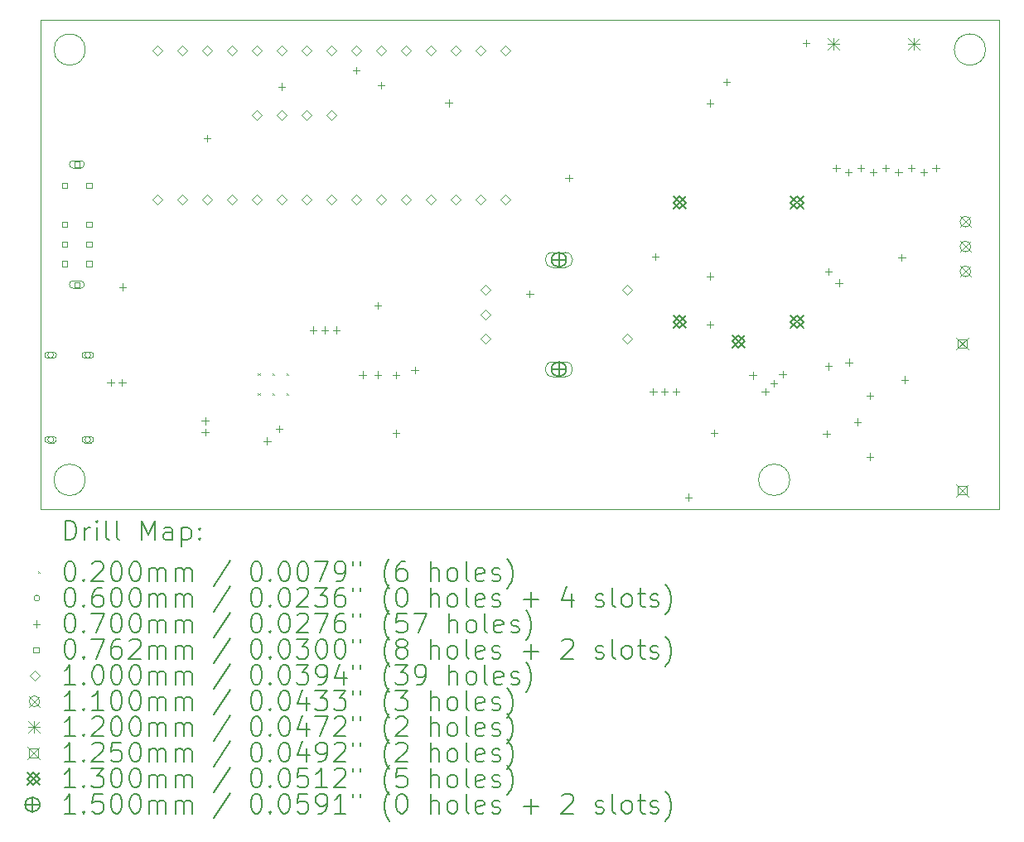
<source format=gbr>
%TF.GenerationSoftware,KiCad,Pcbnew,8.0.3*%
%TF.CreationDate,2024-06-12T20:13:06+02:00*%
%TF.ProjectId,Li Ion Doctor,4c692049-6f6e-4204-946f-63746f722e6b,1*%
%TF.SameCoordinates,Original*%
%TF.FileFunction,Drillmap*%
%TF.FilePolarity,Positive*%
%FSLAX45Y45*%
G04 Gerber Fmt 4.5, Leading zero omitted, Abs format (unit mm)*
G04 Created by KiCad (PCBNEW 8.0.3) date 2024-06-12 20:13:06*
%MOMM*%
%LPD*%
G01*
G04 APERTURE LIST*
%ADD10C,0.100000*%
%ADD11C,0.200000*%
%ADD12C,0.110000*%
%ADD13C,0.120000*%
%ADD14C,0.125000*%
%ADD15C,0.130000*%
%ADD16C,0.150000*%
G04 APERTURE END LIST*
D10*
X17245160Y-13071220D02*
G75*
G02*
X16925160Y-13071220I-160000J0D01*
G01*
X16925160Y-13071220D02*
G75*
G02*
X17245160Y-13071220I160000J0D01*
G01*
X10045160Y-8671220D02*
G75*
G02*
X9725160Y-8671220I-160000J0D01*
G01*
X9725160Y-8671220D02*
G75*
G02*
X10045160Y-8671220I160000J0D01*
G01*
X10045160Y-13071220D02*
G75*
G02*
X9725160Y-13071220I-160000J0D01*
G01*
X9725160Y-13071220D02*
G75*
G02*
X10045160Y-13071220I160000J0D01*
G01*
X9585160Y-8371220D02*
X19385160Y-8371220D01*
X19385160Y-13371220D01*
X9585160Y-13371220D01*
X9585160Y-8371220D01*
X19245160Y-8671220D02*
G75*
G02*
X18925160Y-8671220I-160000J0D01*
G01*
X18925160Y-8671220D02*
G75*
G02*
X19245160Y-8671220I160000J0D01*
G01*
D11*
D10*
X11810125Y-11982870D02*
X11830125Y-12002870D01*
X11830125Y-11982870D02*
X11810125Y-12002870D01*
X11810125Y-12184330D02*
X11830125Y-12204330D01*
X11830125Y-12184330D02*
X11810125Y-12204330D01*
X11955305Y-11982870D02*
X11975305Y-12002870D01*
X11975305Y-11982870D02*
X11955305Y-12002870D01*
X11955305Y-12184330D02*
X11975305Y-12204330D01*
X11975305Y-12184330D02*
X11955305Y-12204330D01*
X12100485Y-11982870D02*
X12120485Y-12002870D01*
X12120485Y-11982870D02*
X12100485Y-12002870D01*
X12100485Y-12184330D02*
X12120485Y-12204330D01*
X12120485Y-12184330D02*
X12100485Y-12204330D01*
X9720720Y-11796240D02*
G75*
G02*
X9660720Y-11796240I-30000J0D01*
G01*
X9660720Y-11796240D02*
G75*
G02*
X9720720Y-11796240I30000J0D01*
G01*
X9660720Y-11826240D02*
X9720720Y-11826240D01*
X9720720Y-11766240D02*
G75*
G02*
X9720720Y-11826240I0J-30000D01*
G01*
X9720720Y-11766240D02*
X9660720Y-11766240D01*
X9660720Y-11766240D02*
G75*
G03*
X9660720Y-11826240I0J-30000D01*
G01*
X9720720Y-12660240D02*
G75*
G02*
X9660720Y-12660240I-30000J0D01*
G01*
X9660720Y-12660240D02*
G75*
G02*
X9720720Y-12660240I30000J0D01*
G01*
X9660720Y-12690240D02*
X9720720Y-12690240D01*
X9720720Y-12630240D02*
G75*
G02*
X9720720Y-12690240I0J-30000D01*
G01*
X9720720Y-12630240D02*
X9660720Y-12630240D01*
X9660720Y-12630240D02*
G75*
G03*
X9660720Y-12690240I0J-30000D01*
G01*
X10100720Y-11796240D02*
G75*
G02*
X10040720Y-11796240I-30000J0D01*
G01*
X10040720Y-11796240D02*
G75*
G02*
X10100720Y-11796240I30000J0D01*
G01*
X10040720Y-11826240D02*
X10100720Y-11826240D01*
X10100720Y-11766240D02*
G75*
G02*
X10100720Y-11826240I0J-30000D01*
G01*
X10100720Y-11766240D02*
X10040720Y-11766240D01*
X10040720Y-11766240D02*
G75*
G03*
X10040720Y-11826240I0J-30000D01*
G01*
X10100720Y-12660240D02*
G75*
G02*
X10040720Y-12660240I-30000J0D01*
G01*
X10040720Y-12660240D02*
G75*
G02*
X10100720Y-12660240I30000J0D01*
G01*
X10040720Y-12690240D02*
X10100720Y-12690240D01*
X10100720Y-12630240D02*
G75*
G02*
X10100720Y-12690240I0J-30000D01*
G01*
X10100720Y-12630240D02*
X10040720Y-12630240D01*
X10040720Y-12630240D02*
G75*
G03*
X10040720Y-12690240I0J-30000D01*
G01*
X10304000Y-12041000D02*
X10304000Y-12111000D01*
X10269000Y-12076000D02*
X10339000Y-12076000D01*
X10421620Y-12040160D02*
X10421620Y-12110160D01*
X10386620Y-12075160D02*
X10456620Y-12075160D01*
X10427970Y-11063530D02*
X10427970Y-11133530D01*
X10392970Y-11098530D02*
X10462970Y-11098530D01*
X11269000Y-12434000D02*
X11269000Y-12504000D01*
X11234000Y-12469000D02*
X11304000Y-12469000D01*
X11269980Y-12550700D02*
X11269980Y-12620700D01*
X11234980Y-12585700D02*
X11304980Y-12585700D01*
X11287760Y-9543340D02*
X11287760Y-9613340D01*
X11252760Y-9578340D02*
X11322760Y-9578340D01*
X11903000Y-12639000D02*
X11903000Y-12709000D01*
X11868000Y-12674000D02*
X11938000Y-12674000D01*
X12024360Y-12512600D02*
X12024360Y-12582600D01*
X11989360Y-12547600D02*
X12059360Y-12547600D01*
X12050000Y-9015000D02*
X12050000Y-9085000D01*
X12015000Y-9050000D02*
X12085000Y-9050000D01*
X12375000Y-11504000D02*
X12375000Y-11574000D01*
X12340000Y-11539000D02*
X12410000Y-11539000D01*
X12492000Y-11504000D02*
X12492000Y-11574000D01*
X12457000Y-11539000D02*
X12527000Y-11539000D01*
X12607840Y-11504000D02*
X12607840Y-11574000D01*
X12572840Y-11539000D02*
X12642840Y-11539000D01*
X12814000Y-8852000D02*
X12814000Y-8922000D01*
X12779000Y-8887000D02*
X12849000Y-8887000D01*
X12877800Y-11961420D02*
X12877800Y-12031420D01*
X12842800Y-11996420D02*
X12912800Y-11996420D01*
X13035280Y-11255300D02*
X13035280Y-11325300D01*
X13000280Y-11290300D02*
X13070280Y-11290300D01*
X13035280Y-11961420D02*
X13035280Y-12031420D01*
X13000280Y-11996420D02*
X13070280Y-11996420D01*
X13071000Y-8999000D02*
X13071000Y-9069000D01*
X13036000Y-9034000D02*
X13106000Y-9034000D01*
X13220700Y-11963960D02*
X13220700Y-12033960D01*
X13185700Y-11998960D02*
X13255700Y-11998960D01*
X13220700Y-12560860D02*
X13220700Y-12630860D01*
X13185700Y-12595860D02*
X13255700Y-12595860D01*
X13411200Y-11915700D02*
X13411200Y-11985700D01*
X13376200Y-11950700D02*
X13446200Y-11950700D01*
X13759180Y-9182660D02*
X13759180Y-9252660D01*
X13724180Y-9217660D02*
X13794180Y-9217660D01*
X14587220Y-11133380D02*
X14587220Y-11203380D01*
X14552220Y-11168380D02*
X14622220Y-11168380D01*
X14986000Y-9947200D02*
X14986000Y-10017200D01*
X14951000Y-9982200D02*
X15021000Y-9982200D01*
X15849000Y-12134000D02*
X15849000Y-12204000D01*
X15814000Y-12169000D02*
X15884000Y-12169000D01*
X15869920Y-10754920D02*
X15869920Y-10824920D01*
X15834920Y-10789920D02*
X15904920Y-10789920D01*
X15966000Y-12134000D02*
X15966000Y-12204000D01*
X15931000Y-12169000D02*
X16001000Y-12169000D01*
X16082010Y-12134140D02*
X16082010Y-12204140D01*
X16047010Y-12169140D02*
X16117010Y-12169140D01*
X16206470Y-13214140D02*
X16206470Y-13284140D01*
X16171470Y-13249140D02*
X16241470Y-13249140D01*
X16430980Y-10954000D02*
X16430980Y-11024000D01*
X16395980Y-10989000D02*
X16465980Y-10989000D01*
X16431260Y-9184305D02*
X16431260Y-9254305D01*
X16396260Y-9219305D02*
X16466260Y-9219305D01*
X16431260Y-11450880D02*
X16431260Y-11520880D01*
X16396260Y-11485880D02*
X16466260Y-11485880D01*
X16473170Y-12558820D02*
X16473170Y-12628820D01*
X16438170Y-12593820D02*
X16508170Y-12593820D01*
X16598900Y-8966760D02*
X16598900Y-9036760D01*
X16563900Y-9001760D02*
X16633900Y-9001760D01*
X16865600Y-11969040D02*
X16865600Y-12039040D01*
X16830600Y-12004040D02*
X16900600Y-12004040D01*
X16993000Y-12136000D02*
X16993000Y-12206000D01*
X16958000Y-12171000D02*
X17028000Y-12171000D01*
X17082000Y-12047000D02*
X17082000Y-12117000D01*
X17047000Y-12082000D02*
X17117000Y-12082000D01*
X17171000Y-11957000D02*
X17171000Y-12027000D01*
X17136000Y-11992000D02*
X17206000Y-11992000D01*
X17414240Y-8570520D02*
X17414240Y-8640520D01*
X17379240Y-8605520D02*
X17449240Y-8605520D01*
X17619980Y-12565940D02*
X17619980Y-12635940D01*
X17584980Y-12600940D02*
X17654980Y-12600940D01*
X17642840Y-10904780D02*
X17642840Y-10974780D01*
X17607840Y-10939780D02*
X17677840Y-10939780D01*
X17642840Y-11875060D02*
X17642840Y-11945060D01*
X17607840Y-11910060D02*
X17677840Y-11910060D01*
X17720000Y-9846000D02*
X17720000Y-9916000D01*
X17685000Y-9881000D02*
X17755000Y-9881000D01*
X17746980Y-11021620D02*
X17746980Y-11091620D01*
X17711980Y-11056620D02*
X17781980Y-11056620D01*
X17843000Y-9889000D02*
X17843000Y-9959000D01*
X17808000Y-9924000D02*
X17878000Y-9924000D01*
X17848580Y-11834420D02*
X17848580Y-11904420D01*
X17813580Y-11869420D02*
X17883580Y-11869420D01*
X17937480Y-12444020D02*
X17937480Y-12514020D01*
X17902480Y-12479020D02*
X17972480Y-12479020D01*
X17967960Y-9846000D02*
X17967960Y-9916000D01*
X17932960Y-9881000D02*
X18002960Y-9881000D01*
X18064480Y-12177320D02*
X18064480Y-12247320D01*
X18029480Y-12212320D02*
X18099480Y-12212320D01*
X18064480Y-12799620D02*
X18064480Y-12869620D01*
X18029480Y-12834620D02*
X18099480Y-12834620D01*
X18095000Y-9888000D02*
X18095000Y-9958000D01*
X18060000Y-9923000D02*
X18130000Y-9923000D01*
X18221960Y-9846000D02*
X18221960Y-9916000D01*
X18186960Y-9881000D02*
X18256960Y-9881000D01*
X18355000Y-9888000D02*
X18355000Y-9958000D01*
X18320000Y-9923000D02*
X18390000Y-9923000D01*
X18389000Y-10760000D02*
X18389000Y-10830000D01*
X18354000Y-10795000D02*
X18424000Y-10795000D01*
X18420080Y-12012220D02*
X18420080Y-12082220D01*
X18385080Y-12047220D02*
X18455080Y-12047220D01*
X18488660Y-9846000D02*
X18488660Y-9916000D01*
X18453660Y-9881000D02*
X18523660Y-9881000D01*
X18612000Y-9889000D02*
X18612000Y-9959000D01*
X18577000Y-9924000D02*
X18647000Y-9924000D01*
X18737000Y-9846000D02*
X18737000Y-9916000D01*
X18702000Y-9881000D02*
X18772000Y-9881000D01*
X9860551Y-10086611D02*
X9860551Y-10032729D01*
X9806669Y-10032729D01*
X9806669Y-10086611D01*
X9860551Y-10086611D01*
X9860551Y-10486611D02*
X9860551Y-10432729D01*
X9806669Y-10432729D01*
X9806669Y-10486611D01*
X9860551Y-10486611D01*
X9860551Y-10686611D02*
X9860551Y-10632729D01*
X9806669Y-10632729D01*
X9806669Y-10686611D01*
X9860551Y-10686611D01*
X9860551Y-10886611D02*
X9860551Y-10832729D01*
X9806669Y-10832729D01*
X9806669Y-10886611D01*
X9860551Y-10886611D01*
X9985551Y-9871611D02*
X9985551Y-9817729D01*
X9931669Y-9817729D01*
X9931669Y-9871611D01*
X9985551Y-9871611D01*
X9996710Y-9806570D02*
X9920510Y-9806570D01*
X9920510Y-9882770D02*
G75*
G02*
X9920510Y-9806570I0J38100D01*
G01*
X9920510Y-9882770D02*
X9996710Y-9882770D01*
X9996710Y-9882770D02*
G75*
G03*
X9996710Y-9806570I0J38100D01*
G01*
X9985551Y-11101611D02*
X9985551Y-11047729D01*
X9931669Y-11047729D01*
X9931669Y-11101611D01*
X9985551Y-11101611D01*
X9996710Y-11036570D02*
X9920510Y-11036570D01*
X9920510Y-11112770D02*
G75*
G02*
X9920510Y-11036570I0J38100D01*
G01*
X9920510Y-11112770D02*
X9996710Y-11112770D01*
X9996710Y-11112770D02*
G75*
G03*
X9996710Y-11036570I0J38100D01*
G01*
X10110551Y-10086611D02*
X10110551Y-10032729D01*
X10056669Y-10032729D01*
X10056669Y-10086611D01*
X10110551Y-10086611D01*
X10110551Y-10486611D02*
X10110551Y-10432729D01*
X10056669Y-10432729D01*
X10056669Y-10486611D01*
X10110551Y-10486611D01*
X10110551Y-10686611D02*
X10110551Y-10632729D01*
X10056669Y-10632729D01*
X10056669Y-10686611D01*
X10110551Y-10686611D01*
X10110551Y-10886611D02*
X10110551Y-10832729D01*
X10056669Y-10832729D01*
X10056669Y-10886611D01*
X10110551Y-10886611D01*
X10782300Y-8734260D02*
X10832300Y-8684260D01*
X10782300Y-8634260D01*
X10732300Y-8684260D01*
X10782300Y-8734260D01*
X10782300Y-10258260D02*
X10832300Y-10208260D01*
X10782300Y-10158260D01*
X10732300Y-10208260D01*
X10782300Y-10258260D01*
X11036300Y-8734260D02*
X11086300Y-8684260D01*
X11036300Y-8634260D01*
X10986300Y-8684260D01*
X11036300Y-8734260D01*
X11036300Y-10258260D02*
X11086300Y-10208260D01*
X11036300Y-10158260D01*
X10986300Y-10208260D01*
X11036300Y-10258260D01*
X11290300Y-8734260D02*
X11340300Y-8684260D01*
X11290300Y-8634260D01*
X11240300Y-8684260D01*
X11290300Y-8734260D01*
X11290300Y-10258260D02*
X11340300Y-10208260D01*
X11290300Y-10158260D01*
X11240300Y-10208260D01*
X11290300Y-10258260D01*
X11544300Y-8734260D02*
X11594300Y-8684260D01*
X11544300Y-8634260D01*
X11494300Y-8684260D01*
X11544300Y-8734260D01*
X11544300Y-10258260D02*
X11594300Y-10208260D01*
X11544300Y-10158260D01*
X11494300Y-10208260D01*
X11544300Y-10258260D01*
X11795760Y-9393460D02*
X11845760Y-9343460D01*
X11795760Y-9293460D01*
X11745760Y-9343460D01*
X11795760Y-9393460D01*
X11798300Y-8734260D02*
X11848300Y-8684260D01*
X11798300Y-8634260D01*
X11748300Y-8684260D01*
X11798300Y-8734260D01*
X11798300Y-10258260D02*
X11848300Y-10208260D01*
X11798300Y-10158260D01*
X11748300Y-10208260D01*
X11798300Y-10258260D01*
X12049760Y-9393460D02*
X12099760Y-9343460D01*
X12049760Y-9293460D01*
X11999760Y-9343460D01*
X12049760Y-9393460D01*
X12052300Y-8734260D02*
X12102300Y-8684260D01*
X12052300Y-8634260D01*
X12002300Y-8684260D01*
X12052300Y-8734260D01*
X12052300Y-10258260D02*
X12102300Y-10208260D01*
X12052300Y-10158260D01*
X12002300Y-10208260D01*
X12052300Y-10258260D01*
X12303760Y-9393460D02*
X12353760Y-9343460D01*
X12303760Y-9293460D01*
X12253760Y-9343460D01*
X12303760Y-9393460D01*
X12306300Y-8734260D02*
X12356300Y-8684260D01*
X12306300Y-8634260D01*
X12256300Y-8684260D01*
X12306300Y-8734260D01*
X12306300Y-10258260D02*
X12356300Y-10208260D01*
X12306300Y-10158260D01*
X12256300Y-10208260D01*
X12306300Y-10258260D01*
X12557760Y-9393460D02*
X12607760Y-9343460D01*
X12557760Y-9293460D01*
X12507760Y-9343460D01*
X12557760Y-9393460D01*
X12560300Y-8734260D02*
X12610300Y-8684260D01*
X12560300Y-8634260D01*
X12510300Y-8684260D01*
X12560300Y-8734260D01*
X12560300Y-10258260D02*
X12610300Y-10208260D01*
X12560300Y-10158260D01*
X12510300Y-10208260D01*
X12560300Y-10258260D01*
X12814300Y-8734260D02*
X12864300Y-8684260D01*
X12814300Y-8634260D01*
X12764300Y-8684260D01*
X12814300Y-8734260D01*
X12814300Y-10258260D02*
X12864300Y-10208260D01*
X12814300Y-10158260D01*
X12764300Y-10208260D01*
X12814300Y-10258260D01*
X13068300Y-8734260D02*
X13118300Y-8684260D01*
X13068300Y-8634260D01*
X13018300Y-8684260D01*
X13068300Y-8734260D01*
X13068300Y-10258260D02*
X13118300Y-10208260D01*
X13068300Y-10158260D01*
X13018300Y-10208260D01*
X13068300Y-10258260D01*
X13322300Y-8734260D02*
X13372300Y-8684260D01*
X13322300Y-8634260D01*
X13272300Y-8684260D01*
X13322300Y-8734260D01*
X13322300Y-10258260D02*
X13372300Y-10208260D01*
X13322300Y-10158260D01*
X13272300Y-10208260D01*
X13322300Y-10258260D01*
X13576300Y-8734260D02*
X13626300Y-8684260D01*
X13576300Y-8634260D01*
X13526300Y-8684260D01*
X13576300Y-8734260D01*
X13576300Y-10258260D02*
X13626300Y-10208260D01*
X13576300Y-10158260D01*
X13526300Y-10208260D01*
X13576300Y-10258260D01*
X13830300Y-8734260D02*
X13880300Y-8684260D01*
X13830300Y-8634260D01*
X13780300Y-8684260D01*
X13830300Y-8734260D01*
X13830300Y-10258260D02*
X13880300Y-10208260D01*
X13830300Y-10158260D01*
X13780300Y-10208260D01*
X13830300Y-10258260D01*
X14084300Y-8734260D02*
X14134300Y-8684260D01*
X14084300Y-8634260D01*
X14034300Y-8684260D01*
X14084300Y-8734260D01*
X14084300Y-10258260D02*
X14134300Y-10208260D01*
X14084300Y-10158260D01*
X14034300Y-10208260D01*
X14084300Y-10258260D01*
X14135100Y-11180660D02*
X14185100Y-11130660D01*
X14135100Y-11080660D01*
X14085100Y-11130660D01*
X14135100Y-11180660D01*
X14135100Y-11430660D02*
X14185100Y-11380660D01*
X14135100Y-11330660D01*
X14085100Y-11380660D01*
X14135100Y-11430660D01*
X14135100Y-11680660D02*
X14185100Y-11630660D01*
X14135100Y-11580660D01*
X14085100Y-11630660D01*
X14135100Y-11680660D01*
X14338300Y-8734260D02*
X14388300Y-8684260D01*
X14338300Y-8634260D01*
X14288300Y-8684260D01*
X14338300Y-8734260D01*
X14338300Y-10258260D02*
X14388300Y-10208260D01*
X14338300Y-10158260D01*
X14288300Y-10208260D01*
X14338300Y-10258260D01*
X15585100Y-11180660D02*
X15635100Y-11130660D01*
X15585100Y-11080660D01*
X15535100Y-11130660D01*
X15585100Y-11180660D01*
X15585100Y-11680660D02*
X15635100Y-11630660D01*
X15585100Y-11580660D01*
X15535100Y-11630660D01*
X15585100Y-11680660D01*
D12*
X18984840Y-10376780D02*
X19094840Y-10486780D01*
X19094840Y-10376780D02*
X18984840Y-10486780D01*
X19094840Y-10431780D02*
G75*
G02*
X18984840Y-10431780I-55000J0D01*
G01*
X18984840Y-10431780D02*
G75*
G02*
X19094840Y-10431780I55000J0D01*
G01*
X18984840Y-10630780D02*
X19094840Y-10740780D01*
X19094840Y-10630780D02*
X18984840Y-10740780D01*
X19094840Y-10685780D02*
G75*
G02*
X18984840Y-10685780I-55000J0D01*
G01*
X18984840Y-10685780D02*
G75*
G02*
X19094840Y-10685780I55000J0D01*
G01*
X18984840Y-10884780D02*
X19094840Y-10994780D01*
X19094840Y-10884780D02*
X18984840Y-10994780D01*
X19094840Y-10939780D02*
G75*
G02*
X18984840Y-10939780I-55000J0D01*
G01*
X18984840Y-10939780D02*
G75*
G02*
X19094840Y-10939780I55000J0D01*
G01*
D13*
X17631100Y-8550600D02*
X17751100Y-8670600D01*
X17751100Y-8550600D02*
X17631100Y-8670600D01*
X17691100Y-8550600D02*
X17691100Y-8670600D01*
X17631100Y-8610600D02*
X17751100Y-8610600D01*
X18454060Y-8550600D02*
X18574060Y-8670600D01*
X18574060Y-8550600D02*
X18454060Y-8670600D01*
X18514060Y-8550600D02*
X18514060Y-8670600D01*
X18454060Y-8610600D02*
X18574060Y-8610600D01*
D14*
X18944320Y-11615720D02*
X19069320Y-11740720D01*
X19069320Y-11615720D02*
X18944320Y-11740720D01*
X19051015Y-11722415D02*
X19051015Y-11634025D01*
X18962625Y-11634025D01*
X18962625Y-11722415D01*
X19051015Y-11722415D01*
X18944320Y-13115720D02*
X19069320Y-13240720D01*
X19069320Y-13115720D02*
X18944320Y-13240720D01*
X19051015Y-13222415D02*
X19051015Y-13134025D01*
X18962625Y-13134025D01*
X18962625Y-13222415D01*
X19051015Y-13222415D01*
D15*
X16053840Y-10171200D02*
X16183840Y-10301200D01*
X16183840Y-10171200D02*
X16053840Y-10301200D01*
X16118840Y-10301200D02*
X16183840Y-10236200D01*
X16118840Y-10171200D01*
X16053840Y-10236200D01*
X16118840Y-10301200D01*
X16053840Y-11391200D02*
X16183840Y-11521200D01*
X16183840Y-11391200D02*
X16053840Y-11521200D01*
X16118840Y-11521200D02*
X16183840Y-11456200D01*
X16118840Y-11391200D01*
X16053840Y-11456200D01*
X16118840Y-11521200D01*
X16653840Y-11591200D02*
X16783840Y-11721200D01*
X16783840Y-11591200D02*
X16653840Y-11721200D01*
X16718840Y-11721200D02*
X16783840Y-11656200D01*
X16718840Y-11591200D01*
X16653840Y-11656200D01*
X16718840Y-11721200D01*
X17253840Y-10171200D02*
X17383840Y-10301200D01*
X17383840Y-10171200D02*
X17253840Y-10301200D01*
X17318840Y-10301200D02*
X17383840Y-10236200D01*
X17318840Y-10171200D01*
X17253840Y-10236200D01*
X17318840Y-10301200D01*
X17253840Y-11391200D02*
X17383840Y-11521200D01*
X17383840Y-11391200D02*
X17253840Y-11521200D01*
X17318840Y-11521200D02*
X17383840Y-11456200D01*
X17318840Y-11391200D01*
X17253840Y-11456200D01*
X17318840Y-11521200D01*
D16*
X14885100Y-10745660D02*
X14885100Y-10895660D01*
X14810100Y-10820660D02*
X14960100Y-10820660D01*
X14960100Y-10820660D02*
G75*
G02*
X14810100Y-10820660I-75000J0D01*
G01*
X14810100Y-10820660D02*
G75*
G02*
X14960100Y-10820660I75000J0D01*
G01*
D10*
X14820100Y-10895660D02*
X14950100Y-10895660D01*
X14950100Y-10745660D02*
G75*
G02*
X14950100Y-10895660I0J-75000D01*
G01*
X14950100Y-10745660D02*
X14820100Y-10745660D01*
X14820100Y-10745660D02*
G75*
G03*
X14820100Y-10895660I0J-75000D01*
G01*
D16*
X14885100Y-11865660D02*
X14885100Y-12015660D01*
X14810100Y-11940660D02*
X14960100Y-11940660D01*
X14960100Y-11940660D02*
G75*
G02*
X14810100Y-11940660I-75000J0D01*
G01*
X14810100Y-11940660D02*
G75*
G02*
X14960100Y-11940660I75000J0D01*
G01*
D10*
X14820100Y-12015660D02*
X14950100Y-12015660D01*
X14950100Y-11865660D02*
G75*
G02*
X14950100Y-12015660I0J-75000D01*
G01*
X14950100Y-11865660D02*
X14820100Y-11865660D01*
X14820100Y-11865660D02*
G75*
G03*
X14820100Y-12015660I0J-75000D01*
G01*
D11*
X9840937Y-13687704D02*
X9840937Y-13487704D01*
X9840937Y-13487704D02*
X9888556Y-13487704D01*
X9888556Y-13487704D02*
X9917127Y-13497228D01*
X9917127Y-13497228D02*
X9936175Y-13516275D01*
X9936175Y-13516275D02*
X9945699Y-13535323D01*
X9945699Y-13535323D02*
X9955223Y-13573418D01*
X9955223Y-13573418D02*
X9955223Y-13601989D01*
X9955223Y-13601989D02*
X9945699Y-13640085D01*
X9945699Y-13640085D02*
X9936175Y-13659132D01*
X9936175Y-13659132D02*
X9917127Y-13678180D01*
X9917127Y-13678180D02*
X9888556Y-13687704D01*
X9888556Y-13687704D02*
X9840937Y-13687704D01*
X10040937Y-13687704D02*
X10040937Y-13554370D01*
X10040937Y-13592466D02*
X10050461Y-13573418D01*
X10050461Y-13573418D02*
X10059984Y-13563894D01*
X10059984Y-13563894D02*
X10079032Y-13554370D01*
X10079032Y-13554370D02*
X10098080Y-13554370D01*
X10164746Y-13687704D02*
X10164746Y-13554370D01*
X10164746Y-13487704D02*
X10155223Y-13497228D01*
X10155223Y-13497228D02*
X10164746Y-13506751D01*
X10164746Y-13506751D02*
X10174270Y-13497228D01*
X10174270Y-13497228D02*
X10164746Y-13487704D01*
X10164746Y-13487704D02*
X10164746Y-13506751D01*
X10288556Y-13687704D02*
X10269508Y-13678180D01*
X10269508Y-13678180D02*
X10259984Y-13659132D01*
X10259984Y-13659132D02*
X10259984Y-13487704D01*
X10393318Y-13687704D02*
X10374270Y-13678180D01*
X10374270Y-13678180D02*
X10364746Y-13659132D01*
X10364746Y-13659132D02*
X10364746Y-13487704D01*
X10621889Y-13687704D02*
X10621889Y-13487704D01*
X10621889Y-13487704D02*
X10688556Y-13630561D01*
X10688556Y-13630561D02*
X10755223Y-13487704D01*
X10755223Y-13487704D02*
X10755223Y-13687704D01*
X10936175Y-13687704D02*
X10936175Y-13582942D01*
X10936175Y-13582942D02*
X10926651Y-13563894D01*
X10926651Y-13563894D02*
X10907604Y-13554370D01*
X10907604Y-13554370D02*
X10869508Y-13554370D01*
X10869508Y-13554370D02*
X10850461Y-13563894D01*
X10936175Y-13678180D02*
X10917127Y-13687704D01*
X10917127Y-13687704D02*
X10869508Y-13687704D01*
X10869508Y-13687704D02*
X10850461Y-13678180D01*
X10850461Y-13678180D02*
X10840937Y-13659132D01*
X10840937Y-13659132D02*
X10840937Y-13640085D01*
X10840937Y-13640085D02*
X10850461Y-13621037D01*
X10850461Y-13621037D02*
X10869508Y-13611513D01*
X10869508Y-13611513D02*
X10917127Y-13611513D01*
X10917127Y-13611513D02*
X10936175Y-13601989D01*
X11031413Y-13554370D02*
X11031413Y-13754370D01*
X11031413Y-13563894D02*
X11050461Y-13554370D01*
X11050461Y-13554370D02*
X11088556Y-13554370D01*
X11088556Y-13554370D02*
X11107604Y-13563894D01*
X11107604Y-13563894D02*
X11117127Y-13573418D01*
X11117127Y-13573418D02*
X11126651Y-13592466D01*
X11126651Y-13592466D02*
X11126651Y-13649608D01*
X11126651Y-13649608D02*
X11117127Y-13668656D01*
X11117127Y-13668656D02*
X11107604Y-13678180D01*
X11107604Y-13678180D02*
X11088556Y-13687704D01*
X11088556Y-13687704D02*
X11050461Y-13687704D01*
X11050461Y-13687704D02*
X11031413Y-13678180D01*
X11212365Y-13668656D02*
X11221889Y-13678180D01*
X11221889Y-13678180D02*
X11212365Y-13687704D01*
X11212365Y-13687704D02*
X11202842Y-13678180D01*
X11202842Y-13678180D02*
X11212365Y-13668656D01*
X11212365Y-13668656D02*
X11212365Y-13687704D01*
X11212365Y-13563894D02*
X11221889Y-13573418D01*
X11221889Y-13573418D02*
X11212365Y-13582942D01*
X11212365Y-13582942D02*
X11202842Y-13573418D01*
X11202842Y-13573418D02*
X11212365Y-13563894D01*
X11212365Y-13563894D02*
X11212365Y-13582942D01*
D10*
X9560160Y-14006220D02*
X9580160Y-14026220D01*
X9580160Y-14006220D02*
X9560160Y-14026220D01*
D11*
X9879032Y-13907704D02*
X9898080Y-13907704D01*
X9898080Y-13907704D02*
X9917127Y-13917228D01*
X9917127Y-13917228D02*
X9926651Y-13926751D01*
X9926651Y-13926751D02*
X9936175Y-13945799D01*
X9936175Y-13945799D02*
X9945699Y-13983894D01*
X9945699Y-13983894D02*
X9945699Y-14031513D01*
X9945699Y-14031513D02*
X9936175Y-14069608D01*
X9936175Y-14069608D02*
X9926651Y-14088656D01*
X9926651Y-14088656D02*
X9917127Y-14098180D01*
X9917127Y-14098180D02*
X9898080Y-14107704D01*
X9898080Y-14107704D02*
X9879032Y-14107704D01*
X9879032Y-14107704D02*
X9859984Y-14098180D01*
X9859984Y-14098180D02*
X9850461Y-14088656D01*
X9850461Y-14088656D02*
X9840937Y-14069608D01*
X9840937Y-14069608D02*
X9831413Y-14031513D01*
X9831413Y-14031513D02*
X9831413Y-13983894D01*
X9831413Y-13983894D02*
X9840937Y-13945799D01*
X9840937Y-13945799D02*
X9850461Y-13926751D01*
X9850461Y-13926751D02*
X9859984Y-13917228D01*
X9859984Y-13917228D02*
X9879032Y-13907704D01*
X10031413Y-14088656D02*
X10040937Y-14098180D01*
X10040937Y-14098180D02*
X10031413Y-14107704D01*
X10031413Y-14107704D02*
X10021889Y-14098180D01*
X10021889Y-14098180D02*
X10031413Y-14088656D01*
X10031413Y-14088656D02*
X10031413Y-14107704D01*
X10117127Y-13926751D02*
X10126651Y-13917228D01*
X10126651Y-13917228D02*
X10145699Y-13907704D01*
X10145699Y-13907704D02*
X10193318Y-13907704D01*
X10193318Y-13907704D02*
X10212365Y-13917228D01*
X10212365Y-13917228D02*
X10221889Y-13926751D01*
X10221889Y-13926751D02*
X10231413Y-13945799D01*
X10231413Y-13945799D02*
X10231413Y-13964847D01*
X10231413Y-13964847D02*
X10221889Y-13993418D01*
X10221889Y-13993418D02*
X10107604Y-14107704D01*
X10107604Y-14107704D02*
X10231413Y-14107704D01*
X10355223Y-13907704D02*
X10374270Y-13907704D01*
X10374270Y-13907704D02*
X10393318Y-13917228D01*
X10393318Y-13917228D02*
X10402842Y-13926751D01*
X10402842Y-13926751D02*
X10412365Y-13945799D01*
X10412365Y-13945799D02*
X10421889Y-13983894D01*
X10421889Y-13983894D02*
X10421889Y-14031513D01*
X10421889Y-14031513D02*
X10412365Y-14069608D01*
X10412365Y-14069608D02*
X10402842Y-14088656D01*
X10402842Y-14088656D02*
X10393318Y-14098180D01*
X10393318Y-14098180D02*
X10374270Y-14107704D01*
X10374270Y-14107704D02*
X10355223Y-14107704D01*
X10355223Y-14107704D02*
X10336175Y-14098180D01*
X10336175Y-14098180D02*
X10326651Y-14088656D01*
X10326651Y-14088656D02*
X10317127Y-14069608D01*
X10317127Y-14069608D02*
X10307604Y-14031513D01*
X10307604Y-14031513D02*
X10307604Y-13983894D01*
X10307604Y-13983894D02*
X10317127Y-13945799D01*
X10317127Y-13945799D02*
X10326651Y-13926751D01*
X10326651Y-13926751D02*
X10336175Y-13917228D01*
X10336175Y-13917228D02*
X10355223Y-13907704D01*
X10545699Y-13907704D02*
X10564746Y-13907704D01*
X10564746Y-13907704D02*
X10583794Y-13917228D01*
X10583794Y-13917228D02*
X10593318Y-13926751D01*
X10593318Y-13926751D02*
X10602842Y-13945799D01*
X10602842Y-13945799D02*
X10612365Y-13983894D01*
X10612365Y-13983894D02*
X10612365Y-14031513D01*
X10612365Y-14031513D02*
X10602842Y-14069608D01*
X10602842Y-14069608D02*
X10593318Y-14088656D01*
X10593318Y-14088656D02*
X10583794Y-14098180D01*
X10583794Y-14098180D02*
X10564746Y-14107704D01*
X10564746Y-14107704D02*
X10545699Y-14107704D01*
X10545699Y-14107704D02*
X10526651Y-14098180D01*
X10526651Y-14098180D02*
X10517127Y-14088656D01*
X10517127Y-14088656D02*
X10507604Y-14069608D01*
X10507604Y-14069608D02*
X10498080Y-14031513D01*
X10498080Y-14031513D02*
X10498080Y-13983894D01*
X10498080Y-13983894D02*
X10507604Y-13945799D01*
X10507604Y-13945799D02*
X10517127Y-13926751D01*
X10517127Y-13926751D02*
X10526651Y-13917228D01*
X10526651Y-13917228D02*
X10545699Y-13907704D01*
X10698080Y-14107704D02*
X10698080Y-13974370D01*
X10698080Y-13993418D02*
X10707604Y-13983894D01*
X10707604Y-13983894D02*
X10726651Y-13974370D01*
X10726651Y-13974370D02*
X10755223Y-13974370D01*
X10755223Y-13974370D02*
X10774270Y-13983894D01*
X10774270Y-13983894D02*
X10783794Y-14002942D01*
X10783794Y-14002942D02*
X10783794Y-14107704D01*
X10783794Y-14002942D02*
X10793318Y-13983894D01*
X10793318Y-13983894D02*
X10812365Y-13974370D01*
X10812365Y-13974370D02*
X10840937Y-13974370D01*
X10840937Y-13974370D02*
X10859985Y-13983894D01*
X10859985Y-13983894D02*
X10869508Y-14002942D01*
X10869508Y-14002942D02*
X10869508Y-14107704D01*
X10964746Y-14107704D02*
X10964746Y-13974370D01*
X10964746Y-13993418D02*
X10974270Y-13983894D01*
X10974270Y-13983894D02*
X10993318Y-13974370D01*
X10993318Y-13974370D02*
X11021889Y-13974370D01*
X11021889Y-13974370D02*
X11040937Y-13983894D01*
X11040937Y-13983894D02*
X11050461Y-14002942D01*
X11050461Y-14002942D02*
X11050461Y-14107704D01*
X11050461Y-14002942D02*
X11059985Y-13983894D01*
X11059985Y-13983894D02*
X11079032Y-13974370D01*
X11079032Y-13974370D02*
X11107604Y-13974370D01*
X11107604Y-13974370D02*
X11126651Y-13983894D01*
X11126651Y-13983894D02*
X11136175Y-14002942D01*
X11136175Y-14002942D02*
X11136175Y-14107704D01*
X11526651Y-13898180D02*
X11355223Y-14155323D01*
X11783794Y-13907704D02*
X11802842Y-13907704D01*
X11802842Y-13907704D02*
X11821889Y-13917228D01*
X11821889Y-13917228D02*
X11831413Y-13926751D01*
X11831413Y-13926751D02*
X11840937Y-13945799D01*
X11840937Y-13945799D02*
X11850461Y-13983894D01*
X11850461Y-13983894D02*
X11850461Y-14031513D01*
X11850461Y-14031513D02*
X11840937Y-14069608D01*
X11840937Y-14069608D02*
X11831413Y-14088656D01*
X11831413Y-14088656D02*
X11821889Y-14098180D01*
X11821889Y-14098180D02*
X11802842Y-14107704D01*
X11802842Y-14107704D02*
X11783794Y-14107704D01*
X11783794Y-14107704D02*
X11764746Y-14098180D01*
X11764746Y-14098180D02*
X11755223Y-14088656D01*
X11755223Y-14088656D02*
X11745699Y-14069608D01*
X11745699Y-14069608D02*
X11736175Y-14031513D01*
X11736175Y-14031513D02*
X11736175Y-13983894D01*
X11736175Y-13983894D02*
X11745699Y-13945799D01*
X11745699Y-13945799D02*
X11755223Y-13926751D01*
X11755223Y-13926751D02*
X11764746Y-13917228D01*
X11764746Y-13917228D02*
X11783794Y-13907704D01*
X11936175Y-14088656D02*
X11945699Y-14098180D01*
X11945699Y-14098180D02*
X11936175Y-14107704D01*
X11936175Y-14107704D02*
X11926651Y-14098180D01*
X11926651Y-14098180D02*
X11936175Y-14088656D01*
X11936175Y-14088656D02*
X11936175Y-14107704D01*
X12069508Y-13907704D02*
X12088556Y-13907704D01*
X12088556Y-13907704D02*
X12107604Y-13917228D01*
X12107604Y-13917228D02*
X12117127Y-13926751D01*
X12117127Y-13926751D02*
X12126651Y-13945799D01*
X12126651Y-13945799D02*
X12136175Y-13983894D01*
X12136175Y-13983894D02*
X12136175Y-14031513D01*
X12136175Y-14031513D02*
X12126651Y-14069608D01*
X12126651Y-14069608D02*
X12117127Y-14088656D01*
X12117127Y-14088656D02*
X12107604Y-14098180D01*
X12107604Y-14098180D02*
X12088556Y-14107704D01*
X12088556Y-14107704D02*
X12069508Y-14107704D01*
X12069508Y-14107704D02*
X12050461Y-14098180D01*
X12050461Y-14098180D02*
X12040937Y-14088656D01*
X12040937Y-14088656D02*
X12031413Y-14069608D01*
X12031413Y-14069608D02*
X12021889Y-14031513D01*
X12021889Y-14031513D02*
X12021889Y-13983894D01*
X12021889Y-13983894D02*
X12031413Y-13945799D01*
X12031413Y-13945799D02*
X12040937Y-13926751D01*
X12040937Y-13926751D02*
X12050461Y-13917228D01*
X12050461Y-13917228D02*
X12069508Y-13907704D01*
X12259985Y-13907704D02*
X12279032Y-13907704D01*
X12279032Y-13907704D02*
X12298080Y-13917228D01*
X12298080Y-13917228D02*
X12307604Y-13926751D01*
X12307604Y-13926751D02*
X12317127Y-13945799D01*
X12317127Y-13945799D02*
X12326651Y-13983894D01*
X12326651Y-13983894D02*
X12326651Y-14031513D01*
X12326651Y-14031513D02*
X12317127Y-14069608D01*
X12317127Y-14069608D02*
X12307604Y-14088656D01*
X12307604Y-14088656D02*
X12298080Y-14098180D01*
X12298080Y-14098180D02*
X12279032Y-14107704D01*
X12279032Y-14107704D02*
X12259985Y-14107704D01*
X12259985Y-14107704D02*
X12240937Y-14098180D01*
X12240937Y-14098180D02*
X12231413Y-14088656D01*
X12231413Y-14088656D02*
X12221889Y-14069608D01*
X12221889Y-14069608D02*
X12212366Y-14031513D01*
X12212366Y-14031513D02*
X12212366Y-13983894D01*
X12212366Y-13983894D02*
X12221889Y-13945799D01*
X12221889Y-13945799D02*
X12231413Y-13926751D01*
X12231413Y-13926751D02*
X12240937Y-13917228D01*
X12240937Y-13917228D02*
X12259985Y-13907704D01*
X12393318Y-13907704D02*
X12526651Y-13907704D01*
X12526651Y-13907704D02*
X12440937Y-14107704D01*
X12612366Y-14107704D02*
X12650461Y-14107704D01*
X12650461Y-14107704D02*
X12669508Y-14098180D01*
X12669508Y-14098180D02*
X12679032Y-14088656D01*
X12679032Y-14088656D02*
X12698080Y-14060085D01*
X12698080Y-14060085D02*
X12707604Y-14021989D01*
X12707604Y-14021989D02*
X12707604Y-13945799D01*
X12707604Y-13945799D02*
X12698080Y-13926751D01*
X12698080Y-13926751D02*
X12688556Y-13917228D01*
X12688556Y-13917228D02*
X12669508Y-13907704D01*
X12669508Y-13907704D02*
X12631413Y-13907704D01*
X12631413Y-13907704D02*
X12612366Y-13917228D01*
X12612366Y-13917228D02*
X12602842Y-13926751D01*
X12602842Y-13926751D02*
X12593318Y-13945799D01*
X12593318Y-13945799D02*
X12593318Y-13993418D01*
X12593318Y-13993418D02*
X12602842Y-14012466D01*
X12602842Y-14012466D02*
X12612366Y-14021989D01*
X12612366Y-14021989D02*
X12631413Y-14031513D01*
X12631413Y-14031513D02*
X12669508Y-14031513D01*
X12669508Y-14031513D02*
X12688556Y-14021989D01*
X12688556Y-14021989D02*
X12698080Y-14012466D01*
X12698080Y-14012466D02*
X12707604Y-13993418D01*
X12783794Y-13907704D02*
X12783794Y-13945799D01*
X12859985Y-13907704D02*
X12859985Y-13945799D01*
X13155223Y-14183894D02*
X13145699Y-14174370D01*
X13145699Y-14174370D02*
X13126651Y-14145799D01*
X13126651Y-14145799D02*
X13117128Y-14126751D01*
X13117128Y-14126751D02*
X13107604Y-14098180D01*
X13107604Y-14098180D02*
X13098080Y-14050561D01*
X13098080Y-14050561D02*
X13098080Y-14012466D01*
X13098080Y-14012466D02*
X13107604Y-13964847D01*
X13107604Y-13964847D02*
X13117128Y-13936275D01*
X13117128Y-13936275D02*
X13126651Y-13917228D01*
X13126651Y-13917228D02*
X13145699Y-13888656D01*
X13145699Y-13888656D02*
X13155223Y-13879132D01*
X13317128Y-13907704D02*
X13279032Y-13907704D01*
X13279032Y-13907704D02*
X13259985Y-13917228D01*
X13259985Y-13917228D02*
X13250461Y-13926751D01*
X13250461Y-13926751D02*
X13231413Y-13955323D01*
X13231413Y-13955323D02*
X13221889Y-13993418D01*
X13221889Y-13993418D02*
X13221889Y-14069608D01*
X13221889Y-14069608D02*
X13231413Y-14088656D01*
X13231413Y-14088656D02*
X13240937Y-14098180D01*
X13240937Y-14098180D02*
X13259985Y-14107704D01*
X13259985Y-14107704D02*
X13298080Y-14107704D01*
X13298080Y-14107704D02*
X13317128Y-14098180D01*
X13317128Y-14098180D02*
X13326651Y-14088656D01*
X13326651Y-14088656D02*
X13336175Y-14069608D01*
X13336175Y-14069608D02*
X13336175Y-14021989D01*
X13336175Y-14021989D02*
X13326651Y-14002942D01*
X13326651Y-14002942D02*
X13317128Y-13993418D01*
X13317128Y-13993418D02*
X13298080Y-13983894D01*
X13298080Y-13983894D02*
X13259985Y-13983894D01*
X13259985Y-13983894D02*
X13240937Y-13993418D01*
X13240937Y-13993418D02*
X13231413Y-14002942D01*
X13231413Y-14002942D02*
X13221889Y-14021989D01*
X13574270Y-14107704D02*
X13574270Y-13907704D01*
X13659985Y-14107704D02*
X13659985Y-14002942D01*
X13659985Y-14002942D02*
X13650461Y-13983894D01*
X13650461Y-13983894D02*
X13631413Y-13974370D01*
X13631413Y-13974370D02*
X13602842Y-13974370D01*
X13602842Y-13974370D02*
X13583794Y-13983894D01*
X13583794Y-13983894D02*
X13574270Y-13993418D01*
X13783794Y-14107704D02*
X13764747Y-14098180D01*
X13764747Y-14098180D02*
X13755223Y-14088656D01*
X13755223Y-14088656D02*
X13745699Y-14069608D01*
X13745699Y-14069608D02*
X13745699Y-14012466D01*
X13745699Y-14012466D02*
X13755223Y-13993418D01*
X13755223Y-13993418D02*
X13764747Y-13983894D01*
X13764747Y-13983894D02*
X13783794Y-13974370D01*
X13783794Y-13974370D02*
X13812366Y-13974370D01*
X13812366Y-13974370D02*
X13831413Y-13983894D01*
X13831413Y-13983894D02*
X13840937Y-13993418D01*
X13840937Y-13993418D02*
X13850461Y-14012466D01*
X13850461Y-14012466D02*
X13850461Y-14069608D01*
X13850461Y-14069608D02*
X13840937Y-14088656D01*
X13840937Y-14088656D02*
X13831413Y-14098180D01*
X13831413Y-14098180D02*
X13812366Y-14107704D01*
X13812366Y-14107704D02*
X13783794Y-14107704D01*
X13964747Y-14107704D02*
X13945699Y-14098180D01*
X13945699Y-14098180D02*
X13936175Y-14079132D01*
X13936175Y-14079132D02*
X13936175Y-13907704D01*
X14117128Y-14098180D02*
X14098080Y-14107704D01*
X14098080Y-14107704D02*
X14059985Y-14107704D01*
X14059985Y-14107704D02*
X14040937Y-14098180D01*
X14040937Y-14098180D02*
X14031413Y-14079132D01*
X14031413Y-14079132D02*
X14031413Y-14002942D01*
X14031413Y-14002942D02*
X14040937Y-13983894D01*
X14040937Y-13983894D02*
X14059985Y-13974370D01*
X14059985Y-13974370D02*
X14098080Y-13974370D01*
X14098080Y-13974370D02*
X14117128Y-13983894D01*
X14117128Y-13983894D02*
X14126651Y-14002942D01*
X14126651Y-14002942D02*
X14126651Y-14021989D01*
X14126651Y-14021989D02*
X14031413Y-14041037D01*
X14202842Y-14098180D02*
X14221890Y-14107704D01*
X14221890Y-14107704D02*
X14259985Y-14107704D01*
X14259985Y-14107704D02*
X14279032Y-14098180D01*
X14279032Y-14098180D02*
X14288556Y-14079132D01*
X14288556Y-14079132D02*
X14288556Y-14069608D01*
X14288556Y-14069608D02*
X14279032Y-14050561D01*
X14279032Y-14050561D02*
X14259985Y-14041037D01*
X14259985Y-14041037D02*
X14231413Y-14041037D01*
X14231413Y-14041037D02*
X14212366Y-14031513D01*
X14212366Y-14031513D02*
X14202842Y-14012466D01*
X14202842Y-14012466D02*
X14202842Y-14002942D01*
X14202842Y-14002942D02*
X14212366Y-13983894D01*
X14212366Y-13983894D02*
X14231413Y-13974370D01*
X14231413Y-13974370D02*
X14259985Y-13974370D01*
X14259985Y-13974370D02*
X14279032Y-13983894D01*
X14355223Y-14183894D02*
X14364747Y-14174370D01*
X14364747Y-14174370D02*
X14383794Y-14145799D01*
X14383794Y-14145799D02*
X14393318Y-14126751D01*
X14393318Y-14126751D02*
X14402842Y-14098180D01*
X14402842Y-14098180D02*
X14412366Y-14050561D01*
X14412366Y-14050561D02*
X14412366Y-14012466D01*
X14412366Y-14012466D02*
X14402842Y-13964847D01*
X14402842Y-13964847D02*
X14393318Y-13936275D01*
X14393318Y-13936275D02*
X14383794Y-13917228D01*
X14383794Y-13917228D02*
X14364747Y-13888656D01*
X14364747Y-13888656D02*
X14355223Y-13879132D01*
D10*
X9580160Y-14280220D02*
G75*
G02*
X9520160Y-14280220I-30000J0D01*
G01*
X9520160Y-14280220D02*
G75*
G02*
X9580160Y-14280220I30000J0D01*
G01*
D11*
X9879032Y-14171704D02*
X9898080Y-14171704D01*
X9898080Y-14171704D02*
X9917127Y-14181228D01*
X9917127Y-14181228D02*
X9926651Y-14190751D01*
X9926651Y-14190751D02*
X9936175Y-14209799D01*
X9936175Y-14209799D02*
X9945699Y-14247894D01*
X9945699Y-14247894D02*
X9945699Y-14295513D01*
X9945699Y-14295513D02*
X9936175Y-14333608D01*
X9936175Y-14333608D02*
X9926651Y-14352656D01*
X9926651Y-14352656D02*
X9917127Y-14362180D01*
X9917127Y-14362180D02*
X9898080Y-14371704D01*
X9898080Y-14371704D02*
X9879032Y-14371704D01*
X9879032Y-14371704D02*
X9859984Y-14362180D01*
X9859984Y-14362180D02*
X9850461Y-14352656D01*
X9850461Y-14352656D02*
X9840937Y-14333608D01*
X9840937Y-14333608D02*
X9831413Y-14295513D01*
X9831413Y-14295513D02*
X9831413Y-14247894D01*
X9831413Y-14247894D02*
X9840937Y-14209799D01*
X9840937Y-14209799D02*
X9850461Y-14190751D01*
X9850461Y-14190751D02*
X9859984Y-14181228D01*
X9859984Y-14181228D02*
X9879032Y-14171704D01*
X10031413Y-14352656D02*
X10040937Y-14362180D01*
X10040937Y-14362180D02*
X10031413Y-14371704D01*
X10031413Y-14371704D02*
X10021889Y-14362180D01*
X10021889Y-14362180D02*
X10031413Y-14352656D01*
X10031413Y-14352656D02*
X10031413Y-14371704D01*
X10212365Y-14171704D02*
X10174270Y-14171704D01*
X10174270Y-14171704D02*
X10155223Y-14181228D01*
X10155223Y-14181228D02*
X10145699Y-14190751D01*
X10145699Y-14190751D02*
X10126651Y-14219323D01*
X10126651Y-14219323D02*
X10117127Y-14257418D01*
X10117127Y-14257418D02*
X10117127Y-14333608D01*
X10117127Y-14333608D02*
X10126651Y-14352656D01*
X10126651Y-14352656D02*
X10136175Y-14362180D01*
X10136175Y-14362180D02*
X10155223Y-14371704D01*
X10155223Y-14371704D02*
X10193318Y-14371704D01*
X10193318Y-14371704D02*
X10212365Y-14362180D01*
X10212365Y-14362180D02*
X10221889Y-14352656D01*
X10221889Y-14352656D02*
X10231413Y-14333608D01*
X10231413Y-14333608D02*
X10231413Y-14285989D01*
X10231413Y-14285989D02*
X10221889Y-14266942D01*
X10221889Y-14266942D02*
X10212365Y-14257418D01*
X10212365Y-14257418D02*
X10193318Y-14247894D01*
X10193318Y-14247894D02*
X10155223Y-14247894D01*
X10155223Y-14247894D02*
X10136175Y-14257418D01*
X10136175Y-14257418D02*
X10126651Y-14266942D01*
X10126651Y-14266942D02*
X10117127Y-14285989D01*
X10355223Y-14171704D02*
X10374270Y-14171704D01*
X10374270Y-14171704D02*
X10393318Y-14181228D01*
X10393318Y-14181228D02*
X10402842Y-14190751D01*
X10402842Y-14190751D02*
X10412365Y-14209799D01*
X10412365Y-14209799D02*
X10421889Y-14247894D01*
X10421889Y-14247894D02*
X10421889Y-14295513D01*
X10421889Y-14295513D02*
X10412365Y-14333608D01*
X10412365Y-14333608D02*
X10402842Y-14352656D01*
X10402842Y-14352656D02*
X10393318Y-14362180D01*
X10393318Y-14362180D02*
X10374270Y-14371704D01*
X10374270Y-14371704D02*
X10355223Y-14371704D01*
X10355223Y-14371704D02*
X10336175Y-14362180D01*
X10336175Y-14362180D02*
X10326651Y-14352656D01*
X10326651Y-14352656D02*
X10317127Y-14333608D01*
X10317127Y-14333608D02*
X10307604Y-14295513D01*
X10307604Y-14295513D02*
X10307604Y-14247894D01*
X10307604Y-14247894D02*
X10317127Y-14209799D01*
X10317127Y-14209799D02*
X10326651Y-14190751D01*
X10326651Y-14190751D02*
X10336175Y-14181228D01*
X10336175Y-14181228D02*
X10355223Y-14171704D01*
X10545699Y-14171704D02*
X10564746Y-14171704D01*
X10564746Y-14171704D02*
X10583794Y-14181228D01*
X10583794Y-14181228D02*
X10593318Y-14190751D01*
X10593318Y-14190751D02*
X10602842Y-14209799D01*
X10602842Y-14209799D02*
X10612365Y-14247894D01*
X10612365Y-14247894D02*
X10612365Y-14295513D01*
X10612365Y-14295513D02*
X10602842Y-14333608D01*
X10602842Y-14333608D02*
X10593318Y-14352656D01*
X10593318Y-14352656D02*
X10583794Y-14362180D01*
X10583794Y-14362180D02*
X10564746Y-14371704D01*
X10564746Y-14371704D02*
X10545699Y-14371704D01*
X10545699Y-14371704D02*
X10526651Y-14362180D01*
X10526651Y-14362180D02*
X10517127Y-14352656D01*
X10517127Y-14352656D02*
X10507604Y-14333608D01*
X10507604Y-14333608D02*
X10498080Y-14295513D01*
X10498080Y-14295513D02*
X10498080Y-14247894D01*
X10498080Y-14247894D02*
X10507604Y-14209799D01*
X10507604Y-14209799D02*
X10517127Y-14190751D01*
X10517127Y-14190751D02*
X10526651Y-14181228D01*
X10526651Y-14181228D02*
X10545699Y-14171704D01*
X10698080Y-14371704D02*
X10698080Y-14238370D01*
X10698080Y-14257418D02*
X10707604Y-14247894D01*
X10707604Y-14247894D02*
X10726651Y-14238370D01*
X10726651Y-14238370D02*
X10755223Y-14238370D01*
X10755223Y-14238370D02*
X10774270Y-14247894D01*
X10774270Y-14247894D02*
X10783794Y-14266942D01*
X10783794Y-14266942D02*
X10783794Y-14371704D01*
X10783794Y-14266942D02*
X10793318Y-14247894D01*
X10793318Y-14247894D02*
X10812365Y-14238370D01*
X10812365Y-14238370D02*
X10840937Y-14238370D01*
X10840937Y-14238370D02*
X10859985Y-14247894D01*
X10859985Y-14247894D02*
X10869508Y-14266942D01*
X10869508Y-14266942D02*
X10869508Y-14371704D01*
X10964746Y-14371704D02*
X10964746Y-14238370D01*
X10964746Y-14257418D02*
X10974270Y-14247894D01*
X10974270Y-14247894D02*
X10993318Y-14238370D01*
X10993318Y-14238370D02*
X11021889Y-14238370D01*
X11021889Y-14238370D02*
X11040937Y-14247894D01*
X11040937Y-14247894D02*
X11050461Y-14266942D01*
X11050461Y-14266942D02*
X11050461Y-14371704D01*
X11050461Y-14266942D02*
X11059985Y-14247894D01*
X11059985Y-14247894D02*
X11079032Y-14238370D01*
X11079032Y-14238370D02*
X11107604Y-14238370D01*
X11107604Y-14238370D02*
X11126651Y-14247894D01*
X11126651Y-14247894D02*
X11136175Y-14266942D01*
X11136175Y-14266942D02*
X11136175Y-14371704D01*
X11526651Y-14162180D02*
X11355223Y-14419323D01*
X11783794Y-14171704D02*
X11802842Y-14171704D01*
X11802842Y-14171704D02*
X11821889Y-14181228D01*
X11821889Y-14181228D02*
X11831413Y-14190751D01*
X11831413Y-14190751D02*
X11840937Y-14209799D01*
X11840937Y-14209799D02*
X11850461Y-14247894D01*
X11850461Y-14247894D02*
X11850461Y-14295513D01*
X11850461Y-14295513D02*
X11840937Y-14333608D01*
X11840937Y-14333608D02*
X11831413Y-14352656D01*
X11831413Y-14352656D02*
X11821889Y-14362180D01*
X11821889Y-14362180D02*
X11802842Y-14371704D01*
X11802842Y-14371704D02*
X11783794Y-14371704D01*
X11783794Y-14371704D02*
X11764746Y-14362180D01*
X11764746Y-14362180D02*
X11755223Y-14352656D01*
X11755223Y-14352656D02*
X11745699Y-14333608D01*
X11745699Y-14333608D02*
X11736175Y-14295513D01*
X11736175Y-14295513D02*
X11736175Y-14247894D01*
X11736175Y-14247894D02*
X11745699Y-14209799D01*
X11745699Y-14209799D02*
X11755223Y-14190751D01*
X11755223Y-14190751D02*
X11764746Y-14181228D01*
X11764746Y-14181228D02*
X11783794Y-14171704D01*
X11936175Y-14352656D02*
X11945699Y-14362180D01*
X11945699Y-14362180D02*
X11936175Y-14371704D01*
X11936175Y-14371704D02*
X11926651Y-14362180D01*
X11926651Y-14362180D02*
X11936175Y-14352656D01*
X11936175Y-14352656D02*
X11936175Y-14371704D01*
X12069508Y-14171704D02*
X12088556Y-14171704D01*
X12088556Y-14171704D02*
X12107604Y-14181228D01*
X12107604Y-14181228D02*
X12117127Y-14190751D01*
X12117127Y-14190751D02*
X12126651Y-14209799D01*
X12126651Y-14209799D02*
X12136175Y-14247894D01*
X12136175Y-14247894D02*
X12136175Y-14295513D01*
X12136175Y-14295513D02*
X12126651Y-14333608D01*
X12126651Y-14333608D02*
X12117127Y-14352656D01*
X12117127Y-14352656D02*
X12107604Y-14362180D01*
X12107604Y-14362180D02*
X12088556Y-14371704D01*
X12088556Y-14371704D02*
X12069508Y-14371704D01*
X12069508Y-14371704D02*
X12050461Y-14362180D01*
X12050461Y-14362180D02*
X12040937Y-14352656D01*
X12040937Y-14352656D02*
X12031413Y-14333608D01*
X12031413Y-14333608D02*
X12021889Y-14295513D01*
X12021889Y-14295513D02*
X12021889Y-14247894D01*
X12021889Y-14247894D02*
X12031413Y-14209799D01*
X12031413Y-14209799D02*
X12040937Y-14190751D01*
X12040937Y-14190751D02*
X12050461Y-14181228D01*
X12050461Y-14181228D02*
X12069508Y-14171704D01*
X12212366Y-14190751D02*
X12221889Y-14181228D01*
X12221889Y-14181228D02*
X12240937Y-14171704D01*
X12240937Y-14171704D02*
X12288556Y-14171704D01*
X12288556Y-14171704D02*
X12307604Y-14181228D01*
X12307604Y-14181228D02*
X12317127Y-14190751D01*
X12317127Y-14190751D02*
X12326651Y-14209799D01*
X12326651Y-14209799D02*
X12326651Y-14228847D01*
X12326651Y-14228847D02*
X12317127Y-14257418D01*
X12317127Y-14257418D02*
X12202842Y-14371704D01*
X12202842Y-14371704D02*
X12326651Y-14371704D01*
X12393318Y-14171704D02*
X12517127Y-14171704D01*
X12517127Y-14171704D02*
X12450461Y-14247894D01*
X12450461Y-14247894D02*
X12479032Y-14247894D01*
X12479032Y-14247894D02*
X12498080Y-14257418D01*
X12498080Y-14257418D02*
X12507604Y-14266942D01*
X12507604Y-14266942D02*
X12517127Y-14285989D01*
X12517127Y-14285989D02*
X12517127Y-14333608D01*
X12517127Y-14333608D02*
X12507604Y-14352656D01*
X12507604Y-14352656D02*
X12498080Y-14362180D01*
X12498080Y-14362180D02*
X12479032Y-14371704D01*
X12479032Y-14371704D02*
X12421889Y-14371704D01*
X12421889Y-14371704D02*
X12402842Y-14362180D01*
X12402842Y-14362180D02*
X12393318Y-14352656D01*
X12688556Y-14171704D02*
X12650461Y-14171704D01*
X12650461Y-14171704D02*
X12631413Y-14181228D01*
X12631413Y-14181228D02*
X12621889Y-14190751D01*
X12621889Y-14190751D02*
X12602842Y-14219323D01*
X12602842Y-14219323D02*
X12593318Y-14257418D01*
X12593318Y-14257418D02*
X12593318Y-14333608D01*
X12593318Y-14333608D02*
X12602842Y-14352656D01*
X12602842Y-14352656D02*
X12612366Y-14362180D01*
X12612366Y-14362180D02*
X12631413Y-14371704D01*
X12631413Y-14371704D02*
X12669508Y-14371704D01*
X12669508Y-14371704D02*
X12688556Y-14362180D01*
X12688556Y-14362180D02*
X12698080Y-14352656D01*
X12698080Y-14352656D02*
X12707604Y-14333608D01*
X12707604Y-14333608D02*
X12707604Y-14285989D01*
X12707604Y-14285989D02*
X12698080Y-14266942D01*
X12698080Y-14266942D02*
X12688556Y-14257418D01*
X12688556Y-14257418D02*
X12669508Y-14247894D01*
X12669508Y-14247894D02*
X12631413Y-14247894D01*
X12631413Y-14247894D02*
X12612366Y-14257418D01*
X12612366Y-14257418D02*
X12602842Y-14266942D01*
X12602842Y-14266942D02*
X12593318Y-14285989D01*
X12783794Y-14171704D02*
X12783794Y-14209799D01*
X12859985Y-14171704D02*
X12859985Y-14209799D01*
X13155223Y-14447894D02*
X13145699Y-14438370D01*
X13145699Y-14438370D02*
X13126651Y-14409799D01*
X13126651Y-14409799D02*
X13117128Y-14390751D01*
X13117128Y-14390751D02*
X13107604Y-14362180D01*
X13107604Y-14362180D02*
X13098080Y-14314561D01*
X13098080Y-14314561D02*
X13098080Y-14276466D01*
X13098080Y-14276466D02*
X13107604Y-14228847D01*
X13107604Y-14228847D02*
X13117128Y-14200275D01*
X13117128Y-14200275D02*
X13126651Y-14181228D01*
X13126651Y-14181228D02*
X13145699Y-14152656D01*
X13145699Y-14152656D02*
X13155223Y-14143132D01*
X13269508Y-14171704D02*
X13288556Y-14171704D01*
X13288556Y-14171704D02*
X13307604Y-14181228D01*
X13307604Y-14181228D02*
X13317128Y-14190751D01*
X13317128Y-14190751D02*
X13326651Y-14209799D01*
X13326651Y-14209799D02*
X13336175Y-14247894D01*
X13336175Y-14247894D02*
X13336175Y-14295513D01*
X13336175Y-14295513D02*
X13326651Y-14333608D01*
X13326651Y-14333608D02*
X13317128Y-14352656D01*
X13317128Y-14352656D02*
X13307604Y-14362180D01*
X13307604Y-14362180D02*
X13288556Y-14371704D01*
X13288556Y-14371704D02*
X13269508Y-14371704D01*
X13269508Y-14371704D02*
X13250461Y-14362180D01*
X13250461Y-14362180D02*
X13240937Y-14352656D01*
X13240937Y-14352656D02*
X13231413Y-14333608D01*
X13231413Y-14333608D02*
X13221889Y-14295513D01*
X13221889Y-14295513D02*
X13221889Y-14247894D01*
X13221889Y-14247894D02*
X13231413Y-14209799D01*
X13231413Y-14209799D02*
X13240937Y-14190751D01*
X13240937Y-14190751D02*
X13250461Y-14181228D01*
X13250461Y-14181228D02*
X13269508Y-14171704D01*
X13574270Y-14371704D02*
X13574270Y-14171704D01*
X13659985Y-14371704D02*
X13659985Y-14266942D01*
X13659985Y-14266942D02*
X13650461Y-14247894D01*
X13650461Y-14247894D02*
X13631413Y-14238370D01*
X13631413Y-14238370D02*
X13602842Y-14238370D01*
X13602842Y-14238370D02*
X13583794Y-14247894D01*
X13583794Y-14247894D02*
X13574270Y-14257418D01*
X13783794Y-14371704D02*
X13764747Y-14362180D01*
X13764747Y-14362180D02*
X13755223Y-14352656D01*
X13755223Y-14352656D02*
X13745699Y-14333608D01*
X13745699Y-14333608D02*
X13745699Y-14276466D01*
X13745699Y-14276466D02*
X13755223Y-14257418D01*
X13755223Y-14257418D02*
X13764747Y-14247894D01*
X13764747Y-14247894D02*
X13783794Y-14238370D01*
X13783794Y-14238370D02*
X13812366Y-14238370D01*
X13812366Y-14238370D02*
X13831413Y-14247894D01*
X13831413Y-14247894D02*
X13840937Y-14257418D01*
X13840937Y-14257418D02*
X13850461Y-14276466D01*
X13850461Y-14276466D02*
X13850461Y-14333608D01*
X13850461Y-14333608D02*
X13840937Y-14352656D01*
X13840937Y-14352656D02*
X13831413Y-14362180D01*
X13831413Y-14362180D02*
X13812366Y-14371704D01*
X13812366Y-14371704D02*
X13783794Y-14371704D01*
X13964747Y-14371704D02*
X13945699Y-14362180D01*
X13945699Y-14362180D02*
X13936175Y-14343132D01*
X13936175Y-14343132D02*
X13936175Y-14171704D01*
X14117128Y-14362180D02*
X14098080Y-14371704D01*
X14098080Y-14371704D02*
X14059985Y-14371704D01*
X14059985Y-14371704D02*
X14040937Y-14362180D01*
X14040937Y-14362180D02*
X14031413Y-14343132D01*
X14031413Y-14343132D02*
X14031413Y-14266942D01*
X14031413Y-14266942D02*
X14040937Y-14247894D01*
X14040937Y-14247894D02*
X14059985Y-14238370D01*
X14059985Y-14238370D02*
X14098080Y-14238370D01*
X14098080Y-14238370D02*
X14117128Y-14247894D01*
X14117128Y-14247894D02*
X14126651Y-14266942D01*
X14126651Y-14266942D02*
X14126651Y-14285989D01*
X14126651Y-14285989D02*
X14031413Y-14305037D01*
X14202842Y-14362180D02*
X14221890Y-14371704D01*
X14221890Y-14371704D02*
X14259985Y-14371704D01*
X14259985Y-14371704D02*
X14279032Y-14362180D01*
X14279032Y-14362180D02*
X14288556Y-14343132D01*
X14288556Y-14343132D02*
X14288556Y-14333608D01*
X14288556Y-14333608D02*
X14279032Y-14314561D01*
X14279032Y-14314561D02*
X14259985Y-14305037D01*
X14259985Y-14305037D02*
X14231413Y-14305037D01*
X14231413Y-14305037D02*
X14212366Y-14295513D01*
X14212366Y-14295513D02*
X14202842Y-14276466D01*
X14202842Y-14276466D02*
X14202842Y-14266942D01*
X14202842Y-14266942D02*
X14212366Y-14247894D01*
X14212366Y-14247894D02*
X14231413Y-14238370D01*
X14231413Y-14238370D02*
X14259985Y-14238370D01*
X14259985Y-14238370D02*
X14279032Y-14247894D01*
X14526652Y-14295513D02*
X14679033Y-14295513D01*
X14602842Y-14371704D02*
X14602842Y-14219323D01*
X15012366Y-14238370D02*
X15012366Y-14371704D01*
X14964747Y-14162180D02*
X14917128Y-14305037D01*
X14917128Y-14305037D02*
X15040937Y-14305037D01*
X15259985Y-14362180D02*
X15279033Y-14371704D01*
X15279033Y-14371704D02*
X15317128Y-14371704D01*
X15317128Y-14371704D02*
X15336175Y-14362180D01*
X15336175Y-14362180D02*
X15345699Y-14343132D01*
X15345699Y-14343132D02*
X15345699Y-14333608D01*
X15345699Y-14333608D02*
X15336175Y-14314561D01*
X15336175Y-14314561D02*
X15317128Y-14305037D01*
X15317128Y-14305037D02*
X15288556Y-14305037D01*
X15288556Y-14305037D02*
X15269509Y-14295513D01*
X15269509Y-14295513D02*
X15259985Y-14276466D01*
X15259985Y-14276466D02*
X15259985Y-14266942D01*
X15259985Y-14266942D02*
X15269509Y-14247894D01*
X15269509Y-14247894D02*
X15288556Y-14238370D01*
X15288556Y-14238370D02*
X15317128Y-14238370D01*
X15317128Y-14238370D02*
X15336175Y-14247894D01*
X15459985Y-14371704D02*
X15440937Y-14362180D01*
X15440937Y-14362180D02*
X15431414Y-14343132D01*
X15431414Y-14343132D02*
X15431414Y-14171704D01*
X15564747Y-14371704D02*
X15545699Y-14362180D01*
X15545699Y-14362180D02*
X15536175Y-14352656D01*
X15536175Y-14352656D02*
X15526652Y-14333608D01*
X15526652Y-14333608D02*
X15526652Y-14276466D01*
X15526652Y-14276466D02*
X15536175Y-14257418D01*
X15536175Y-14257418D02*
X15545699Y-14247894D01*
X15545699Y-14247894D02*
X15564747Y-14238370D01*
X15564747Y-14238370D02*
X15593318Y-14238370D01*
X15593318Y-14238370D02*
X15612366Y-14247894D01*
X15612366Y-14247894D02*
X15621890Y-14257418D01*
X15621890Y-14257418D02*
X15631414Y-14276466D01*
X15631414Y-14276466D02*
X15631414Y-14333608D01*
X15631414Y-14333608D02*
X15621890Y-14352656D01*
X15621890Y-14352656D02*
X15612366Y-14362180D01*
X15612366Y-14362180D02*
X15593318Y-14371704D01*
X15593318Y-14371704D02*
X15564747Y-14371704D01*
X15688556Y-14238370D02*
X15764747Y-14238370D01*
X15717128Y-14171704D02*
X15717128Y-14343132D01*
X15717128Y-14343132D02*
X15726652Y-14362180D01*
X15726652Y-14362180D02*
X15745699Y-14371704D01*
X15745699Y-14371704D02*
X15764747Y-14371704D01*
X15821890Y-14362180D02*
X15840937Y-14371704D01*
X15840937Y-14371704D02*
X15879033Y-14371704D01*
X15879033Y-14371704D02*
X15898080Y-14362180D01*
X15898080Y-14362180D02*
X15907604Y-14343132D01*
X15907604Y-14343132D02*
X15907604Y-14333608D01*
X15907604Y-14333608D02*
X15898080Y-14314561D01*
X15898080Y-14314561D02*
X15879033Y-14305037D01*
X15879033Y-14305037D02*
X15850461Y-14305037D01*
X15850461Y-14305037D02*
X15831414Y-14295513D01*
X15831414Y-14295513D02*
X15821890Y-14276466D01*
X15821890Y-14276466D02*
X15821890Y-14266942D01*
X15821890Y-14266942D02*
X15831414Y-14247894D01*
X15831414Y-14247894D02*
X15850461Y-14238370D01*
X15850461Y-14238370D02*
X15879033Y-14238370D01*
X15879033Y-14238370D02*
X15898080Y-14247894D01*
X15974271Y-14447894D02*
X15983795Y-14438370D01*
X15983795Y-14438370D02*
X16002842Y-14409799D01*
X16002842Y-14409799D02*
X16012366Y-14390751D01*
X16012366Y-14390751D02*
X16021890Y-14362180D01*
X16021890Y-14362180D02*
X16031414Y-14314561D01*
X16031414Y-14314561D02*
X16031414Y-14276466D01*
X16031414Y-14276466D02*
X16021890Y-14228847D01*
X16021890Y-14228847D02*
X16012366Y-14200275D01*
X16012366Y-14200275D02*
X16002842Y-14181228D01*
X16002842Y-14181228D02*
X15983795Y-14152656D01*
X15983795Y-14152656D02*
X15974271Y-14143132D01*
D10*
X9545160Y-14509220D02*
X9545160Y-14579220D01*
X9510160Y-14544220D02*
X9580160Y-14544220D01*
D11*
X9879032Y-14435704D02*
X9898080Y-14435704D01*
X9898080Y-14435704D02*
X9917127Y-14445228D01*
X9917127Y-14445228D02*
X9926651Y-14454751D01*
X9926651Y-14454751D02*
X9936175Y-14473799D01*
X9936175Y-14473799D02*
X9945699Y-14511894D01*
X9945699Y-14511894D02*
X9945699Y-14559513D01*
X9945699Y-14559513D02*
X9936175Y-14597608D01*
X9936175Y-14597608D02*
X9926651Y-14616656D01*
X9926651Y-14616656D02*
X9917127Y-14626180D01*
X9917127Y-14626180D02*
X9898080Y-14635704D01*
X9898080Y-14635704D02*
X9879032Y-14635704D01*
X9879032Y-14635704D02*
X9859984Y-14626180D01*
X9859984Y-14626180D02*
X9850461Y-14616656D01*
X9850461Y-14616656D02*
X9840937Y-14597608D01*
X9840937Y-14597608D02*
X9831413Y-14559513D01*
X9831413Y-14559513D02*
X9831413Y-14511894D01*
X9831413Y-14511894D02*
X9840937Y-14473799D01*
X9840937Y-14473799D02*
X9850461Y-14454751D01*
X9850461Y-14454751D02*
X9859984Y-14445228D01*
X9859984Y-14445228D02*
X9879032Y-14435704D01*
X10031413Y-14616656D02*
X10040937Y-14626180D01*
X10040937Y-14626180D02*
X10031413Y-14635704D01*
X10031413Y-14635704D02*
X10021889Y-14626180D01*
X10021889Y-14626180D02*
X10031413Y-14616656D01*
X10031413Y-14616656D02*
X10031413Y-14635704D01*
X10107604Y-14435704D02*
X10240937Y-14435704D01*
X10240937Y-14435704D02*
X10155223Y-14635704D01*
X10355223Y-14435704D02*
X10374270Y-14435704D01*
X10374270Y-14435704D02*
X10393318Y-14445228D01*
X10393318Y-14445228D02*
X10402842Y-14454751D01*
X10402842Y-14454751D02*
X10412365Y-14473799D01*
X10412365Y-14473799D02*
X10421889Y-14511894D01*
X10421889Y-14511894D02*
X10421889Y-14559513D01*
X10421889Y-14559513D02*
X10412365Y-14597608D01*
X10412365Y-14597608D02*
X10402842Y-14616656D01*
X10402842Y-14616656D02*
X10393318Y-14626180D01*
X10393318Y-14626180D02*
X10374270Y-14635704D01*
X10374270Y-14635704D02*
X10355223Y-14635704D01*
X10355223Y-14635704D02*
X10336175Y-14626180D01*
X10336175Y-14626180D02*
X10326651Y-14616656D01*
X10326651Y-14616656D02*
X10317127Y-14597608D01*
X10317127Y-14597608D02*
X10307604Y-14559513D01*
X10307604Y-14559513D02*
X10307604Y-14511894D01*
X10307604Y-14511894D02*
X10317127Y-14473799D01*
X10317127Y-14473799D02*
X10326651Y-14454751D01*
X10326651Y-14454751D02*
X10336175Y-14445228D01*
X10336175Y-14445228D02*
X10355223Y-14435704D01*
X10545699Y-14435704D02*
X10564746Y-14435704D01*
X10564746Y-14435704D02*
X10583794Y-14445228D01*
X10583794Y-14445228D02*
X10593318Y-14454751D01*
X10593318Y-14454751D02*
X10602842Y-14473799D01*
X10602842Y-14473799D02*
X10612365Y-14511894D01*
X10612365Y-14511894D02*
X10612365Y-14559513D01*
X10612365Y-14559513D02*
X10602842Y-14597608D01*
X10602842Y-14597608D02*
X10593318Y-14616656D01*
X10593318Y-14616656D02*
X10583794Y-14626180D01*
X10583794Y-14626180D02*
X10564746Y-14635704D01*
X10564746Y-14635704D02*
X10545699Y-14635704D01*
X10545699Y-14635704D02*
X10526651Y-14626180D01*
X10526651Y-14626180D02*
X10517127Y-14616656D01*
X10517127Y-14616656D02*
X10507604Y-14597608D01*
X10507604Y-14597608D02*
X10498080Y-14559513D01*
X10498080Y-14559513D02*
X10498080Y-14511894D01*
X10498080Y-14511894D02*
X10507604Y-14473799D01*
X10507604Y-14473799D02*
X10517127Y-14454751D01*
X10517127Y-14454751D02*
X10526651Y-14445228D01*
X10526651Y-14445228D02*
X10545699Y-14435704D01*
X10698080Y-14635704D02*
X10698080Y-14502370D01*
X10698080Y-14521418D02*
X10707604Y-14511894D01*
X10707604Y-14511894D02*
X10726651Y-14502370D01*
X10726651Y-14502370D02*
X10755223Y-14502370D01*
X10755223Y-14502370D02*
X10774270Y-14511894D01*
X10774270Y-14511894D02*
X10783794Y-14530942D01*
X10783794Y-14530942D02*
X10783794Y-14635704D01*
X10783794Y-14530942D02*
X10793318Y-14511894D01*
X10793318Y-14511894D02*
X10812365Y-14502370D01*
X10812365Y-14502370D02*
X10840937Y-14502370D01*
X10840937Y-14502370D02*
X10859985Y-14511894D01*
X10859985Y-14511894D02*
X10869508Y-14530942D01*
X10869508Y-14530942D02*
X10869508Y-14635704D01*
X10964746Y-14635704D02*
X10964746Y-14502370D01*
X10964746Y-14521418D02*
X10974270Y-14511894D01*
X10974270Y-14511894D02*
X10993318Y-14502370D01*
X10993318Y-14502370D02*
X11021889Y-14502370D01*
X11021889Y-14502370D02*
X11040937Y-14511894D01*
X11040937Y-14511894D02*
X11050461Y-14530942D01*
X11050461Y-14530942D02*
X11050461Y-14635704D01*
X11050461Y-14530942D02*
X11059985Y-14511894D01*
X11059985Y-14511894D02*
X11079032Y-14502370D01*
X11079032Y-14502370D02*
X11107604Y-14502370D01*
X11107604Y-14502370D02*
X11126651Y-14511894D01*
X11126651Y-14511894D02*
X11136175Y-14530942D01*
X11136175Y-14530942D02*
X11136175Y-14635704D01*
X11526651Y-14426180D02*
X11355223Y-14683323D01*
X11783794Y-14435704D02*
X11802842Y-14435704D01*
X11802842Y-14435704D02*
X11821889Y-14445228D01*
X11821889Y-14445228D02*
X11831413Y-14454751D01*
X11831413Y-14454751D02*
X11840937Y-14473799D01*
X11840937Y-14473799D02*
X11850461Y-14511894D01*
X11850461Y-14511894D02*
X11850461Y-14559513D01*
X11850461Y-14559513D02*
X11840937Y-14597608D01*
X11840937Y-14597608D02*
X11831413Y-14616656D01*
X11831413Y-14616656D02*
X11821889Y-14626180D01*
X11821889Y-14626180D02*
X11802842Y-14635704D01*
X11802842Y-14635704D02*
X11783794Y-14635704D01*
X11783794Y-14635704D02*
X11764746Y-14626180D01*
X11764746Y-14626180D02*
X11755223Y-14616656D01*
X11755223Y-14616656D02*
X11745699Y-14597608D01*
X11745699Y-14597608D02*
X11736175Y-14559513D01*
X11736175Y-14559513D02*
X11736175Y-14511894D01*
X11736175Y-14511894D02*
X11745699Y-14473799D01*
X11745699Y-14473799D02*
X11755223Y-14454751D01*
X11755223Y-14454751D02*
X11764746Y-14445228D01*
X11764746Y-14445228D02*
X11783794Y-14435704D01*
X11936175Y-14616656D02*
X11945699Y-14626180D01*
X11945699Y-14626180D02*
X11936175Y-14635704D01*
X11936175Y-14635704D02*
X11926651Y-14626180D01*
X11926651Y-14626180D02*
X11936175Y-14616656D01*
X11936175Y-14616656D02*
X11936175Y-14635704D01*
X12069508Y-14435704D02*
X12088556Y-14435704D01*
X12088556Y-14435704D02*
X12107604Y-14445228D01*
X12107604Y-14445228D02*
X12117127Y-14454751D01*
X12117127Y-14454751D02*
X12126651Y-14473799D01*
X12126651Y-14473799D02*
X12136175Y-14511894D01*
X12136175Y-14511894D02*
X12136175Y-14559513D01*
X12136175Y-14559513D02*
X12126651Y-14597608D01*
X12126651Y-14597608D02*
X12117127Y-14616656D01*
X12117127Y-14616656D02*
X12107604Y-14626180D01*
X12107604Y-14626180D02*
X12088556Y-14635704D01*
X12088556Y-14635704D02*
X12069508Y-14635704D01*
X12069508Y-14635704D02*
X12050461Y-14626180D01*
X12050461Y-14626180D02*
X12040937Y-14616656D01*
X12040937Y-14616656D02*
X12031413Y-14597608D01*
X12031413Y-14597608D02*
X12021889Y-14559513D01*
X12021889Y-14559513D02*
X12021889Y-14511894D01*
X12021889Y-14511894D02*
X12031413Y-14473799D01*
X12031413Y-14473799D02*
X12040937Y-14454751D01*
X12040937Y-14454751D02*
X12050461Y-14445228D01*
X12050461Y-14445228D02*
X12069508Y-14435704D01*
X12212366Y-14454751D02*
X12221889Y-14445228D01*
X12221889Y-14445228D02*
X12240937Y-14435704D01*
X12240937Y-14435704D02*
X12288556Y-14435704D01*
X12288556Y-14435704D02*
X12307604Y-14445228D01*
X12307604Y-14445228D02*
X12317127Y-14454751D01*
X12317127Y-14454751D02*
X12326651Y-14473799D01*
X12326651Y-14473799D02*
X12326651Y-14492847D01*
X12326651Y-14492847D02*
X12317127Y-14521418D01*
X12317127Y-14521418D02*
X12202842Y-14635704D01*
X12202842Y-14635704D02*
X12326651Y-14635704D01*
X12393318Y-14435704D02*
X12526651Y-14435704D01*
X12526651Y-14435704D02*
X12440937Y-14635704D01*
X12688556Y-14435704D02*
X12650461Y-14435704D01*
X12650461Y-14435704D02*
X12631413Y-14445228D01*
X12631413Y-14445228D02*
X12621889Y-14454751D01*
X12621889Y-14454751D02*
X12602842Y-14483323D01*
X12602842Y-14483323D02*
X12593318Y-14521418D01*
X12593318Y-14521418D02*
X12593318Y-14597608D01*
X12593318Y-14597608D02*
X12602842Y-14616656D01*
X12602842Y-14616656D02*
X12612366Y-14626180D01*
X12612366Y-14626180D02*
X12631413Y-14635704D01*
X12631413Y-14635704D02*
X12669508Y-14635704D01*
X12669508Y-14635704D02*
X12688556Y-14626180D01*
X12688556Y-14626180D02*
X12698080Y-14616656D01*
X12698080Y-14616656D02*
X12707604Y-14597608D01*
X12707604Y-14597608D02*
X12707604Y-14549989D01*
X12707604Y-14549989D02*
X12698080Y-14530942D01*
X12698080Y-14530942D02*
X12688556Y-14521418D01*
X12688556Y-14521418D02*
X12669508Y-14511894D01*
X12669508Y-14511894D02*
X12631413Y-14511894D01*
X12631413Y-14511894D02*
X12612366Y-14521418D01*
X12612366Y-14521418D02*
X12602842Y-14530942D01*
X12602842Y-14530942D02*
X12593318Y-14549989D01*
X12783794Y-14435704D02*
X12783794Y-14473799D01*
X12859985Y-14435704D02*
X12859985Y-14473799D01*
X13155223Y-14711894D02*
X13145699Y-14702370D01*
X13145699Y-14702370D02*
X13126651Y-14673799D01*
X13126651Y-14673799D02*
X13117128Y-14654751D01*
X13117128Y-14654751D02*
X13107604Y-14626180D01*
X13107604Y-14626180D02*
X13098080Y-14578561D01*
X13098080Y-14578561D02*
X13098080Y-14540466D01*
X13098080Y-14540466D02*
X13107604Y-14492847D01*
X13107604Y-14492847D02*
X13117128Y-14464275D01*
X13117128Y-14464275D02*
X13126651Y-14445228D01*
X13126651Y-14445228D02*
X13145699Y-14416656D01*
X13145699Y-14416656D02*
X13155223Y-14407132D01*
X13326651Y-14435704D02*
X13231413Y-14435704D01*
X13231413Y-14435704D02*
X13221889Y-14530942D01*
X13221889Y-14530942D02*
X13231413Y-14521418D01*
X13231413Y-14521418D02*
X13250461Y-14511894D01*
X13250461Y-14511894D02*
X13298080Y-14511894D01*
X13298080Y-14511894D02*
X13317128Y-14521418D01*
X13317128Y-14521418D02*
X13326651Y-14530942D01*
X13326651Y-14530942D02*
X13336175Y-14549989D01*
X13336175Y-14549989D02*
X13336175Y-14597608D01*
X13336175Y-14597608D02*
X13326651Y-14616656D01*
X13326651Y-14616656D02*
X13317128Y-14626180D01*
X13317128Y-14626180D02*
X13298080Y-14635704D01*
X13298080Y-14635704D02*
X13250461Y-14635704D01*
X13250461Y-14635704D02*
X13231413Y-14626180D01*
X13231413Y-14626180D02*
X13221889Y-14616656D01*
X13402842Y-14435704D02*
X13536175Y-14435704D01*
X13536175Y-14435704D02*
X13450461Y-14635704D01*
X13764747Y-14635704D02*
X13764747Y-14435704D01*
X13850461Y-14635704D02*
X13850461Y-14530942D01*
X13850461Y-14530942D02*
X13840937Y-14511894D01*
X13840937Y-14511894D02*
X13821890Y-14502370D01*
X13821890Y-14502370D02*
X13793318Y-14502370D01*
X13793318Y-14502370D02*
X13774270Y-14511894D01*
X13774270Y-14511894D02*
X13764747Y-14521418D01*
X13974270Y-14635704D02*
X13955223Y-14626180D01*
X13955223Y-14626180D02*
X13945699Y-14616656D01*
X13945699Y-14616656D02*
X13936175Y-14597608D01*
X13936175Y-14597608D02*
X13936175Y-14540466D01*
X13936175Y-14540466D02*
X13945699Y-14521418D01*
X13945699Y-14521418D02*
X13955223Y-14511894D01*
X13955223Y-14511894D02*
X13974270Y-14502370D01*
X13974270Y-14502370D02*
X14002842Y-14502370D01*
X14002842Y-14502370D02*
X14021890Y-14511894D01*
X14021890Y-14511894D02*
X14031413Y-14521418D01*
X14031413Y-14521418D02*
X14040937Y-14540466D01*
X14040937Y-14540466D02*
X14040937Y-14597608D01*
X14040937Y-14597608D02*
X14031413Y-14616656D01*
X14031413Y-14616656D02*
X14021890Y-14626180D01*
X14021890Y-14626180D02*
X14002842Y-14635704D01*
X14002842Y-14635704D02*
X13974270Y-14635704D01*
X14155223Y-14635704D02*
X14136175Y-14626180D01*
X14136175Y-14626180D02*
X14126651Y-14607132D01*
X14126651Y-14607132D02*
X14126651Y-14435704D01*
X14307604Y-14626180D02*
X14288556Y-14635704D01*
X14288556Y-14635704D02*
X14250461Y-14635704D01*
X14250461Y-14635704D02*
X14231413Y-14626180D01*
X14231413Y-14626180D02*
X14221890Y-14607132D01*
X14221890Y-14607132D02*
X14221890Y-14530942D01*
X14221890Y-14530942D02*
X14231413Y-14511894D01*
X14231413Y-14511894D02*
X14250461Y-14502370D01*
X14250461Y-14502370D02*
X14288556Y-14502370D01*
X14288556Y-14502370D02*
X14307604Y-14511894D01*
X14307604Y-14511894D02*
X14317128Y-14530942D01*
X14317128Y-14530942D02*
X14317128Y-14549989D01*
X14317128Y-14549989D02*
X14221890Y-14569037D01*
X14393318Y-14626180D02*
X14412366Y-14635704D01*
X14412366Y-14635704D02*
X14450461Y-14635704D01*
X14450461Y-14635704D02*
X14469509Y-14626180D01*
X14469509Y-14626180D02*
X14479032Y-14607132D01*
X14479032Y-14607132D02*
X14479032Y-14597608D01*
X14479032Y-14597608D02*
X14469509Y-14578561D01*
X14469509Y-14578561D02*
X14450461Y-14569037D01*
X14450461Y-14569037D02*
X14421890Y-14569037D01*
X14421890Y-14569037D02*
X14402842Y-14559513D01*
X14402842Y-14559513D02*
X14393318Y-14540466D01*
X14393318Y-14540466D02*
X14393318Y-14530942D01*
X14393318Y-14530942D02*
X14402842Y-14511894D01*
X14402842Y-14511894D02*
X14421890Y-14502370D01*
X14421890Y-14502370D02*
X14450461Y-14502370D01*
X14450461Y-14502370D02*
X14469509Y-14511894D01*
X14545699Y-14711894D02*
X14555223Y-14702370D01*
X14555223Y-14702370D02*
X14574271Y-14673799D01*
X14574271Y-14673799D02*
X14583794Y-14654751D01*
X14583794Y-14654751D02*
X14593318Y-14626180D01*
X14593318Y-14626180D02*
X14602842Y-14578561D01*
X14602842Y-14578561D02*
X14602842Y-14540466D01*
X14602842Y-14540466D02*
X14593318Y-14492847D01*
X14593318Y-14492847D02*
X14583794Y-14464275D01*
X14583794Y-14464275D02*
X14574271Y-14445228D01*
X14574271Y-14445228D02*
X14555223Y-14416656D01*
X14555223Y-14416656D02*
X14545699Y-14407132D01*
D10*
X9569001Y-14835161D02*
X9569001Y-14781279D01*
X9515119Y-14781279D01*
X9515119Y-14835161D01*
X9569001Y-14835161D01*
D11*
X9879032Y-14699704D02*
X9898080Y-14699704D01*
X9898080Y-14699704D02*
X9917127Y-14709228D01*
X9917127Y-14709228D02*
X9926651Y-14718751D01*
X9926651Y-14718751D02*
X9936175Y-14737799D01*
X9936175Y-14737799D02*
X9945699Y-14775894D01*
X9945699Y-14775894D02*
X9945699Y-14823513D01*
X9945699Y-14823513D02*
X9936175Y-14861608D01*
X9936175Y-14861608D02*
X9926651Y-14880656D01*
X9926651Y-14880656D02*
X9917127Y-14890180D01*
X9917127Y-14890180D02*
X9898080Y-14899704D01*
X9898080Y-14899704D02*
X9879032Y-14899704D01*
X9879032Y-14899704D02*
X9859984Y-14890180D01*
X9859984Y-14890180D02*
X9850461Y-14880656D01*
X9850461Y-14880656D02*
X9840937Y-14861608D01*
X9840937Y-14861608D02*
X9831413Y-14823513D01*
X9831413Y-14823513D02*
X9831413Y-14775894D01*
X9831413Y-14775894D02*
X9840937Y-14737799D01*
X9840937Y-14737799D02*
X9850461Y-14718751D01*
X9850461Y-14718751D02*
X9859984Y-14709228D01*
X9859984Y-14709228D02*
X9879032Y-14699704D01*
X10031413Y-14880656D02*
X10040937Y-14890180D01*
X10040937Y-14890180D02*
X10031413Y-14899704D01*
X10031413Y-14899704D02*
X10021889Y-14890180D01*
X10021889Y-14890180D02*
X10031413Y-14880656D01*
X10031413Y-14880656D02*
X10031413Y-14899704D01*
X10107604Y-14699704D02*
X10240937Y-14699704D01*
X10240937Y-14699704D02*
X10155223Y-14899704D01*
X10402842Y-14699704D02*
X10364746Y-14699704D01*
X10364746Y-14699704D02*
X10345699Y-14709228D01*
X10345699Y-14709228D02*
X10336175Y-14718751D01*
X10336175Y-14718751D02*
X10317127Y-14747323D01*
X10317127Y-14747323D02*
X10307604Y-14785418D01*
X10307604Y-14785418D02*
X10307604Y-14861608D01*
X10307604Y-14861608D02*
X10317127Y-14880656D01*
X10317127Y-14880656D02*
X10326651Y-14890180D01*
X10326651Y-14890180D02*
X10345699Y-14899704D01*
X10345699Y-14899704D02*
X10383794Y-14899704D01*
X10383794Y-14899704D02*
X10402842Y-14890180D01*
X10402842Y-14890180D02*
X10412365Y-14880656D01*
X10412365Y-14880656D02*
X10421889Y-14861608D01*
X10421889Y-14861608D02*
X10421889Y-14813989D01*
X10421889Y-14813989D02*
X10412365Y-14794942D01*
X10412365Y-14794942D02*
X10402842Y-14785418D01*
X10402842Y-14785418D02*
X10383794Y-14775894D01*
X10383794Y-14775894D02*
X10345699Y-14775894D01*
X10345699Y-14775894D02*
X10326651Y-14785418D01*
X10326651Y-14785418D02*
X10317127Y-14794942D01*
X10317127Y-14794942D02*
X10307604Y-14813989D01*
X10498080Y-14718751D02*
X10507604Y-14709228D01*
X10507604Y-14709228D02*
X10526651Y-14699704D01*
X10526651Y-14699704D02*
X10574270Y-14699704D01*
X10574270Y-14699704D02*
X10593318Y-14709228D01*
X10593318Y-14709228D02*
X10602842Y-14718751D01*
X10602842Y-14718751D02*
X10612365Y-14737799D01*
X10612365Y-14737799D02*
X10612365Y-14756847D01*
X10612365Y-14756847D02*
X10602842Y-14785418D01*
X10602842Y-14785418D02*
X10488556Y-14899704D01*
X10488556Y-14899704D02*
X10612365Y-14899704D01*
X10698080Y-14899704D02*
X10698080Y-14766370D01*
X10698080Y-14785418D02*
X10707604Y-14775894D01*
X10707604Y-14775894D02*
X10726651Y-14766370D01*
X10726651Y-14766370D02*
X10755223Y-14766370D01*
X10755223Y-14766370D02*
X10774270Y-14775894D01*
X10774270Y-14775894D02*
X10783794Y-14794942D01*
X10783794Y-14794942D02*
X10783794Y-14899704D01*
X10783794Y-14794942D02*
X10793318Y-14775894D01*
X10793318Y-14775894D02*
X10812365Y-14766370D01*
X10812365Y-14766370D02*
X10840937Y-14766370D01*
X10840937Y-14766370D02*
X10859985Y-14775894D01*
X10859985Y-14775894D02*
X10869508Y-14794942D01*
X10869508Y-14794942D02*
X10869508Y-14899704D01*
X10964746Y-14899704D02*
X10964746Y-14766370D01*
X10964746Y-14785418D02*
X10974270Y-14775894D01*
X10974270Y-14775894D02*
X10993318Y-14766370D01*
X10993318Y-14766370D02*
X11021889Y-14766370D01*
X11021889Y-14766370D02*
X11040937Y-14775894D01*
X11040937Y-14775894D02*
X11050461Y-14794942D01*
X11050461Y-14794942D02*
X11050461Y-14899704D01*
X11050461Y-14794942D02*
X11059985Y-14775894D01*
X11059985Y-14775894D02*
X11079032Y-14766370D01*
X11079032Y-14766370D02*
X11107604Y-14766370D01*
X11107604Y-14766370D02*
X11126651Y-14775894D01*
X11126651Y-14775894D02*
X11136175Y-14794942D01*
X11136175Y-14794942D02*
X11136175Y-14899704D01*
X11526651Y-14690180D02*
X11355223Y-14947323D01*
X11783794Y-14699704D02*
X11802842Y-14699704D01*
X11802842Y-14699704D02*
X11821889Y-14709228D01*
X11821889Y-14709228D02*
X11831413Y-14718751D01*
X11831413Y-14718751D02*
X11840937Y-14737799D01*
X11840937Y-14737799D02*
X11850461Y-14775894D01*
X11850461Y-14775894D02*
X11850461Y-14823513D01*
X11850461Y-14823513D02*
X11840937Y-14861608D01*
X11840937Y-14861608D02*
X11831413Y-14880656D01*
X11831413Y-14880656D02*
X11821889Y-14890180D01*
X11821889Y-14890180D02*
X11802842Y-14899704D01*
X11802842Y-14899704D02*
X11783794Y-14899704D01*
X11783794Y-14899704D02*
X11764746Y-14890180D01*
X11764746Y-14890180D02*
X11755223Y-14880656D01*
X11755223Y-14880656D02*
X11745699Y-14861608D01*
X11745699Y-14861608D02*
X11736175Y-14823513D01*
X11736175Y-14823513D02*
X11736175Y-14775894D01*
X11736175Y-14775894D02*
X11745699Y-14737799D01*
X11745699Y-14737799D02*
X11755223Y-14718751D01*
X11755223Y-14718751D02*
X11764746Y-14709228D01*
X11764746Y-14709228D02*
X11783794Y-14699704D01*
X11936175Y-14880656D02*
X11945699Y-14890180D01*
X11945699Y-14890180D02*
X11936175Y-14899704D01*
X11936175Y-14899704D02*
X11926651Y-14890180D01*
X11926651Y-14890180D02*
X11936175Y-14880656D01*
X11936175Y-14880656D02*
X11936175Y-14899704D01*
X12069508Y-14699704D02*
X12088556Y-14699704D01*
X12088556Y-14699704D02*
X12107604Y-14709228D01*
X12107604Y-14709228D02*
X12117127Y-14718751D01*
X12117127Y-14718751D02*
X12126651Y-14737799D01*
X12126651Y-14737799D02*
X12136175Y-14775894D01*
X12136175Y-14775894D02*
X12136175Y-14823513D01*
X12136175Y-14823513D02*
X12126651Y-14861608D01*
X12126651Y-14861608D02*
X12117127Y-14880656D01*
X12117127Y-14880656D02*
X12107604Y-14890180D01*
X12107604Y-14890180D02*
X12088556Y-14899704D01*
X12088556Y-14899704D02*
X12069508Y-14899704D01*
X12069508Y-14899704D02*
X12050461Y-14890180D01*
X12050461Y-14890180D02*
X12040937Y-14880656D01*
X12040937Y-14880656D02*
X12031413Y-14861608D01*
X12031413Y-14861608D02*
X12021889Y-14823513D01*
X12021889Y-14823513D02*
X12021889Y-14775894D01*
X12021889Y-14775894D02*
X12031413Y-14737799D01*
X12031413Y-14737799D02*
X12040937Y-14718751D01*
X12040937Y-14718751D02*
X12050461Y-14709228D01*
X12050461Y-14709228D02*
X12069508Y-14699704D01*
X12202842Y-14699704D02*
X12326651Y-14699704D01*
X12326651Y-14699704D02*
X12259985Y-14775894D01*
X12259985Y-14775894D02*
X12288556Y-14775894D01*
X12288556Y-14775894D02*
X12307604Y-14785418D01*
X12307604Y-14785418D02*
X12317127Y-14794942D01*
X12317127Y-14794942D02*
X12326651Y-14813989D01*
X12326651Y-14813989D02*
X12326651Y-14861608D01*
X12326651Y-14861608D02*
X12317127Y-14880656D01*
X12317127Y-14880656D02*
X12307604Y-14890180D01*
X12307604Y-14890180D02*
X12288556Y-14899704D01*
X12288556Y-14899704D02*
X12231413Y-14899704D01*
X12231413Y-14899704D02*
X12212366Y-14890180D01*
X12212366Y-14890180D02*
X12202842Y-14880656D01*
X12450461Y-14699704D02*
X12469508Y-14699704D01*
X12469508Y-14699704D02*
X12488556Y-14709228D01*
X12488556Y-14709228D02*
X12498080Y-14718751D01*
X12498080Y-14718751D02*
X12507604Y-14737799D01*
X12507604Y-14737799D02*
X12517127Y-14775894D01*
X12517127Y-14775894D02*
X12517127Y-14823513D01*
X12517127Y-14823513D02*
X12507604Y-14861608D01*
X12507604Y-14861608D02*
X12498080Y-14880656D01*
X12498080Y-14880656D02*
X12488556Y-14890180D01*
X12488556Y-14890180D02*
X12469508Y-14899704D01*
X12469508Y-14899704D02*
X12450461Y-14899704D01*
X12450461Y-14899704D02*
X12431413Y-14890180D01*
X12431413Y-14890180D02*
X12421889Y-14880656D01*
X12421889Y-14880656D02*
X12412366Y-14861608D01*
X12412366Y-14861608D02*
X12402842Y-14823513D01*
X12402842Y-14823513D02*
X12402842Y-14775894D01*
X12402842Y-14775894D02*
X12412366Y-14737799D01*
X12412366Y-14737799D02*
X12421889Y-14718751D01*
X12421889Y-14718751D02*
X12431413Y-14709228D01*
X12431413Y-14709228D02*
X12450461Y-14699704D01*
X12640937Y-14699704D02*
X12659985Y-14699704D01*
X12659985Y-14699704D02*
X12679032Y-14709228D01*
X12679032Y-14709228D02*
X12688556Y-14718751D01*
X12688556Y-14718751D02*
X12698080Y-14737799D01*
X12698080Y-14737799D02*
X12707604Y-14775894D01*
X12707604Y-14775894D02*
X12707604Y-14823513D01*
X12707604Y-14823513D02*
X12698080Y-14861608D01*
X12698080Y-14861608D02*
X12688556Y-14880656D01*
X12688556Y-14880656D02*
X12679032Y-14890180D01*
X12679032Y-14890180D02*
X12659985Y-14899704D01*
X12659985Y-14899704D02*
X12640937Y-14899704D01*
X12640937Y-14899704D02*
X12621889Y-14890180D01*
X12621889Y-14890180D02*
X12612366Y-14880656D01*
X12612366Y-14880656D02*
X12602842Y-14861608D01*
X12602842Y-14861608D02*
X12593318Y-14823513D01*
X12593318Y-14823513D02*
X12593318Y-14775894D01*
X12593318Y-14775894D02*
X12602842Y-14737799D01*
X12602842Y-14737799D02*
X12612366Y-14718751D01*
X12612366Y-14718751D02*
X12621889Y-14709228D01*
X12621889Y-14709228D02*
X12640937Y-14699704D01*
X12783794Y-14699704D02*
X12783794Y-14737799D01*
X12859985Y-14699704D02*
X12859985Y-14737799D01*
X13155223Y-14975894D02*
X13145699Y-14966370D01*
X13145699Y-14966370D02*
X13126651Y-14937799D01*
X13126651Y-14937799D02*
X13117128Y-14918751D01*
X13117128Y-14918751D02*
X13107604Y-14890180D01*
X13107604Y-14890180D02*
X13098080Y-14842561D01*
X13098080Y-14842561D02*
X13098080Y-14804466D01*
X13098080Y-14804466D02*
X13107604Y-14756847D01*
X13107604Y-14756847D02*
X13117128Y-14728275D01*
X13117128Y-14728275D02*
X13126651Y-14709228D01*
X13126651Y-14709228D02*
X13145699Y-14680656D01*
X13145699Y-14680656D02*
X13155223Y-14671132D01*
X13259985Y-14785418D02*
X13240937Y-14775894D01*
X13240937Y-14775894D02*
X13231413Y-14766370D01*
X13231413Y-14766370D02*
X13221889Y-14747323D01*
X13221889Y-14747323D02*
X13221889Y-14737799D01*
X13221889Y-14737799D02*
X13231413Y-14718751D01*
X13231413Y-14718751D02*
X13240937Y-14709228D01*
X13240937Y-14709228D02*
X13259985Y-14699704D01*
X13259985Y-14699704D02*
X13298080Y-14699704D01*
X13298080Y-14699704D02*
X13317128Y-14709228D01*
X13317128Y-14709228D02*
X13326651Y-14718751D01*
X13326651Y-14718751D02*
X13336175Y-14737799D01*
X13336175Y-14737799D02*
X13336175Y-14747323D01*
X13336175Y-14747323D02*
X13326651Y-14766370D01*
X13326651Y-14766370D02*
X13317128Y-14775894D01*
X13317128Y-14775894D02*
X13298080Y-14785418D01*
X13298080Y-14785418D02*
X13259985Y-14785418D01*
X13259985Y-14785418D02*
X13240937Y-14794942D01*
X13240937Y-14794942D02*
X13231413Y-14804466D01*
X13231413Y-14804466D02*
X13221889Y-14823513D01*
X13221889Y-14823513D02*
X13221889Y-14861608D01*
X13221889Y-14861608D02*
X13231413Y-14880656D01*
X13231413Y-14880656D02*
X13240937Y-14890180D01*
X13240937Y-14890180D02*
X13259985Y-14899704D01*
X13259985Y-14899704D02*
X13298080Y-14899704D01*
X13298080Y-14899704D02*
X13317128Y-14890180D01*
X13317128Y-14890180D02*
X13326651Y-14880656D01*
X13326651Y-14880656D02*
X13336175Y-14861608D01*
X13336175Y-14861608D02*
X13336175Y-14823513D01*
X13336175Y-14823513D02*
X13326651Y-14804466D01*
X13326651Y-14804466D02*
X13317128Y-14794942D01*
X13317128Y-14794942D02*
X13298080Y-14785418D01*
X13574270Y-14899704D02*
X13574270Y-14699704D01*
X13659985Y-14899704D02*
X13659985Y-14794942D01*
X13659985Y-14794942D02*
X13650461Y-14775894D01*
X13650461Y-14775894D02*
X13631413Y-14766370D01*
X13631413Y-14766370D02*
X13602842Y-14766370D01*
X13602842Y-14766370D02*
X13583794Y-14775894D01*
X13583794Y-14775894D02*
X13574270Y-14785418D01*
X13783794Y-14899704D02*
X13764747Y-14890180D01*
X13764747Y-14890180D02*
X13755223Y-14880656D01*
X13755223Y-14880656D02*
X13745699Y-14861608D01*
X13745699Y-14861608D02*
X13745699Y-14804466D01*
X13745699Y-14804466D02*
X13755223Y-14785418D01*
X13755223Y-14785418D02*
X13764747Y-14775894D01*
X13764747Y-14775894D02*
X13783794Y-14766370D01*
X13783794Y-14766370D02*
X13812366Y-14766370D01*
X13812366Y-14766370D02*
X13831413Y-14775894D01*
X13831413Y-14775894D02*
X13840937Y-14785418D01*
X13840937Y-14785418D02*
X13850461Y-14804466D01*
X13850461Y-14804466D02*
X13850461Y-14861608D01*
X13850461Y-14861608D02*
X13840937Y-14880656D01*
X13840937Y-14880656D02*
X13831413Y-14890180D01*
X13831413Y-14890180D02*
X13812366Y-14899704D01*
X13812366Y-14899704D02*
X13783794Y-14899704D01*
X13964747Y-14899704D02*
X13945699Y-14890180D01*
X13945699Y-14890180D02*
X13936175Y-14871132D01*
X13936175Y-14871132D02*
X13936175Y-14699704D01*
X14117128Y-14890180D02*
X14098080Y-14899704D01*
X14098080Y-14899704D02*
X14059985Y-14899704D01*
X14059985Y-14899704D02*
X14040937Y-14890180D01*
X14040937Y-14890180D02*
X14031413Y-14871132D01*
X14031413Y-14871132D02*
X14031413Y-14794942D01*
X14031413Y-14794942D02*
X14040937Y-14775894D01*
X14040937Y-14775894D02*
X14059985Y-14766370D01*
X14059985Y-14766370D02*
X14098080Y-14766370D01*
X14098080Y-14766370D02*
X14117128Y-14775894D01*
X14117128Y-14775894D02*
X14126651Y-14794942D01*
X14126651Y-14794942D02*
X14126651Y-14813989D01*
X14126651Y-14813989D02*
X14031413Y-14833037D01*
X14202842Y-14890180D02*
X14221890Y-14899704D01*
X14221890Y-14899704D02*
X14259985Y-14899704D01*
X14259985Y-14899704D02*
X14279032Y-14890180D01*
X14279032Y-14890180D02*
X14288556Y-14871132D01*
X14288556Y-14871132D02*
X14288556Y-14861608D01*
X14288556Y-14861608D02*
X14279032Y-14842561D01*
X14279032Y-14842561D02*
X14259985Y-14833037D01*
X14259985Y-14833037D02*
X14231413Y-14833037D01*
X14231413Y-14833037D02*
X14212366Y-14823513D01*
X14212366Y-14823513D02*
X14202842Y-14804466D01*
X14202842Y-14804466D02*
X14202842Y-14794942D01*
X14202842Y-14794942D02*
X14212366Y-14775894D01*
X14212366Y-14775894D02*
X14231413Y-14766370D01*
X14231413Y-14766370D02*
X14259985Y-14766370D01*
X14259985Y-14766370D02*
X14279032Y-14775894D01*
X14526652Y-14823513D02*
X14679033Y-14823513D01*
X14602842Y-14899704D02*
X14602842Y-14747323D01*
X14917128Y-14718751D02*
X14926652Y-14709228D01*
X14926652Y-14709228D02*
X14945699Y-14699704D01*
X14945699Y-14699704D02*
X14993318Y-14699704D01*
X14993318Y-14699704D02*
X15012366Y-14709228D01*
X15012366Y-14709228D02*
X15021890Y-14718751D01*
X15021890Y-14718751D02*
X15031413Y-14737799D01*
X15031413Y-14737799D02*
X15031413Y-14756847D01*
X15031413Y-14756847D02*
X15021890Y-14785418D01*
X15021890Y-14785418D02*
X14907604Y-14899704D01*
X14907604Y-14899704D02*
X15031413Y-14899704D01*
X15259985Y-14890180D02*
X15279033Y-14899704D01*
X15279033Y-14899704D02*
X15317128Y-14899704D01*
X15317128Y-14899704D02*
X15336175Y-14890180D01*
X15336175Y-14890180D02*
X15345699Y-14871132D01*
X15345699Y-14871132D02*
X15345699Y-14861608D01*
X15345699Y-14861608D02*
X15336175Y-14842561D01*
X15336175Y-14842561D02*
X15317128Y-14833037D01*
X15317128Y-14833037D02*
X15288556Y-14833037D01*
X15288556Y-14833037D02*
X15269509Y-14823513D01*
X15269509Y-14823513D02*
X15259985Y-14804466D01*
X15259985Y-14804466D02*
X15259985Y-14794942D01*
X15259985Y-14794942D02*
X15269509Y-14775894D01*
X15269509Y-14775894D02*
X15288556Y-14766370D01*
X15288556Y-14766370D02*
X15317128Y-14766370D01*
X15317128Y-14766370D02*
X15336175Y-14775894D01*
X15459985Y-14899704D02*
X15440937Y-14890180D01*
X15440937Y-14890180D02*
X15431414Y-14871132D01*
X15431414Y-14871132D02*
X15431414Y-14699704D01*
X15564747Y-14899704D02*
X15545699Y-14890180D01*
X15545699Y-14890180D02*
X15536175Y-14880656D01*
X15536175Y-14880656D02*
X15526652Y-14861608D01*
X15526652Y-14861608D02*
X15526652Y-14804466D01*
X15526652Y-14804466D02*
X15536175Y-14785418D01*
X15536175Y-14785418D02*
X15545699Y-14775894D01*
X15545699Y-14775894D02*
X15564747Y-14766370D01*
X15564747Y-14766370D02*
X15593318Y-14766370D01*
X15593318Y-14766370D02*
X15612366Y-14775894D01*
X15612366Y-14775894D02*
X15621890Y-14785418D01*
X15621890Y-14785418D02*
X15631414Y-14804466D01*
X15631414Y-14804466D02*
X15631414Y-14861608D01*
X15631414Y-14861608D02*
X15621890Y-14880656D01*
X15621890Y-14880656D02*
X15612366Y-14890180D01*
X15612366Y-14890180D02*
X15593318Y-14899704D01*
X15593318Y-14899704D02*
X15564747Y-14899704D01*
X15688556Y-14766370D02*
X15764747Y-14766370D01*
X15717128Y-14699704D02*
X15717128Y-14871132D01*
X15717128Y-14871132D02*
X15726652Y-14890180D01*
X15726652Y-14890180D02*
X15745699Y-14899704D01*
X15745699Y-14899704D02*
X15764747Y-14899704D01*
X15821890Y-14890180D02*
X15840937Y-14899704D01*
X15840937Y-14899704D02*
X15879033Y-14899704D01*
X15879033Y-14899704D02*
X15898080Y-14890180D01*
X15898080Y-14890180D02*
X15907604Y-14871132D01*
X15907604Y-14871132D02*
X15907604Y-14861608D01*
X15907604Y-14861608D02*
X15898080Y-14842561D01*
X15898080Y-14842561D02*
X15879033Y-14833037D01*
X15879033Y-14833037D02*
X15850461Y-14833037D01*
X15850461Y-14833037D02*
X15831414Y-14823513D01*
X15831414Y-14823513D02*
X15821890Y-14804466D01*
X15821890Y-14804466D02*
X15821890Y-14794942D01*
X15821890Y-14794942D02*
X15831414Y-14775894D01*
X15831414Y-14775894D02*
X15850461Y-14766370D01*
X15850461Y-14766370D02*
X15879033Y-14766370D01*
X15879033Y-14766370D02*
X15898080Y-14775894D01*
X15974271Y-14975894D02*
X15983795Y-14966370D01*
X15983795Y-14966370D02*
X16002842Y-14937799D01*
X16002842Y-14937799D02*
X16012366Y-14918751D01*
X16012366Y-14918751D02*
X16021890Y-14890180D01*
X16021890Y-14890180D02*
X16031414Y-14842561D01*
X16031414Y-14842561D02*
X16031414Y-14804466D01*
X16031414Y-14804466D02*
X16021890Y-14756847D01*
X16021890Y-14756847D02*
X16012366Y-14728275D01*
X16012366Y-14728275D02*
X16002842Y-14709228D01*
X16002842Y-14709228D02*
X15983795Y-14680656D01*
X15983795Y-14680656D02*
X15974271Y-14671132D01*
D10*
X9530160Y-15122220D02*
X9580160Y-15072220D01*
X9530160Y-15022220D01*
X9480160Y-15072220D01*
X9530160Y-15122220D01*
D11*
X9945699Y-15163704D02*
X9831413Y-15163704D01*
X9888556Y-15163704D02*
X9888556Y-14963704D01*
X9888556Y-14963704D02*
X9869508Y-14992275D01*
X9869508Y-14992275D02*
X9850461Y-15011323D01*
X9850461Y-15011323D02*
X9831413Y-15020847D01*
X10031413Y-15144656D02*
X10040937Y-15154180D01*
X10040937Y-15154180D02*
X10031413Y-15163704D01*
X10031413Y-15163704D02*
X10021889Y-15154180D01*
X10021889Y-15154180D02*
X10031413Y-15144656D01*
X10031413Y-15144656D02*
X10031413Y-15163704D01*
X10164746Y-14963704D02*
X10183794Y-14963704D01*
X10183794Y-14963704D02*
X10202842Y-14973228D01*
X10202842Y-14973228D02*
X10212365Y-14982751D01*
X10212365Y-14982751D02*
X10221889Y-15001799D01*
X10221889Y-15001799D02*
X10231413Y-15039894D01*
X10231413Y-15039894D02*
X10231413Y-15087513D01*
X10231413Y-15087513D02*
X10221889Y-15125608D01*
X10221889Y-15125608D02*
X10212365Y-15144656D01*
X10212365Y-15144656D02*
X10202842Y-15154180D01*
X10202842Y-15154180D02*
X10183794Y-15163704D01*
X10183794Y-15163704D02*
X10164746Y-15163704D01*
X10164746Y-15163704D02*
X10145699Y-15154180D01*
X10145699Y-15154180D02*
X10136175Y-15144656D01*
X10136175Y-15144656D02*
X10126651Y-15125608D01*
X10126651Y-15125608D02*
X10117127Y-15087513D01*
X10117127Y-15087513D02*
X10117127Y-15039894D01*
X10117127Y-15039894D02*
X10126651Y-15001799D01*
X10126651Y-15001799D02*
X10136175Y-14982751D01*
X10136175Y-14982751D02*
X10145699Y-14973228D01*
X10145699Y-14973228D02*
X10164746Y-14963704D01*
X10355223Y-14963704D02*
X10374270Y-14963704D01*
X10374270Y-14963704D02*
X10393318Y-14973228D01*
X10393318Y-14973228D02*
X10402842Y-14982751D01*
X10402842Y-14982751D02*
X10412365Y-15001799D01*
X10412365Y-15001799D02*
X10421889Y-15039894D01*
X10421889Y-15039894D02*
X10421889Y-15087513D01*
X10421889Y-15087513D02*
X10412365Y-15125608D01*
X10412365Y-15125608D02*
X10402842Y-15144656D01*
X10402842Y-15144656D02*
X10393318Y-15154180D01*
X10393318Y-15154180D02*
X10374270Y-15163704D01*
X10374270Y-15163704D02*
X10355223Y-15163704D01*
X10355223Y-15163704D02*
X10336175Y-15154180D01*
X10336175Y-15154180D02*
X10326651Y-15144656D01*
X10326651Y-15144656D02*
X10317127Y-15125608D01*
X10317127Y-15125608D02*
X10307604Y-15087513D01*
X10307604Y-15087513D02*
X10307604Y-15039894D01*
X10307604Y-15039894D02*
X10317127Y-15001799D01*
X10317127Y-15001799D02*
X10326651Y-14982751D01*
X10326651Y-14982751D02*
X10336175Y-14973228D01*
X10336175Y-14973228D02*
X10355223Y-14963704D01*
X10545699Y-14963704D02*
X10564746Y-14963704D01*
X10564746Y-14963704D02*
X10583794Y-14973228D01*
X10583794Y-14973228D02*
X10593318Y-14982751D01*
X10593318Y-14982751D02*
X10602842Y-15001799D01*
X10602842Y-15001799D02*
X10612365Y-15039894D01*
X10612365Y-15039894D02*
X10612365Y-15087513D01*
X10612365Y-15087513D02*
X10602842Y-15125608D01*
X10602842Y-15125608D02*
X10593318Y-15144656D01*
X10593318Y-15144656D02*
X10583794Y-15154180D01*
X10583794Y-15154180D02*
X10564746Y-15163704D01*
X10564746Y-15163704D02*
X10545699Y-15163704D01*
X10545699Y-15163704D02*
X10526651Y-15154180D01*
X10526651Y-15154180D02*
X10517127Y-15144656D01*
X10517127Y-15144656D02*
X10507604Y-15125608D01*
X10507604Y-15125608D02*
X10498080Y-15087513D01*
X10498080Y-15087513D02*
X10498080Y-15039894D01*
X10498080Y-15039894D02*
X10507604Y-15001799D01*
X10507604Y-15001799D02*
X10517127Y-14982751D01*
X10517127Y-14982751D02*
X10526651Y-14973228D01*
X10526651Y-14973228D02*
X10545699Y-14963704D01*
X10698080Y-15163704D02*
X10698080Y-15030370D01*
X10698080Y-15049418D02*
X10707604Y-15039894D01*
X10707604Y-15039894D02*
X10726651Y-15030370D01*
X10726651Y-15030370D02*
X10755223Y-15030370D01*
X10755223Y-15030370D02*
X10774270Y-15039894D01*
X10774270Y-15039894D02*
X10783794Y-15058942D01*
X10783794Y-15058942D02*
X10783794Y-15163704D01*
X10783794Y-15058942D02*
X10793318Y-15039894D01*
X10793318Y-15039894D02*
X10812365Y-15030370D01*
X10812365Y-15030370D02*
X10840937Y-15030370D01*
X10840937Y-15030370D02*
X10859985Y-15039894D01*
X10859985Y-15039894D02*
X10869508Y-15058942D01*
X10869508Y-15058942D02*
X10869508Y-15163704D01*
X10964746Y-15163704D02*
X10964746Y-15030370D01*
X10964746Y-15049418D02*
X10974270Y-15039894D01*
X10974270Y-15039894D02*
X10993318Y-15030370D01*
X10993318Y-15030370D02*
X11021889Y-15030370D01*
X11021889Y-15030370D02*
X11040937Y-15039894D01*
X11040937Y-15039894D02*
X11050461Y-15058942D01*
X11050461Y-15058942D02*
X11050461Y-15163704D01*
X11050461Y-15058942D02*
X11059985Y-15039894D01*
X11059985Y-15039894D02*
X11079032Y-15030370D01*
X11079032Y-15030370D02*
X11107604Y-15030370D01*
X11107604Y-15030370D02*
X11126651Y-15039894D01*
X11126651Y-15039894D02*
X11136175Y-15058942D01*
X11136175Y-15058942D02*
X11136175Y-15163704D01*
X11526651Y-14954180D02*
X11355223Y-15211323D01*
X11783794Y-14963704D02*
X11802842Y-14963704D01*
X11802842Y-14963704D02*
X11821889Y-14973228D01*
X11821889Y-14973228D02*
X11831413Y-14982751D01*
X11831413Y-14982751D02*
X11840937Y-15001799D01*
X11840937Y-15001799D02*
X11850461Y-15039894D01*
X11850461Y-15039894D02*
X11850461Y-15087513D01*
X11850461Y-15087513D02*
X11840937Y-15125608D01*
X11840937Y-15125608D02*
X11831413Y-15144656D01*
X11831413Y-15144656D02*
X11821889Y-15154180D01*
X11821889Y-15154180D02*
X11802842Y-15163704D01*
X11802842Y-15163704D02*
X11783794Y-15163704D01*
X11783794Y-15163704D02*
X11764746Y-15154180D01*
X11764746Y-15154180D02*
X11755223Y-15144656D01*
X11755223Y-15144656D02*
X11745699Y-15125608D01*
X11745699Y-15125608D02*
X11736175Y-15087513D01*
X11736175Y-15087513D02*
X11736175Y-15039894D01*
X11736175Y-15039894D02*
X11745699Y-15001799D01*
X11745699Y-15001799D02*
X11755223Y-14982751D01*
X11755223Y-14982751D02*
X11764746Y-14973228D01*
X11764746Y-14973228D02*
X11783794Y-14963704D01*
X11936175Y-15144656D02*
X11945699Y-15154180D01*
X11945699Y-15154180D02*
X11936175Y-15163704D01*
X11936175Y-15163704D02*
X11926651Y-15154180D01*
X11926651Y-15154180D02*
X11936175Y-15144656D01*
X11936175Y-15144656D02*
X11936175Y-15163704D01*
X12069508Y-14963704D02*
X12088556Y-14963704D01*
X12088556Y-14963704D02*
X12107604Y-14973228D01*
X12107604Y-14973228D02*
X12117127Y-14982751D01*
X12117127Y-14982751D02*
X12126651Y-15001799D01*
X12126651Y-15001799D02*
X12136175Y-15039894D01*
X12136175Y-15039894D02*
X12136175Y-15087513D01*
X12136175Y-15087513D02*
X12126651Y-15125608D01*
X12126651Y-15125608D02*
X12117127Y-15144656D01*
X12117127Y-15144656D02*
X12107604Y-15154180D01*
X12107604Y-15154180D02*
X12088556Y-15163704D01*
X12088556Y-15163704D02*
X12069508Y-15163704D01*
X12069508Y-15163704D02*
X12050461Y-15154180D01*
X12050461Y-15154180D02*
X12040937Y-15144656D01*
X12040937Y-15144656D02*
X12031413Y-15125608D01*
X12031413Y-15125608D02*
X12021889Y-15087513D01*
X12021889Y-15087513D02*
X12021889Y-15039894D01*
X12021889Y-15039894D02*
X12031413Y-15001799D01*
X12031413Y-15001799D02*
X12040937Y-14982751D01*
X12040937Y-14982751D02*
X12050461Y-14973228D01*
X12050461Y-14973228D02*
X12069508Y-14963704D01*
X12202842Y-14963704D02*
X12326651Y-14963704D01*
X12326651Y-14963704D02*
X12259985Y-15039894D01*
X12259985Y-15039894D02*
X12288556Y-15039894D01*
X12288556Y-15039894D02*
X12307604Y-15049418D01*
X12307604Y-15049418D02*
X12317127Y-15058942D01*
X12317127Y-15058942D02*
X12326651Y-15077989D01*
X12326651Y-15077989D02*
X12326651Y-15125608D01*
X12326651Y-15125608D02*
X12317127Y-15144656D01*
X12317127Y-15144656D02*
X12307604Y-15154180D01*
X12307604Y-15154180D02*
X12288556Y-15163704D01*
X12288556Y-15163704D02*
X12231413Y-15163704D01*
X12231413Y-15163704D02*
X12212366Y-15154180D01*
X12212366Y-15154180D02*
X12202842Y-15144656D01*
X12421889Y-15163704D02*
X12459985Y-15163704D01*
X12459985Y-15163704D02*
X12479032Y-15154180D01*
X12479032Y-15154180D02*
X12488556Y-15144656D01*
X12488556Y-15144656D02*
X12507604Y-15116085D01*
X12507604Y-15116085D02*
X12517127Y-15077989D01*
X12517127Y-15077989D02*
X12517127Y-15001799D01*
X12517127Y-15001799D02*
X12507604Y-14982751D01*
X12507604Y-14982751D02*
X12498080Y-14973228D01*
X12498080Y-14973228D02*
X12479032Y-14963704D01*
X12479032Y-14963704D02*
X12440937Y-14963704D01*
X12440937Y-14963704D02*
X12421889Y-14973228D01*
X12421889Y-14973228D02*
X12412366Y-14982751D01*
X12412366Y-14982751D02*
X12402842Y-15001799D01*
X12402842Y-15001799D02*
X12402842Y-15049418D01*
X12402842Y-15049418D02*
X12412366Y-15068466D01*
X12412366Y-15068466D02*
X12421889Y-15077989D01*
X12421889Y-15077989D02*
X12440937Y-15087513D01*
X12440937Y-15087513D02*
X12479032Y-15087513D01*
X12479032Y-15087513D02*
X12498080Y-15077989D01*
X12498080Y-15077989D02*
X12507604Y-15068466D01*
X12507604Y-15068466D02*
X12517127Y-15049418D01*
X12688556Y-15030370D02*
X12688556Y-15163704D01*
X12640937Y-14954180D02*
X12593318Y-15097037D01*
X12593318Y-15097037D02*
X12717127Y-15097037D01*
X12783794Y-14963704D02*
X12783794Y-15001799D01*
X12859985Y-14963704D02*
X12859985Y-15001799D01*
X13155223Y-15239894D02*
X13145699Y-15230370D01*
X13145699Y-15230370D02*
X13126651Y-15201799D01*
X13126651Y-15201799D02*
X13117128Y-15182751D01*
X13117128Y-15182751D02*
X13107604Y-15154180D01*
X13107604Y-15154180D02*
X13098080Y-15106561D01*
X13098080Y-15106561D02*
X13098080Y-15068466D01*
X13098080Y-15068466D02*
X13107604Y-15020847D01*
X13107604Y-15020847D02*
X13117128Y-14992275D01*
X13117128Y-14992275D02*
X13126651Y-14973228D01*
X13126651Y-14973228D02*
X13145699Y-14944656D01*
X13145699Y-14944656D02*
X13155223Y-14935132D01*
X13212366Y-14963704D02*
X13336175Y-14963704D01*
X13336175Y-14963704D02*
X13269508Y-15039894D01*
X13269508Y-15039894D02*
X13298080Y-15039894D01*
X13298080Y-15039894D02*
X13317128Y-15049418D01*
X13317128Y-15049418D02*
X13326651Y-15058942D01*
X13326651Y-15058942D02*
X13336175Y-15077989D01*
X13336175Y-15077989D02*
X13336175Y-15125608D01*
X13336175Y-15125608D02*
X13326651Y-15144656D01*
X13326651Y-15144656D02*
X13317128Y-15154180D01*
X13317128Y-15154180D02*
X13298080Y-15163704D01*
X13298080Y-15163704D02*
X13240937Y-15163704D01*
X13240937Y-15163704D02*
X13221889Y-15154180D01*
X13221889Y-15154180D02*
X13212366Y-15144656D01*
X13431413Y-15163704D02*
X13469508Y-15163704D01*
X13469508Y-15163704D02*
X13488556Y-15154180D01*
X13488556Y-15154180D02*
X13498080Y-15144656D01*
X13498080Y-15144656D02*
X13517128Y-15116085D01*
X13517128Y-15116085D02*
X13526651Y-15077989D01*
X13526651Y-15077989D02*
X13526651Y-15001799D01*
X13526651Y-15001799D02*
X13517128Y-14982751D01*
X13517128Y-14982751D02*
X13507604Y-14973228D01*
X13507604Y-14973228D02*
X13488556Y-14963704D01*
X13488556Y-14963704D02*
X13450461Y-14963704D01*
X13450461Y-14963704D02*
X13431413Y-14973228D01*
X13431413Y-14973228D02*
X13421889Y-14982751D01*
X13421889Y-14982751D02*
X13412366Y-15001799D01*
X13412366Y-15001799D02*
X13412366Y-15049418D01*
X13412366Y-15049418D02*
X13421889Y-15068466D01*
X13421889Y-15068466D02*
X13431413Y-15077989D01*
X13431413Y-15077989D02*
X13450461Y-15087513D01*
X13450461Y-15087513D02*
X13488556Y-15087513D01*
X13488556Y-15087513D02*
X13507604Y-15077989D01*
X13507604Y-15077989D02*
X13517128Y-15068466D01*
X13517128Y-15068466D02*
X13526651Y-15049418D01*
X13764747Y-15163704D02*
X13764747Y-14963704D01*
X13850461Y-15163704D02*
X13850461Y-15058942D01*
X13850461Y-15058942D02*
X13840937Y-15039894D01*
X13840937Y-15039894D02*
X13821890Y-15030370D01*
X13821890Y-15030370D02*
X13793318Y-15030370D01*
X13793318Y-15030370D02*
X13774270Y-15039894D01*
X13774270Y-15039894D02*
X13764747Y-15049418D01*
X13974270Y-15163704D02*
X13955223Y-15154180D01*
X13955223Y-15154180D02*
X13945699Y-15144656D01*
X13945699Y-15144656D02*
X13936175Y-15125608D01*
X13936175Y-15125608D02*
X13936175Y-15068466D01*
X13936175Y-15068466D02*
X13945699Y-15049418D01*
X13945699Y-15049418D02*
X13955223Y-15039894D01*
X13955223Y-15039894D02*
X13974270Y-15030370D01*
X13974270Y-15030370D02*
X14002842Y-15030370D01*
X14002842Y-15030370D02*
X14021890Y-15039894D01*
X14021890Y-15039894D02*
X14031413Y-15049418D01*
X14031413Y-15049418D02*
X14040937Y-15068466D01*
X14040937Y-15068466D02*
X14040937Y-15125608D01*
X14040937Y-15125608D02*
X14031413Y-15144656D01*
X14031413Y-15144656D02*
X14021890Y-15154180D01*
X14021890Y-15154180D02*
X14002842Y-15163704D01*
X14002842Y-15163704D02*
X13974270Y-15163704D01*
X14155223Y-15163704D02*
X14136175Y-15154180D01*
X14136175Y-15154180D02*
X14126651Y-15135132D01*
X14126651Y-15135132D02*
X14126651Y-14963704D01*
X14307604Y-15154180D02*
X14288556Y-15163704D01*
X14288556Y-15163704D02*
X14250461Y-15163704D01*
X14250461Y-15163704D02*
X14231413Y-15154180D01*
X14231413Y-15154180D02*
X14221890Y-15135132D01*
X14221890Y-15135132D02*
X14221890Y-15058942D01*
X14221890Y-15058942D02*
X14231413Y-15039894D01*
X14231413Y-15039894D02*
X14250461Y-15030370D01*
X14250461Y-15030370D02*
X14288556Y-15030370D01*
X14288556Y-15030370D02*
X14307604Y-15039894D01*
X14307604Y-15039894D02*
X14317128Y-15058942D01*
X14317128Y-15058942D02*
X14317128Y-15077989D01*
X14317128Y-15077989D02*
X14221890Y-15097037D01*
X14393318Y-15154180D02*
X14412366Y-15163704D01*
X14412366Y-15163704D02*
X14450461Y-15163704D01*
X14450461Y-15163704D02*
X14469509Y-15154180D01*
X14469509Y-15154180D02*
X14479032Y-15135132D01*
X14479032Y-15135132D02*
X14479032Y-15125608D01*
X14479032Y-15125608D02*
X14469509Y-15106561D01*
X14469509Y-15106561D02*
X14450461Y-15097037D01*
X14450461Y-15097037D02*
X14421890Y-15097037D01*
X14421890Y-15097037D02*
X14402842Y-15087513D01*
X14402842Y-15087513D02*
X14393318Y-15068466D01*
X14393318Y-15068466D02*
X14393318Y-15058942D01*
X14393318Y-15058942D02*
X14402842Y-15039894D01*
X14402842Y-15039894D02*
X14421890Y-15030370D01*
X14421890Y-15030370D02*
X14450461Y-15030370D01*
X14450461Y-15030370D02*
X14469509Y-15039894D01*
X14545699Y-15239894D02*
X14555223Y-15230370D01*
X14555223Y-15230370D02*
X14574271Y-15201799D01*
X14574271Y-15201799D02*
X14583794Y-15182751D01*
X14583794Y-15182751D02*
X14593318Y-15154180D01*
X14593318Y-15154180D02*
X14602842Y-15106561D01*
X14602842Y-15106561D02*
X14602842Y-15068466D01*
X14602842Y-15068466D02*
X14593318Y-15020847D01*
X14593318Y-15020847D02*
X14583794Y-14992275D01*
X14583794Y-14992275D02*
X14574271Y-14973228D01*
X14574271Y-14973228D02*
X14555223Y-14944656D01*
X14555223Y-14944656D02*
X14545699Y-14935132D01*
D12*
X9470160Y-15281220D02*
X9580160Y-15391220D01*
X9580160Y-15281220D02*
X9470160Y-15391220D01*
X9580160Y-15336220D02*
G75*
G02*
X9470160Y-15336220I-55000J0D01*
G01*
X9470160Y-15336220D02*
G75*
G02*
X9580160Y-15336220I55000J0D01*
G01*
D11*
X9945699Y-15427704D02*
X9831413Y-15427704D01*
X9888556Y-15427704D02*
X9888556Y-15227704D01*
X9888556Y-15227704D02*
X9869508Y-15256275D01*
X9869508Y-15256275D02*
X9850461Y-15275323D01*
X9850461Y-15275323D02*
X9831413Y-15284847D01*
X10031413Y-15408656D02*
X10040937Y-15418180D01*
X10040937Y-15418180D02*
X10031413Y-15427704D01*
X10031413Y-15427704D02*
X10021889Y-15418180D01*
X10021889Y-15418180D02*
X10031413Y-15408656D01*
X10031413Y-15408656D02*
X10031413Y-15427704D01*
X10231413Y-15427704D02*
X10117127Y-15427704D01*
X10174270Y-15427704D02*
X10174270Y-15227704D01*
X10174270Y-15227704D02*
X10155223Y-15256275D01*
X10155223Y-15256275D02*
X10136175Y-15275323D01*
X10136175Y-15275323D02*
X10117127Y-15284847D01*
X10355223Y-15227704D02*
X10374270Y-15227704D01*
X10374270Y-15227704D02*
X10393318Y-15237228D01*
X10393318Y-15237228D02*
X10402842Y-15246751D01*
X10402842Y-15246751D02*
X10412365Y-15265799D01*
X10412365Y-15265799D02*
X10421889Y-15303894D01*
X10421889Y-15303894D02*
X10421889Y-15351513D01*
X10421889Y-15351513D02*
X10412365Y-15389608D01*
X10412365Y-15389608D02*
X10402842Y-15408656D01*
X10402842Y-15408656D02*
X10393318Y-15418180D01*
X10393318Y-15418180D02*
X10374270Y-15427704D01*
X10374270Y-15427704D02*
X10355223Y-15427704D01*
X10355223Y-15427704D02*
X10336175Y-15418180D01*
X10336175Y-15418180D02*
X10326651Y-15408656D01*
X10326651Y-15408656D02*
X10317127Y-15389608D01*
X10317127Y-15389608D02*
X10307604Y-15351513D01*
X10307604Y-15351513D02*
X10307604Y-15303894D01*
X10307604Y-15303894D02*
X10317127Y-15265799D01*
X10317127Y-15265799D02*
X10326651Y-15246751D01*
X10326651Y-15246751D02*
X10336175Y-15237228D01*
X10336175Y-15237228D02*
X10355223Y-15227704D01*
X10545699Y-15227704D02*
X10564746Y-15227704D01*
X10564746Y-15227704D02*
X10583794Y-15237228D01*
X10583794Y-15237228D02*
X10593318Y-15246751D01*
X10593318Y-15246751D02*
X10602842Y-15265799D01*
X10602842Y-15265799D02*
X10612365Y-15303894D01*
X10612365Y-15303894D02*
X10612365Y-15351513D01*
X10612365Y-15351513D02*
X10602842Y-15389608D01*
X10602842Y-15389608D02*
X10593318Y-15408656D01*
X10593318Y-15408656D02*
X10583794Y-15418180D01*
X10583794Y-15418180D02*
X10564746Y-15427704D01*
X10564746Y-15427704D02*
X10545699Y-15427704D01*
X10545699Y-15427704D02*
X10526651Y-15418180D01*
X10526651Y-15418180D02*
X10517127Y-15408656D01*
X10517127Y-15408656D02*
X10507604Y-15389608D01*
X10507604Y-15389608D02*
X10498080Y-15351513D01*
X10498080Y-15351513D02*
X10498080Y-15303894D01*
X10498080Y-15303894D02*
X10507604Y-15265799D01*
X10507604Y-15265799D02*
X10517127Y-15246751D01*
X10517127Y-15246751D02*
X10526651Y-15237228D01*
X10526651Y-15237228D02*
X10545699Y-15227704D01*
X10698080Y-15427704D02*
X10698080Y-15294370D01*
X10698080Y-15313418D02*
X10707604Y-15303894D01*
X10707604Y-15303894D02*
X10726651Y-15294370D01*
X10726651Y-15294370D02*
X10755223Y-15294370D01*
X10755223Y-15294370D02*
X10774270Y-15303894D01*
X10774270Y-15303894D02*
X10783794Y-15322942D01*
X10783794Y-15322942D02*
X10783794Y-15427704D01*
X10783794Y-15322942D02*
X10793318Y-15303894D01*
X10793318Y-15303894D02*
X10812365Y-15294370D01*
X10812365Y-15294370D02*
X10840937Y-15294370D01*
X10840937Y-15294370D02*
X10859985Y-15303894D01*
X10859985Y-15303894D02*
X10869508Y-15322942D01*
X10869508Y-15322942D02*
X10869508Y-15427704D01*
X10964746Y-15427704D02*
X10964746Y-15294370D01*
X10964746Y-15313418D02*
X10974270Y-15303894D01*
X10974270Y-15303894D02*
X10993318Y-15294370D01*
X10993318Y-15294370D02*
X11021889Y-15294370D01*
X11021889Y-15294370D02*
X11040937Y-15303894D01*
X11040937Y-15303894D02*
X11050461Y-15322942D01*
X11050461Y-15322942D02*
X11050461Y-15427704D01*
X11050461Y-15322942D02*
X11059985Y-15303894D01*
X11059985Y-15303894D02*
X11079032Y-15294370D01*
X11079032Y-15294370D02*
X11107604Y-15294370D01*
X11107604Y-15294370D02*
X11126651Y-15303894D01*
X11126651Y-15303894D02*
X11136175Y-15322942D01*
X11136175Y-15322942D02*
X11136175Y-15427704D01*
X11526651Y-15218180D02*
X11355223Y-15475323D01*
X11783794Y-15227704D02*
X11802842Y-15227704D01*
X11802842Y-15227704D02*
X11821889Y-15237228D01*
X11821889Y-15237228D02*
X11831413Y-15246751D01*
X11831413Y-15246751D02*
X11840937Y-15265799D01*
X11840937Y-15265799D02*
X11850461Y-15303894D01*
X11850461Y-15303894D02*
X11850461Y-15351513D01*
X11850461Y-15351513D02*
X11840937Y-15389608D01*
X11840937Y-15389608D02*
X11831413Y-15408656D01*
X11831413Y-15408656D02*
X11821889Y-15418180D01*
X11821889Y-15418180D02*
X11802842Y-15427704D01*
X11802842Y-15427704D02*
X11783794Y-15427704D01*
X11783794Y-15427704D02*
X11764746Y-15418180D01*
X11764746Y-15418180D02*
X11755223Y-15408656D01*
X11755223Y-15408656D02*
X11745699Y-15389608D01*
X11745699Y-15389608D02*
X11736175Y-15351513D01*
X11736175Y-15351513D02*
X11736175Y-15303894D01*
X11736175Y-15303894D02*
X11745699Y-15265799D01*
X11745699Y-15265799D02*
X11755223Y-15246751D01*
X11755223Y-15246751D02*
X11764746Y-15237228D01*
X11764746Y-15237228D02*
X11783794Y-15227704D01*
X11936175Y-15408656D02*
X11945699Y-15418180D01*
X11945699Y-15418180D02*
X11936175Y-15427704D01*
X11936175Y-15427704D02*
X11926651Y-15418180D01*
X11926651Y-15418180D02*
X11936175Y-15408656D01*
X11936175Y-15408656D02*
X11936175Y-15427704D01*
X12069508Y-15227704D02*
X12088556Y-15227704D01*
X12088556Y-15227704D02*
X12107604Y-15237228D01*
X12107604Y-15237228D02*
X12117127Y-15246751D01*
X12117127Y-15246751D02*
X12126651Y-15265799D01*
X12126651Y-15265799D02*
X12136175Y-15303894D01*
X12136175Y-15303894D02*
X12136175Y-15351513D01*
X12136175Y-15351513D02*
X12126651Y-15389608D01*
X12126651Y-15389608D02*
X12117127Y-15408656D01*
X12117127Y-15408656D02*
X12107604Y-15418180D01*
X12107604Y-15418180D02*
X12088556Y-15427704D01*
X12088556Y-15427704D02*
X12069508Y-15427704D01*
X12069508Y-15427704D02*
X12050461Y-15418180D01*
X12050461Y-15418180D02*
X12040937Y-15408656D01*
X12040937Y-15408656D02*
X12031413Y-15389608D01*
X12031413Y-15389608D02*
X12021889Y-15351513D01*
X12021889Y-15351513D02*
X12021889Y-15303894D01*
X12021889Y-15303894D02*
X12031413Y-15265799D01*
X12031413Y-15265799D02*
X12040937Y-15246751D01*
X12040937Y-15246751D02*
X12050461Y-15237228D01*
X12050461Y-15237228D02*
X12069508Y-15227704D01*
X12307604Y-15294370D02*
X12307604Y-15427704D01*
X12259985Y-15218180D02*
X12212366Y-15361037D01*
X12212366Y-15361037D02*
X12336175Y-15361037D01*
X12393318Y-15227704D02*
X12517127Y-15227704D01*
X12517127Y-15227704D02*
X12450461Y-15303894D01*
X12450461Y-15303894D02*
X12479032Y-15303894D01*
X12479032Y-15303894D02*
X12498080Y-15313418D01*
X12498080Y-15313418D02*
X12507604Y-15322942D01*
X12507604Y-15322942D02*
X12517127Y-15341989D01*
X12517127Y-15341989D02*
X12517127Y-15389608D01*
X12517127Y-15389608D02*
X12507604Y-15408656D01*
X12507604Y-15408656D02*
X12498080Y-15418180D01*
X12498080Y-15418180D02*
X12479032Y-15427704D01*
X12479032Y-15427704D02*
X12421889Y-15427704D01*
X12421889Y-15427704D02*
X12402842Y-15418180D01*
X12402842Y-15418180D02*
X12393318Y-15408656D01*
X12583794Y-15227704D02*
X12707604Y-15227704D01*
X12707604Y-15227704D02*
X12640937Y-15303894D01*
X12640937Y-15303894D02*
X12669508Y-15303894D01*
X12669508Y-15303894D02*
X12688556Y-15313418D01*
X12688556Y-15313418D02*
X12698080Y-15322942D01*
X12698080Y-15322942D02*
X12707604Y-15341989D01*
X12707604Y-15341989D02*
X12707604Y-15389608D01*
X12707604Y-15389608D02*
X12698080Y-15408656D01*
X12698080Y-15408656D02*
X12688556Y-15418180D01*
X12688556Y-15418180D02*
X12669508Y-15427704D01*
X12669508Y-15427704D02*
X12612366Y-15427704D01*
X12612366Y-15427704D02*
X12593318Y-15418180D01*
X12593318Y-15418180D02*
X12583794Y-15408656D01*
X12783794Y-15227704D02*
X12783794Y-15265799D01*
X12859985Y-15227704D02*
X12859985Y-15265799D01*
X13155223Y-15503894D02*
X13145699Y-15494370D01*
X13145699Y-15494370D02*
X13126651Y-15465799D01*
X13126651Y-15465799D02*
X13117128Y-15446751D01*
X13117128Y-15446751D02*
X13107604Y-15418180D01*
X13107604Y-15418180D02*
X13098080Y-15370561D01*
X13098080Y-15370561D02*
X13098080Y-15332466D01*
X13098080Y-15332466D02*
X13107604Y-15284847D01*
X13107604Y-15284847D02*
X13117128Y-15256275D01*
X13117128Y-15256275D02*
X13126651Y-15237228D01*
X13126651Y-15237228D02*
X13145699Y-15208656D01*
X13145699Y-15208656D02*
X13155223Y-15199132D01*
X13212366Y-15227704D02*
X13336175Y-15227704D01*
X13336175Y-15227704D02*
X13269508Y-15303894D01*
X13269508Y-15303894D02*
X13298080Y-15303894D01*
X13298080Y-15303894D02*
X13317128Y-15313418D01*
X13317128Y-15313418D02*
X13326651Y-15322942D01*
X13326651Y-15322942D02*
X13336175Y-15341989D01*
X13336175Y-15341989D02*
X13336175Y-15389608D01*
X13336175Y-15389608D02*
X13326651Y-15408656D01*
X13326651Y-15408656D02*
X13317128Y-15418180D01*
X13317128Y-15418180D02*
X13298080Y-15427704D01*
X13298080Y-15427704D02*
X13240937Y-15427704D01*
X13240937Y-15427704D02*
X13221889Y-15418180D01*
X13221889Y-15418180D02*
X13212366Y-15408656D01*
X13574270Y-15427704D02*
X13574270Y-15227704D01*
X13659985Y-15427704D02*
X13659985Y-15322942D01*
X13659985Y-15322942D02*
X13650461Y-15303894D01*
X13650461Y-15303894D02*
X13631413Y-15294370D01*
X13631413Y-15294370D02*
X13602842Y-15294370D01*
X13602842Y-15294370D02*
X13583794Y-15303894D01*
X13583794Y-15303894D02*
X13574270Y-15313418D01*
X13783794Y-15427704D02*
X13764747Y-15418180D01*
X13764747Y-15418180D02*
X13755223Y-15408656D01*
X13755223Y-15408656D02*
X13745699Y-15389608D01*
X13745699Y-15389608D02*
X13745699Y-15332466D01*
X13745699Y-15332466D02*
X13755223Y-15313418D01*
X13755223Y-15313418D02*
X13764747Y-15303894D01*
X13764747Y-15303894D02*
X13783794Y-15294370D01*
X13783794Y-15294370D02*
X13812366Y-15294370D01*
X13812366Y-15294370D02*
X13831413Y-15303894D01*
X13831413Y-15303894D02*
X13840937Y-15313418D01*
X13840937Y-15313418D02*
X13850461Y-15332466D01*
X13850461Y-15332466D02*
X13850461Y-15389608D01*
X13850461Y-15389608D02*
X13840937Y-15408656D01*
X13840937Y-15408656D02*
X13831413Y-15418180D01*
X13831413Y-15418180D02*
X13812366Y-15427704D01*
X13812366Y-15427704D02*
X13783794Y-15427704D01*
X13964747Y-15427704D02*
X13945699Y-15418180D01*
X13945699Y-15418180D02*
X13936175Y-15399132D01*
X13936175Y-15399132D02*
X13936175Y-15227704D01*
X14117128Y-15418180D02*
X14098080Y-15427704D01*
X14098080Y-15427704D02*
X14059985Y-15427704D01*
X14059985Y-15427704D02*
X14040937Y-15418180D01*
X14040937Y-15418180D02*
X14031413Y-15399132D01*
X14031413Y-15399132D02*
X14031413Y-15322942D01*
X14031413Y-15322942D02*
X14040937Y-15303894D01*
X14040937Y-15303894D02*
X14059985Y-15294370D01*
X14059985Y-15294370D02*
X14098080Y-15294370D01*
X14098080Y-15294370D02*
X14117128Y-15303894D01*
X14117128Y-15303894D02*
X14126651Y-15322942D01*
X14126651Y-15322942D02*
X14126651Y-15341989D01*
X14126651Y-15341989D02*
X14031413Y-15361037D01*
X14202842Y-15418180D02*
X14221890Y-15427704D01*
X14221890Y-15427704D02*
X14259985Y-15427704D01*
X14259985Y-15427704D02*
X14279032Y-15418180D01*
X14279032Y-15418180D02*
X14288556Y-15399132D01*
X14288556Y-15399132D02*
X14288556Y-15389608D01*
X14288556Y-15389608D02*
X14279032Y-15370561D01*
X14279032Y-15370561D02*
X14259985Y-15361037D01*
X14259985Y-15361037D02*
X14231413Y-15361037D01*
X14231413Y-15361037D02*
X14212366Y-15351513D01*
X14212366Y-15351513D02*
X14202842Y-15332466D01*
X14202842Y-15332466D02*
X14202842Y-15322942D01*
X14202842Y-15322942D02*
X14212366Y-15303894D01*
X14212366Y-15303894D02*
X14231413Y-15294370D01*
X14231413Y-15294370D02*
X14259985Y-15294370D01*
X14259985Y-15294370D02*
X14279032Y-15303894D01*
X14355223Y-15503894D02*
X14364747Y-15494370D01*
X14364747Y-15494370D02*
X14383794Y-15465799D01*
X14383794Y-15465799D02*
X14393318Y-15446751D01*
X14393318Y-15446751D02*
X14402842Y-15418180D01*
X14402842Y-15418180D02*
X14412366Y-15370561D01*
X14412366Y-15370561D02*
X14412366Y-15332466D01*
X14412366Y-15332466D02*
X14402842Y-15284847D01*
X14402842Y-15284847D02*
X14393318Y-15256275D01*
X14393318Y-15256275D02*
X14383794Y-15237228D01*
X14383794Y-15237228D02*
X14364747Y-15208656D01*
X14364747Y-15208656D02*
X14355223Y-15199132D01*
D13*
X9460160Y-15540220D02*
X9580160Y-15660220D01*
X9580160Y-15540220D02*
X9460160Y-15660220D01*
X9520160Y-15540220D02*
X9520160Y-15660220D01*
X9460160Y-15600220D02*
X9580160Y-15600220D01*
D11*
X9945699Y-15691704D02*
X9831413Y-15691704D01*
X9888556Y-15691704D02*
X9888556Y-15491704D01*
X9888556Y-15491704D02*
X9869508Y-15520275D01*
X9869508Y-15520275D02*
X9850461Y-15539323D01*
X9850461Y-15539323D02*
X9831413Y-15548847D01*
X10031413Y-15672656D02*
X10040937Y-15682180D01*
X10040937Y-15682180D02*
X10031413Y-15691704D01*
X10031413Y-15691704D02*
X10021889Y-15682180D01*
X10021889Y-15682180D02*
X10031413Y-15672656D01*
X10031413Y-15672656D02*
X10031413Y-15691704D01*
X10117127Y-15510751D02*
X10126651Y-15501228D01*
X10126651Y-15501228D02*
X10145699Y-15491704D01*
X10145699Y-15491704D02*
X10193318Y-15491704D01*
X10193318Y-15491704D02*
X10212365Y-15501228D01*
X10212365Y-15501228D02*
X10221889Y-15510751D01*
X10221889Y-15510751D02*
X10231413Y-15529799D01*
X10231413Y-15529799D02*
X10231413Y-15548847D01*
X10231413Y-15548847D02*
X10221889Y-15577418D01*
X10221889Y-15577418D02*
X10107604Y-15691704D01*
X10107604Y-15691704D02*
X10231413Y-15691704D01*
X10355223Y-15491704D02*
X10374270Y-15491704D01*
X10374270Y-15491704D02*
X10393318Y-15501228D01*
X10393318Y-15501228D02*
X10402842Y-15510751D01*
X10402842Y-15510751D02*
X10412365Y-15529799D01*
X10412365Y-15529799D02*
X10421889Y-15567894D01*
X10421889Y-15567894D02*
X10421889Y-15615513D01*
X10421889Y-15615513D02*
X10412365Y-15653608D01*
X10412365Y-15653608D02*
X10402842Y-15672656D01*
X10402842Y-15672656D02*
X10393318Y-15682180D01*
X10393318Y-15682180D02*
X10374270Y-15691704D01*
X10374270Y-15691704D02*
X10355223Y-15691704D01*
X10355223Y-15691704D02*
X10336175Y-15682180D01*
X10336175Y-15682180D02*
X10326651Y-15672656D01*
X10326651Y-15672656D02*
X10317127Y-15653608D01*
X10317127Y-15653608D02*
X10307604Y-15615513D01*
X10307604Y-15615513D02*
X10307604Y-15567894D01*
X10307604Y-15567894D02*
X10317127Y-15529799D01*
X10317127Y-15529799D02*
X10326651Y-15510751D01*
X10326651Y-15510751D02*
X10336175Y-15501228D01*
X10336175Y-15501228D02*
X10355223Y-15491704D01*
X10545699Y-15491704D02*
X10564746Y-15491704D01*
X10564746Y-15491704D02*
X10583794Y-15501228D01*
X10583794Y-15501228D02*
X10593318Y-15510751D01*
X10593318Y-15510751D02*
X10602842Y-15529799D01*
X10602842Y-15529799D02*
X10612365Y-15567894D01*
X10612365Y-15567894D02*
X10612365Y-15615513D01*
X10612365Y-15615513D02*
X10602842Y-15653608D01*
X10602842Y-15653608D02*
X10593318Y-15672656D01*
X10593318Y-15672656D02*
X10583794Y-15682180D01*
X10583794Y-15682180D02*
X10564746Y-15691704D01*
X10564746Y-15691704D02*
X10545699Y-15691704D01*
X10545699Y-15691704D02*
X10526651Y-15682180D01*
X10526651Y-15682180D02*
X10517127Y-15672656D01*
X10517127Y-15672656D02*
X10507604Y-15653608D01*
X10507604Y-15653608D02*
X10498080Y-15615513D01*
X10498080Y-15615513D02*
X10498080Y-15567894D01*
X10498080Y-15567894D02*
X10507604Y-15529799D01*
X10507604Y-15529799D02*
X10517127Y-15510751D01*
X10517127Y-15510751D02*
X10526651Y-15501228D01*
X10526651Y-15501228D02*
X10545699Y-15491704D01*
X10698080Y-15691704D02*
X10698080Y-15558370D01*
X10698080Y-15577418D02*
X10707604Y-15567894D01*
X10707604Y-15567894D02*
X10726651Y-15558370D01*
X10726651Y-15558370D02*
X10755223Y-15558370D01*
X10755223Y-15558370D02*
X10774270Y-15567894D01*
X10774270Y-15567894D02*
X10783794Y-15586942D01*
X10783794Y-15586942D02*
X10783794Y-15691704D01*
X10783794Y-15586942D02*
X10793318Y-15567894D01*
X10793318Y-15567894D02*
X10812365Y-15558370D01*
X10812365Y-15558370D02*
X10840937Y-15558370D01*
X10840937Y-15558370D02*
X10859985Y-15567894D01*
X10859985Y-15567894D02*
X10869508Y-15586942D01*
X10869508Y-15586942D02*
X10869508Y-15691704D01*
X10964746Y-15691704D02*
X10964746Y-15558370D01*
X10964746Y-15577418D02*
X10974270Y-15567894D01*
X10974270Y-15567894D02*
X10993318Y-15558370D01*
X10993318Y-15558370D02*
X11021889Y-15558370D01*
X11021889Y-15558370D02*
X11040937Y-15567894D01*
X11040937Y-15567894D02*
X11050461Y-15586942D01*
X11050461Y-15586942D02*
X11050461Y-15691704D01*
X11050461Y-15586942D02*
X11059985Y-15567894D01*
X11059985Y-15567894D02*
X11079032Y-15558370D01*
X11079032Y-15558370D02*
X11107604Y-15558370D01*
X11107604Y-15558370D02*
X11126651Y-15567894D01*
X11126651Y-15567894D02*
X11136175Y-15586942D01*
X11136175Y-15586942D02*
X11136175Y-15691704D01*
X11526651Y-15482180D02*
X11355223Y-15739323D01*
X11783794Y-15491704D02*
X11802842Y-15491704D01*
X11802842Y-15491704D02*
X11821889Y-15501228D01*
X11821889Y-15501228D02*
X11831413Y-15510751D01*
X11831413Y-15510751D02*
X11840937Y-15529799D01*
X11840937Y-15529799D02*
X11850461Y-15567894D01*
X11850461Y-15567894D02*
X11850461Y-15615513D01*
X11850461Y-15615513D02*
X11840937Y-15653608D01*
X11840937Y-15653608D02*
X11831413Y-15672656D01*
X11831413Y-15672656D02*
X11821889Y-15682180D01*
X11821889Y-15682180D02*
X11802842Y-15691704D01*
X11802842Y-15691704D02*
X11783794Y-15691704D01*
X11783794Y-15691704D02*
X11764746Y-15682180D01*
X11764746Y-15682180D02*
X11755223Y-15672656D01*
X11755223Y-15672656D02*
X11745699Y-15653608D01*
X11745699Y-15653608D02*
X11736175Y-15615513D01*
X11736175Y-15615513D02*
X11736175Y-15567894D01*
X11736175Y-15567894D02*
X11745699Y-15529799D01*
X11745699Y-15529799D02*
X11755223Y-15510751D01*
X11755223Y-15510751D02*
X11764746Y-15501228D01*
X11764746Y-15501228D02*
X11783794Y-15491704D01*
X11936175Y-15672656D02*
X11945699Y-15682180D01*
X11945699Y-15682180D02*
X11936175Y-15691704D01*
X11936175Y-15691704D02*
X11926651Y-15682180D01*
X11926651Y-15682180D02*
X11936175Y-15672656D01*
X11936175Y-15672656D02*
X11936175Y-15691704D01*
X12069508Y-15491704D02*
X12088556Y-15491704D01*
X12088556Y-15491704D02*
X12107604Y-15501228D01*
X12107604Y-15501228D02*
X12117127Y-15510751D01*
X12117127Y-15510751D02*
X12126651Y-15529799D01*
X12126651Y-15529799D02*
X12136175Y-15567894D01*
X12136175Y-15567894D02*
X12136175Y-15615513D01*
X12136175Y-15615513D02*
X12126651Y-15653608D01*
X12126651Y-15653608D02*
X12117127Y-15672656D01*
X12117127Y-15672656D02*
X12107604Y-15682180D01*
X12107604Y-15682180D02*
X12088556Y-15691704D01*
X12088556Y-15691704D02*
X12069508Y-15691704D01*
X12069508Y-15691704D02*
X12050461Y-15682180D01*
X12050461Y-15682180D02*
X12040937Y-15672656D01*
X12040937Y-15672656D02*
X12031413Y-15653608D01*
X12031413Y-15653608D02*
X12021889Y-15615513D01*
X12021889Y-15615513D02*
X12021889Y-15567894D01*
X12021889Y-15567894D02*
X12031413Y-15529799D01*
X12031413Y-15529799D02*
X12040937Y-15510751D01*
X12040937Y-15510751D02*
X12050461Y-15501228D01*
X12050461Y-15501228D02*
X12069508Y-15491704D01*
X12307604Y-15558370D02*
X12307604Y-15691704D01*
X12259985Y-15482180D02*
X12212366Y-15625037D01*
X12212366Y-15625037D02*
X12336175Y-15625037D01*
X12393318Y-15491704D02*
X12526651Y-15491704D01*
X12526651Y-15491704D02*
X12440937Y-15691704D01*
X12593318Y-15510751D02*
X12602842Y-15501228D01*
X12602842Y-15501228D02*
X12621889Y-15491704D01*
X12621889Y-15491704D02*
X12669508Y-15491704D01*
X12669508Y-15491704D02*
X12688556Y-15501228D01*
X12688556Y-15501228D02*
X12698080Y-15510751D01*
X12698080Y-15510751D02*
X12707604Y-15529799D01*
X12707604Y-15529799D02*
X12707604Y-15548847D01*
X12707604Y-15548847D02*
X12698080Y-15577418D01*
X12698080Y-15577418D02*
X12583794Y-15691704D01*
X12583794Y-15691704D02*
X12707604Y-15691704D01*
X12783794Y-15491704D02*
X12783794Y-15529799D01*
X12859985Y-15491704D02*
X12859985Y-15529799D01*
X13155223Y-15767894D02*
X13145699Y-15758370D01*
X13145699Y-15758370D02*
X13126651Y-15729799D01*
X13126651Y-15729799D02*
X13117128Y-15710751D01*
X13117128Y-15710751D02*
X13107604Y-15682180D01*
X13107604Y-15682180D02*
X13098080Y-15634561D01*
X13098080Y-15634561D02*
X13098080Y-15596466D01*
X13098080Y-15596466D02*
X13107604Y-15548847D01*
X13107604Y-15548847D02*
X13117128Y-15520275D01*
X13117128Y-15520275D02*
X13126651Y-15501228D01*
X13126651Y-15501228D02*
X13145699Y-15472656D01*
X13145699Y-15472656D02*
X13155223Y-15463132D01*
X13221889Y-15510751D02*
X13231413Y-15501228D01*
X13231413Y-15501228D02*
X13250461Y-15491704D01*
X13250461Y-15491704D02*
X13298080Y-15491704D01*
X13298080Y-15491704D02*
X13317128Y-15501228D01*
X13317128Y-15501228D02*
X13326651Y-15510751D01*
X13326651Y-15510751D02*
X13336175Y-15529799D01*
X13336175Y-15529799D02*
X13336175Y-15548847D01*
X13336175Y-15548847D02*
X13326651Y-15577418D01*
X13326651Y-15577418D02*
X13212366Y-15691704D01*
X13212366Y-15691704D02*
X13336175Y-15691704D01*
X13574270Y-15691704D02*
X13574270Y-15491704D01*
X13659985Y-15691704D02*
X13659985Y-15586942D01*
X13659985Y-15586942D02*
X13650461Y-15567894D01*
X13650461Y-15567894D02*
X13631413Y-15558370D01*
X13631413Y-15558370D02*
X13602842Y-15558370D01*
X13602842Y-15558370D02*
X13583794Y-15567894D01*
X13583794Y-15567894D02*
X13574270Y-15577418D01*
X13783794Y-15691704D02*
X13764747Y-15682180D01*
X13764747Y-15682180D02*
X13755223Y-15672656D01*
X13755223Y-15672656D02*
X13745699Y-15653608D01*
X13745699Y-15653608D02*
X13745699Y-15596466D01*
X13745699Y-15596466D02*
X13755223Y-15577418D01*
X13755223Y-15577418D02*
X13764747Y-15567894D01*
X13764747Y-15567894D02*
X13783794Y-15558370D01*
X13783794Y-15558370D02*
X13812366Y-15558370D01*
X13812366Y-15558370D02*
X13831413Y-15567894D01*
X13831413Y-15567894D02*
X13840937Y-15577418D01*
X13840937Y-15577418D02*
X13850461Y-15596466D01*
X13850461Y-15596466D02*
X13850461Y-15653608D01*
X13850461Y-15653608D02*
X13840937Y-15672656D01*
X13840937Y-15672656D02*
X13831413Y-15682180D01*
X13831413Y-15682180D02*
X13812366Y-15691704D01*
X13812366Y-15691704D02*
X13783794Y-15691704D01*
X13964747Y-15691704D02*
X13945699Y-15682180D01*
X13945699Y-15682180D02*
X13936175Y-15663132D01*
X13936175Y-15663132D02*
X13936175Y-15491704D01*
X14117128Y-15682180D02*
X14098080Y-15691704D01*
X14098080Y-15691704D02*
X14059985Y-15691704D01*
X14059985Y-15691704D02*
X14040937Y-15682180D01*
X14040937Y-15682180D02*
X14031413Y-15663132D01*
X14031413Y-15663132D02*
X14031413Y-15586942D01*
X14031413Y-15586942D02*
X14040937Y-15567894D01*
X14040937Y-15567894D02*
X14059985Y-15558370D01*
X14059985Y-15558370D02*
X14098080Y-15558370D01*
X14098080Y-15558370D02*
X14117128Y-15567894D01*
X14117128Y-15567894D02*
X14126651Y-15586942D01*
X14126651Y-15586942D02*
X14126651Y-15605989D01*
X14126651Y-15605989D02*
X14031413Y-15625037D01*
X14202842Y-15682180D02*
X14221890Y-15691704D01*
X14221890Y-15691704D02*
X14259985Y-15691704D01*
X14259985Y-15691704D02*
X14279032Y-15682180D01*
X14279032Y-15682180D02*
X14288556Y-15663132D01*
X14288556Y-15663132D02*
X14288556Y-15653608D01*
X14288556Y-15653608D02*
X14279032Y-15634561D01*
X14279032Y-15634561D02*
X14259985Y-15625037D01*
X14259985Y-15625037D02*
X14231413Y-15625037D01*
X14231413Y-15625037D02*
X14212366Y-15615513D01*
X14212366Y-15615513D02*
X14202842Y-15596466D01*
X14202842Y-15596466D02*
X14202842Y-15586942D01*
X14202842Y-15586942D02*
X14212366Y-15567894D01*
X14212366Y-15567894D02*
X14231413Y-15558370D01*
X14231413Y-15558370D02*
X14259985Y-15558370D01*
X14259985Y-15558370D02*
X14279032Y-15567894D01*
X14355223Y-15767894D02*
X14364747Y-15758370D01*
X14364747Y-15758370D02*
X14383794Y-15729799D01*
X14383794Y-15729799D02*
X14393318Y-15710751D01*
X14393318Y-15710751D02*
X14402842Y-15682180D01*
X14402842Y-15682180D02*
X14412366Y-15634561D01*
X14412366Y-15634561D02*
X14412366Y-15596466D01*
X14412366Y-15596466D02*
X14402842Y-15548847D01*
X14402842Y-15548847D02*
X14393318Y-15520275D01*
X14393318Y-15520275D02*
X14383794Y-15501228D01*
X14383794Y-15501228D02*
X14364747Y-15472656D01*
X14364747Y-15472656D02*
X14355223Y-15463132D01*
D14*
X9455160Y-15801720D02*
X9580160Y-15926720D01*
X9580160Y-15801720D02*
X9455160Y-15926720D01*
X9561855Y-15908415D02*
X9561855Y-15820025D01*
X9473465Y-15820025D01*
X9473465Y-15908415D01*
X9561855Y-15908415D01*
D11*
X9945699Y-15955704D02*
X9831413Y-15955704D01*
X9888556Y-15955704D02*
X9888556Y-15755704D01*
X9888556Y-15755704D02*
X9869508Y-15784275D01*
X9869508Y-15784275D02*
X9850461Y-15803323D01*
X9850461Y-15803323D02*
X9831413Y-15812847D01*
X10031413Y-15936656D02*
X10040937Y-15946180D01*
X10040937Y-15946180D02*
X10031413Y-15955704D01*
X10031413Y-15955704D02*
X10021889Y-15946180D01*
X10021889Y-15946180D02*
X10031413Y-15936656D01*
X10031413Y-15936656D02*
X10031413Y-15955704D01*
X10117127Y-15774751D02*
X10126651Y-15765228D01*
X10126651Y-15765228D02*
X10145699Y-15755704D01*
X10145699Y-15755704D02*
X10193318Y-15755704D01*
X10193318Y-15755704D02*
X10212365Y-15765228D01*
X10212365Y-15765228D02*
X10221889Y-15774751D01*
X10221889Y-15774751D02*
X10231413Y-15793799D01*
X10231413Y-15793799D02*
X10231413Y-15812847D01*
X10231413Y-15812847D02*
X10221889Y-15841418D01*
X10221889Y-15841418D02*
X10107604Y-15955704D01*
X10107604Y-15955704D02*
X10231413Y-15955704D01*
X10412365Y-15755704D02*
X10317127Y-15755704D01*
X10317127Y-15755704D02*
X10307604Y-15850942D01*
X10307604Y-15850942D02*
X10317127Y-15841418D01*
X10317127Y-15841418D02*
X10336175Y-15831894D01*
X10336175Y-15831894D02*
X10383794Y-15831894D01*
X10383794Y-15831894D02*
X10402842Y-15841418D01*
X10402842Y-15841418D02*
X10412365Y-15850942D01*
X10412365Y-15850942D02*
X10421889Y-15869989D01*
X10421889Y-15869989D02*
X10421889Y-15917608D01*
X10421889Y-15917608D02*
X10412365Y-15936656D01*
X10412365Y-15936656D02*
X10402842Y-15946180D01*
X10402842Y-15946180D02*
X10383794Y-15955704D01*
X10383794Y-15955704D02*
X10336175Y-15955704D01*
X10336175Y-15955704D02*
X10317127Y-15946180D01*
X10317127Y-15946180D02*
X10307604Y-15936656D01*
X10545699Y-15755704D02*
X10564746Y-15755704D01*
X10564746Y-15755704D02*
X10583794Y-15765228D01*
X10583794Y-15765228D02*
X10593318Y-15774751D01*
X10593318Y-15774751D02*
X10602842Y-15793799D01*
X10602842Y-15793799D02*
X10612365Y-15831894D01*
X10612365Y-15831894D02*
X10612365Y-15879513D01*
X10612365Y-15879513D02*
X10602842Y-15917608D01*
X10602842Y-15917608D02*
X10593318Y-15936656D01*
X10593318Y-15936656D02*
X10583794Y-15946180D01*
X10583794Y-15946180D02*
X10564746Y-15955704D01*
X10564746Y-15955704D02*
X10545699Y-15955704D01*
X10545699Y-15955704D02*
X10526651Y-15946180D01*
X10526651Y-15946180D02*
X10517127Y-15936656D01*
X10517127Y-15936656D02*
X10507604Y-15917608D01*
X10507604Y-15917608D02*
X10498080Y-15879513D01*
X10498080Y-15879513D02*
X10498080Y-15831894D01*
X10498080Y-15831894D02*
X10507604Y-15793799D01*
X10507604Y-15793799D02*
X10517127Y-15774751D01*
X10517127Y-15774751D02*
X10526651Y-15765228D01*
X10526651Y-15765228D02*
X10545699Y-15755704D01*
X10698080Y-15955704D02*
X10698080Y-15822370D01*
X10698080Y-15841418D02*
X10707604Y-15831894D01*
X10707604Y-15831894D02*
X10726651Y-15822370D01*
X10726651Y-15822370D02*
X10755223Y-15822370D01*
X10755223Y-15822370D02*
X10774270Y-15831894D01*
X10774270Y-15831894D02*
X10783794Y-15850942D01*
X10783794Y-15850942D02*
X10783794Y-15955704D01*
X10783794Y-15850942D02*
X10793318Y-15831894D01*
X10793318Y-15831894D02*
X10812365Y-15822370D01*
X10812365Y-15822370D02*
X10840937Y-15822370D01*
X10840937Y-15822370D02*
X10859985Y-15831894D01*
X10859985Y-15831894D02*
X10869508Y-15850942D01*
X10869508Y-15850942D02*
X10869508Y-15955704D01*
X10964746Y-15955704D02*
X10964746Y-15822370D01*
X10964746Y-15841418D02*
X10974270Y-15831894D01*
X10974270Y-15831894D02*
X10993318Y-15822370D01*
X10993318Y-15822370D02*
X11021889Y-15822370D01*
X11021889Y-15822370D02*
X11040937Y-15831894D01*
X11040937Y-15831894D02*
X11050461Y-15850942D01*
X11050461Y-15850942D02*
X11050461Y-15955704D01*
X11050461Y-15850942D02*
X11059985Y-15831894D01*
X11059985Y-15831894D02*
X11079032Y-15822370D01*
X11079032Y-15822370D02*
X11107604Y-15822370D01*
X11107604Y-15822370D02*
X11126651Y-15831894D01*
X11126651Y-15831894D02*
X11136175Y-15850942D01*
X11136175Y-15850942D02*
X11136175Y-15955704D01*
X11526651Y-15746180D02*
X11355223Y-16003323D01*
X11783794Y-15755704D02*
X11802842Y-15755704D01*
X11802842Y-15755704D02*
X11821889Y-15765228D01*
X11821889Y-15765228D02*
X11831413Y-15774751D01*
X11831413Y-15774751D02*
X11840937Y-15793799D01*
X11840937Y-15793799D02*
X11850461Y-15831894D01*
X11850461Y-15831894D02*
X11850461Y-15879513D01*
X11850461Y-15879513D02*
X11840937Y-15917608D01*
X11840937Y-15917608D02*
X11831413Y-15936656D01*
X11831413Y-15936656D02*
X11821889Y-15946180D01*
X11821889Y-15946180D02*
X11802842Y-15955704D01*
X11802842Y-15955704D02*
X11783794Y-15955704D01*
X11783794Y-15955704D02*
X11764746Y-15946180D01*
X11764746Y-15946180D02*
X11755223Y-15936656D01*
X11755223Y-15936656D02*
X11745699Y-15917608D01*
X11745699Y-15917608D02*
X11736175Y-15879513D01*
X11736175Y-15879513D02*
X11736175Y-15831894D01*
X11736175Y-15831894D02*
X11745699Y-15793799D01*
X11745699Y-15793799D02*
X11755223Y-15774751D01*
X11755223Y-15774751D02*
X11764746Y-15765228D01*
X11764746Y-15765228D02*
X11783794Y-15755704D01*
X11936175Y-15936656D02*
X11945699Y-15946180D01*
X11945699Y-15946180D02*
X11936175Y-15955704D01*
X11936175Y-15955704D02*
X11926651Y-15946180D01*
X11926651Y-15946180D02*
X11936175Y-15936656D01*
X11936175Y-15936656D02*
X11936175Y-15955704D01*
X12069508Y-15755704D02*
X12088556Y-15755704D01*
X12088556Y-15755704D02*
X12107604Y-15765228D01*
X12107604Y-15765228D02*
X12117127Y-15774751D01*
X12117127Y-15774751D02*
X12126651Y-15793799D01*
X12126651Y-15793799D02*
X12136175Y-15831894D01*
X12136175Y-15831894D02*
X12136175Y-15879513D01*
X12136175Y-15879513D02*
X12126651Y-15917608D01*
X12126651Y-15917608D02*
X12117127Y-15936656D01*
X12117127Y-15936656D02*
X12107604Y-15946180D01*
X12107604Y-15946180D02*
X12088556Y-15955704D01*
X12088556Y-15955704D02*
X12069508Y-15955704D01*
X12069508Y-15955704D02*
X12050461Y-15946180D01*
X12050461Y-15946180D02*
X12040937Y-15936656D01*
X12040937Y-15936656D02*
X12031413Y-15917608D01*
X12031413Y-15917608D02*
X12021889Y-15879513D01*
X12021889Y-15879513D02*
X12021889Y-15831894D01*
X12021889Y-15831894D02*
X12031413Y-15793799D01*
X12031413Y-15793799D02*
X12040937Y-15774751D01*
X12040937Y-15774751D02*
X12050461Y-15765228D01*
X12050461Y-15765228D02*
X12069508Y-15755704D01*
X12307604Y-15822370D02*
X12307604Y-15955704D01*
X12259985Y-15746180D02*
X12212366Y-15889037D01*
X12212366Y-15889037D02*
X12336175Y-15889037D01*
X12421889Y-15955704D02*
X12459985Y-15955704D01*
X12459985Y-15955704D02*
X12479032Y-15946180D01*
X12479032Y-15946180D02*
X12488556Y-15936656D01*
X12488556Y-15936656D02*
X12507604Y-15908085D01*
X12507604Y-15908085D02*
X12517127Y-15869989D01*
X12517127Y-15869989D02*
X12517127Y-15793799D01*
X12517127Y-15793799D02*
X12507604Y-15774751D01*
X12507604Y-15774751D02*
X12498080Y-15765228D01*
X12498080Y-15765228D02*
X12479032Y-15755704D01*
X12479032Y-15755704D02*
X12440937Y-15755704D01*
X12440937Y-15755704D02*
X12421889Y-15765228D01*
X12421889Y-15765228D02*
X12412366Y-15774751D01*
X12412366Y-15774751D02*
X12402842Y-15793799D01*
X12402842Y-15793799D02*
X12402842Y-15841418D01*
X12402842Y-15841418D02*
X12412366Y-15860466D01*
X12412366Y-15860466D02*
X12421889Y-15869989D01*
X12421889Y-15869989D02*
X12440937Y-15879513D01*
X12440937Y-15879513D02*
X12479032Y-15879513D01*
X12479032Y-15879513D02*
X12498080Y-15869989D01*
X12498080Y-15869989D02*
X12507604Y-15860466D01*
X12507604Y-15860466D02*
X12517127Y-15841418D01*
X12593318Y-15774751D02*
X12602842Y-15765228D01*
X12602842Y-15765228D02*
X12621889Y-15755704D01*
X12621889Y-15755704D02*
X12669508Y-15755704D01*
X12669508Y-15755704D02*
X12688556Y-15765228D01*
X12688556Y-15765228D02*
X12698080Y-15774751D01*
X12698080Y-15774751D02*
X12707604Y-15793799D01*
X12707604Y-15793799D02*
X12707604Y-15812847D01*
X12707604Y-15812847D02*
X12698080Y-15841418D01*
X12698080Y-15841418D02*
X12583794Y-15955704D01*
X12583794Y-15955704D02*
X12707604Y-15955704D01*
X12783794Y-15755704D02*
X12783794Y-15793799D01*
X12859985Y-15755704D02*
X12859985Y-15793799D01*
X13155223Y-16031894D02*
X13145699Y-16022370D01*
X13145699Y-16022370D02*
X13126651Y-15993799D01*
X13126651Y-15993799D02*
X13117128Y-15974751D01*
X13117128Y-15974751D02*
X13107604Y-15946180D01*
X13107604Y-15946180D02*
X13098080Y-15898561D01*
X13098080Y-15898561D02*
X13098080Y-15860466D01*
X13098080Y-15860466D02*
X13107604Y-15812847D01*
X13107604Y-15812847D02*
X13117128Y-15784275D01*
X13117128Y-15784275D02*
X13126651Y-15765228D01*
X13126651Y-15765228D02*
X13145699Y-15736656D01*
X13145699Y-15736656D02*
X13155223Y-15727132D01*
X13221889Y-15774751D02*
X13231413Y-15765228D01*
X13231413Y-15765228D02*
X13250461Y-15755704D01*
X13250461Y-15755704D02*
X13298080Y-15755704D01*
X13298080Y-15755704D02*
X13317128Y-15765228D01*
X13317128Y-15765228D02*
X13326651Y-15774751D01*
X13326651Y-15774751D02*
X13336175Y-15793799D01*
X13336175Y-15793799D02*
X13336175Y-15812847D01*
X13336175Y-15812847D02*
X13326651Y-15841418D01*
X13326651Y-15841418D02*
X13212366Y-15955704D01*
X13212366Y-15955704D02*
X13336175Y-15955704D01*
X13574270Y-15955704D02*
X13574270Y-15755704D01*
X13659985Y-15955704D02*
X13659985Y-15850942D01*
X13659985Y-15850942D02*
X13650461Y-15831894D01*
X13650461Y-15831894D02*
X13631413Y-15822370D01*
X13631413Y-15822370D02*
X13602842Y-15822370D01*
X13602842Y-15822370D02*
X13583794Y-15831894D01*
X13583794Y-15831894D02*
X13574270Y-15841418D01*
X13783794Y-15955704D02*
X13764747Y-15946180D01*
X13764747Y-15946180D02*
X13755223Y-15936656D01*
X13755223Y-15936656D02*
X13745699Y-15917608D01*
X13745699Y-15917608D02*
X13745699Y-15860466D01*
X13745699Y-15860466D02*
X13755223Y-15841418D01*
X13755223Y-15841418D02*
X13764747Y-15831894D01*
X13764747Y-15831894D02*
X13783794Y-15822370D01*
X13783794Y-15822370D02*
X13812366Y-15822370D01*
X13812366Y-15822370D02*
X13831413Y-15831894D01*
X13831413Y-15831894D02*
X13840937Y-15841418D01*
X13840937Y-15841418D02*
X13850461Y-15860466D01*
X13850461Y-15860466D02*
X13850461Y-15917608D01*
X13850461Y-15917608D02*
X13840937Y-15936656D01*
X13840937Y-15936656D02*
X13831413Y-15946180D01*
X13831413Y-15946180D02*
X13812366Y-15955704D01*
X13812366Y-15955704D02*
X13783794Y-15955704D01*
X13964747Y-15955704D02*
X13945699Y-15946180D01*
X13945699Y-15946180D02*
X13936175Y-15927132D01*
X13936175Y-15927132D02*
X13936175Y-15755704D01*
X14117128Y-15946180D02*
X14098080Y-15955704D01*
X14098080Y-15955704D02*
X14059985Y-15955704D01*
X14059985Y-15955704D02*
X14040937Y-15946180D01*
X14040937Y-15946180D02*
X14031413Y-15927132D01*
X14031413Y-15927132D02*
X14031413Y-15850942D01*
X14031413Y-15850942D02*
X14040937Y-15831894D01*
X14040937Y-15831894D02*
X14059985Y-15822370D01*
X14059985Y-15822370D02*
X14098080Y-15822370D01*
X14098080Y-15822370D02*
X14117128Y-15831894D01*
X14117128Y-15831894D02*
X14126651Y-15850942D01*
X14126651Y-15850942D02*
X14126651Y-15869989D01*
X14126651Y-15869989D02*
X14031413Y-15889037D01*
X14202842Y-15946180D02*
X14221890Y-15955704D01*
X14221890Y-15955704D02*
X14259985Y-15955704D01*
X14259985Y-15955704D02*
X14279032Y-15946180D01*
X14279032Y-15946180D02*
X14288556Y-15927132D01*
X14288556Y-15927132D02*
X14288556Y-15917608D01*
X14288556Y-15917608D02*
X14279032Y-15898561D01*
X14279032Y-15898561D02*
X14259985Y-15889037D01*
X14259985Y-15889037D02*
X14231413Y-15889037D01*
X14231413Y-15889037D02*
X14212366Y-15879513D01*
X14212366Y-15879513D02*
X14202842Y-15860466D01*
X14202842Y-15860466D02*
X14202842Y-15850942D01*
X14202842Y-15850942D02*
X14212366Y-15831894D01*
X14212366Y-15831894D02*
X14231413Y-15822370D01*
X14231413Y-15822370D02*
X14259985Y-15822370D01*
X14259985Y-15822370D02*
X14279032Y-15831894D01*
X14355223Y-16031894D02*
X14364747Y-16022370D01*
X14364747Y-16022370D02*
X14383794Y-15993799D01*
X14383794Y-15993799D02*
X14393318Y-15974751D01*
X14393318Y-15974751D02*
X14402842Y-15946180D01*
X14402842Y-15946180D02*
X14412366Y-15898561D01*
X14412366Y-15898561D02*
X14412366Y-15860466D01*
X14412366Y-15860466D02*
X14402842Y-15812847D01*
X14402842Y-15812847D02*
X14393318Y-15784275D01*
X14393318Y-15784275D02*
X14383794Y-15765228D01*
X14383794Y-15765228D02*
X14364747Y-15736656D01*
X14364747Y-15736656D02*
X14355223Y-15727132D01*
D15*
X9450160Y-16063220D02*
X9580160Y-16193220D01*
X9580160Y-16063220D02*
X9450160Y-16193220D01*
X9515160Y-16193220D02*
X9580160Y-16128220D01*
X9515160Y-16063220D01*
X9450160Y-16128220D01*
X9515160Y-16193220D01*
D11*
X9945699Y-16219704D02*
X9831413Y-16219704D01*
X9888556Y-16219704D02*
X9888556Y-16019704D01*
X9888556Y-16019704D02*
X9869508Y-16048275D01*
X9869508Y-16048275D02*
X9850461Y-16067323D01*
X9850461Y-16067323D02*
X9831413Y-16076847D01*
X10031413Y-16200656D02*
X10040937Y-16210180D01*
X10040937Y-16210180D02*
X10031413Y-16219704D01*
X10031413Y-16219704D02*
X10021889Y-16210180D01*
X10021889Y-16210180D02*
X10031413Y-16200656D01*
X10031413Y-16200656D02*
X10031413Y-16219704D01*
X10107604Y-16019704D02*
X10231413Y-16019704D01*
X10231413Y-16019704D02*
X10164746Y-16095894D01*
X10164746Y-16095894D02*
X10193318Y-16095894D01*
X10193318Y-16095894D02*
X10212365Y-16105418D01*
X10212365Y-16105418D02*
X10221889Y-16114942D01*
X10221889Y-16114942D02*
X10231413Y-16133989D01*
X10231413Y-16133989D02*
X10231413Y-16181608D01*
X10231413Y-16181608D02*
X10221889Y-16200656D01*
X10221889Y-16200656D02*
X10212365Y-16210180D01*
X10212365Y-16210180D02*
X10193318Y-16219704D01*
X10193318Y-16219704D02*
X10136175Y-16219704D01*
X10136175Y-16219704D02*
X10117127Y-16210180D01*
X10117127Y-16210180D02*
X10107604Y-16200656D01*
X10355223Y-16019704D02*
X10374270Y-16019704D01*
X10374270Y-16019704D02*
X10393318Y-16029228D01*
X10393318Y-16029228D02*
X10402842Y-16038751D01*
X10402842Y-16038751D02*
X10412365Y-16057799D01*
X10412365Y-16057799D02*
X10421889Y-16095894D01*
X10421889Y-16095894D02*
X10421889Y-16143513D01*
X10421889Y-16143513D02*
X10412365Y-16181608D01*
X10412365Y-16181608D02*
X10402842Y-16200656D01*
X10402842Y-16200656D02*
X10393318Y-16210180D01*
X10393318Y-16210180D02*
X10374270Y-16219704D01*
X10374270Y-16219704D02*
X10355223Y-16219704D01*
X10355223Y-16219704D02*
X10336175Y-16210180D01*
X10336175Y-16210180D02*
X10326651Y-16200656D01*
X10326651Y-16200656D02*
X10317127Y-16181608D01*
X10317127Y-16181608D02*
X10307604Y-16143513D01*
X10307604Y-16143513D02*
X10307604Y-16095894D01*
X10307604Y-16095894D02*
X10317127Y-16057799D01*
X10317127Y-16057799D02*
X10326651Y-16038751D01*
X10326651Y-16038751D02*
X10336175Y-16029228D01*
X10336175Y-16029228D02*
X10355223Y-16019704D01*
X10545699Y-16019704D02*
X10564746Y-16019704D01*
X10564746Y-16019704D02*
X10583794Y-16029228D01*
X10583794Y-16029228D02*
X10593318Y-16038751D01*
X10593318Y-16038751D02*
X10602842Y-16057799D01*
X10602842Y-16057799D02*
X10612365Y-16095894D01*
X10612365Y-16095894D02*
X10612365Y-16143513D01*
X10612365Y-16143513D02*
X10602842Y-16181608D01*
X10602842Y-16181608D02*
X10593318Y-16200656D01*
X10593318Y-16200656D02*
X10583794Y-16210180D01*
X10583794Y-16210180D02*
X10564746Y-16219704D01*
X10564746Y-16219704D02*
X10545699Y-16219704D01*
X10545699Y-16219704D02*
X10526651Y-16210180D01*
X10526651Y-16210180D02*
X10517127Y-16200656D01*
X10517127Y-16200656D02*
X10507604Y-16181608D01*
X10507604Y-16181608D02*
X10498080Y-16143513D01*
X10498080Y-16143513D02*
X10498080Y-16095894D01*
X10498080Y-16095894D02*
X10507604Y-16057799D01*
X10507604Y-16057799D02*
X10517127Y-16038751D01*
X10517127Y-16038751D02*
X10526651Y-16029228D01*
X10526651Y-16029228D02*
X10545699Y-16019704D01*
X10698080Y-16219704D02*
X10698080Y-16086370D01*
X10698080Y-16105418D02*
X10707604Y-16095894D01*
X10707604Y-16095894D02*
X10726651Y-16086370D01*
X10726651Y-16086370D02*
X10755223Y-16086370D01*
X10755223Y-16086370D02*
X10774270Y-16095894D01*
X10774270Y-16095894D02*
X10783794Y-16114942D01*
X10783794Y-16114942D02*
X10783794Y-16219704D01*
X10783794Y-16114942D02*
X10793318Y-16095894D01*
X10793318Y-16095894D02*
X10812365Y-16086370D01*
X10812365Y-16086370D02*
X10840937Y-16086370D01*
X10840937Y-16086370D02*
X10859985Y-16095894D01*
X10859985Y-16095894D02*
X10869508Y-16114942D01*
X10869508Y-16114942D02*
X10869508Y-16219704D01*
X10964746Y-16219704D02*
X10964746Y-16086370D01*
X10964746Y-16105418D02*
X10974270Y-16095894D01*
X10974270Y-16095894D02*
X10993318Y-16086370D01*
X10993318Y-16086370D02*
X11021889Y-16086370D01*
X11021889Y-16086370D02*
X11040937Y-16095894D01*
X11040937Y-16095894D02*
X11050461Y-16114942D01*
X11050461Y-16114942D02*
X11050461Y-16219704D01*
X11050461Y-16114942D02*
X11059985Y-16095894D01*
X11059985Y-16095894D02*
X11079032Y-16086370D01*
X11079032Y-16086370D02*
X11107604Y-16086370D01*
X11107604Y-16086370D02*
X11126651Y-16095894D01*
X11126651Y-16095894D02*
X11136175Y-16114942D01*
X11136175Y-16114942D02*
X11136175Y-16219704D01*
X11526651Y-16010180D02*
X11355223Y-16267323D01*
X11783794Y-16019704D02*
X11802842Y-16019704D01*
X11802842Y-16019704D02*
X11821889Y-16029228D01*
X11821889Y-16029228D02*
X11831413Y-16038751D01*
X11831413Y-16038751D02*
X11840937Y-16057799D01*
X11840937Y-16057799D02*
X11850461Y-16095894D01*
X11850461Y-16095894D02*
X11850461Y-16143513D01*
X11850461Y-16143513D02*
X11840937Y-16181608D01*
X11840937Y-16181608D02*
X11831413Y-16200656D01*
X11831413Y-16200656D02*
X11821889Y-16210180D01*
X11821889Y-16210180D02*
X11802842Y-16219704D01*
X11802842Y-16219704D02*
X11783794Y-16219704D01*
X11783794Y-16219704D02*
X11764746Y-16210180D01*
X11764746Y-16210180D02*
X11755223Y-16200656D01*
X11755223Y-16200656D02*
X11745699Y-16181608D01*
X11745699Y-16181608D02*
X11736175Y-16143513D01*
X11736175Y-16143513D02*
X11736175Y-16095894D01*
X11736175Y-16095894D02*
X11745699Y-16057799D01*
X11745699Y-16057799D02*
X11755223Y-16038751D01*
X11755223Y-16038751D02*
X11764746Y-16029228D01*
X11764746Y-16029228D02*
X11783794Y-16019704D01*
X11936175Y-16200656D02*
X11945699Y-16210180D01*
X11945699Y-16210180D02*
X11936175Y-16219704D01*
X11936175Y-16219704D02*
X11926651Y-16210180D01*
X11926651Y-16210180D02*
X11936175Y-16200656D01*
X11936175Y-16200656D02*
X11936175Y-16219704D01*
X12069508Y-16019704D02*
X12088556Y-16019704D01*
X12088556Y-16019704D02*
X12107604Y-16029228D01*
X12107604Y-16029228D02*
X12117127Y-16038751D01*
X12117127Y-16038751D02*
X12126651Y-16057799D01*
X12126651Y-16057799D02*
X12136175Y-16095894D01*
X12136175Y-16095894D02*
X12136175Y-16143513D01*
X12136175Y-16143513D02*
X12126651Y-16181608D01*
X12126651Y-16181608D02*
X12117127Y-16200656D01*
X12117127Y-16200656D02*
X12107604Y-16210180D01*
X12107604Y-16210180D02*
X12088556Y-16219704D01*
X12088556Y-16219704D02*
X12069508Y-16219704D01*
X12069508Y-16219704D02*
X12050461Y-16210180D01*
X12050461Y-16210180D02*
X12040937Y-16200656D01*
X12040937Y-16200656D02*
X12031413Y-16181608D01*
X12031413Y-16181608D02*
X12021889Y-16143513D01*
X12021889Y-16143513D02*
X12021889Y-16095894D01*
X12021889Y-16095894D02*
X12031413Y-16057799D01*
X12031413Y-16057799D02*
X12040937Y-16038751D01*
X12040937Y-16038751D02*
X12050461Y-16029228D01*
X12050461Y-16029228D02*
X12069508Y-16019704D01*
X12317127Y-16019704D02*
X12221889Y-16019704D01*
X12221889Y-16019704D02*
X12212366Y-16114942D01*
X12212366Y-16114942D02*
X12221889Y-16105418D01*
X12221889Y-16105418D02*
X12240937Y-16095894D01*
X12240937Y-16095894D02*
X12288556Y-16095894D01*
X12288556Y-16095894D02*
X12307604Y-16105418D01*
X12307604Y-16105418D02*
X12317127Y-16114942D01*
X12317127Y-16114942D02*
X12326651Y-16133989D01*
X12326651Y-16133989D02*
X12326651Y-16181608D01*
X12326651Y-16181608D02*
X12317127Y-16200656D01*
X12317127Y-16200656D02*
X12307604Y-16210180D01*
X12307604Y-16210180D02*
X12288556Y-16219704D01*
X12288556Y-16219704D02*
X12240937Y-16219704D01*
X12240937Y-16219704D02*
X12221889Y-16210180D01*
X12221889Y-16210180D02*
X12212366Y-16200656D01*
X12517127Y-16219704D02*
X12402842Y-16219704D01*
X12459985Y-16219704D02*
X12459985Y-16019704D01*
X12459985Y-16019704D02*
X12440937Y-16048275D01*
X12440937Y-16048275D02*
X12421889Y-16067323D01*
X12421889Y-16067323D02*
X12402842Y-16076847D01*
X12593318Y-16038751D02*
X12602842Y-16029228D01*
X12602842Y-16029228D02*
X12621889Y-16019704D01*
X12621889Y-16019704D02*
X12669508Y-16019704D01*
X12669508Y-16019704D02*
X12688556Y-16029228D01*
X12688556Y-16029228D02*
X12698080Y-16038751D01*
X12698080Y-16038751D02*
X12707604Y-16057799D01*
X12707604Y-16057799D02*
X12707604Y-16076847D01*
X12707604Y-16076847D02*
X12698080Y-16105418D01*
X12698080Y-16105418D02*
X12583794Y-16219704D01*
X12583794Y-16219704D02*
X12707604Y-16219704D01*
X12783794Y-16019704D02*
X12783794Y-16057799D01*
X12859985Y-16019704D02*
X12859985Y-16057799D01*
X13155223Y-16295894D02*
X13145699Y-16286370D01*
X13145699Y-16286370D02*
X13126651Y-16257799D01*
X13126651Y-16257799D02*
X13117128Y-16238751D01*
X13117128Y-16238751D02*
X13107604Y-16210180D01*
X13107604Y-16210180D02*
X13098080Y-16162561D01*
X13098080Y-16162561D02*
X13098080Y-16124466D01*
X13098080Y-16124466D02*
X13107604Y-16076847D01*
X13107604Y-16076847D02*
X13117128Y-16048275D01*
X13117128Y-16048275D02*
X13126651Y-16029228D01*
X13126651Y-16029228D02*
X13145699Y-16000656D01*
X13145699Y-16000656D02*
X13155223Y-15991132D01*
X13326651Y-16019704D02*
X13231413Y-16019704D01*
X13231413Y-16019704D02*
X13221889Y-16114942D01*
X13221889Y-16114942D02*
X13231413Y-16105418D01*
X13231413Y-16105418D02*
X13250461Y-16095894D01*
X13250461Y-16095894D02*
X13298080Y-16095894D01*
X13298080Y-16095894D02*
X13317128Y-16105418D01*
X13317128Y-16105418D02*
X13326651Y-16114942D01*
X13326651Y-16114942D02*
X13336175Y-16133989D01*
X13336175Y-16133989D02*
X13336175Y-16181608D01*
X13336175Y-16181608D02*
X13326651Y-16200656D01*
X13326651Y-16200656D02*
X13317128Y-16210180D01*
X13317128Y-16210180D02*
X13298080Y-16219704D01*
X13298080Y-16219704D02*
X13250461Y-16219704D01*
X13250461Y-16219704D02*
X13231413Y-16210180D01*
X13231413Y-16210180D02*
X13221889Y-16200656D01*
X13574270Y-16219704D02*
X13574270Y-16019704D01*
X13659985Y-16219704D02*
X13659985Y-16114942D01*
X13659985Y-16114942D02*
X13650461Y-16095894D01*
X13650461Y-16095894D02*
X13631413Y-16086370D01*
X13631413Y-16086370D02*
X13602842Y-16086370D01*
X13602842Y-16086370D02*
X13583794Y-16095894D01*
X13583794Y-16095894D02*
X13574270Y-16105418D01*
X13783794Y-16219704D02*
X13764747Y-16210180D01*
X13764747Y-16210180D02*
X13755223Y-16200656D01*
X13755223Y-16200656D02*
X13745699Y-16181608D01*
X13745699Y-16181608D02*
X13745699Y-16124466D01*
X13745699Y-16124466D02*
X13755223Y-16105418D01*
X13755223Y-16105418D02*
X13764747Y-16095894D01*
X13764747Y-16095894D02*
X13783794Y-16086370D01*
X13783794Y-16086370D02*
X13812366Y-16086370D01*
X13812366Y-16086370D02*
X13831413Y-16095894D01*
X13831413Y-16095894D02*
X13840937Y-16105418D01*
X13840937Y-16105418D02*
X13850461Y-16124466D01*
X13850461Y-16124466D02*
X13850461Y-16181608D01*
X13850461Y-16181608D02*
X13840937Y-16200656D01*
X13840937Y-16200656D02*
X13831413Y-16210180D01*
X13831413Y-16210180D02*
X13812366Y-16219704D01*
X13812366Y-16219704D02*
X13783794Y-16219704D01*
X13964747Y-16219704D02*
X13945699Y-16210180D01*
X13945699Y-16210180D02*
X13936175Y-16191132D01*
X13936175Y-16191132D02*
X13936175Y-16019704D01*
X14117128Y-16210180D02*
X14098080Y-16219704D01*
X14098080Y-16219704D02*
X14059985Y-16219704D01*
X14059985Y-16219704D02*
X14040937Y-16210180D01*
X14040937Y-16210180D02*
X14031413Y-16191132D01*
X14031413Y-16191132D02*
X14031413Y-16114942D01*
X14031413Y-16114942D02*
X14040937Y-16095894D01*
X14040937Y-16095894D02*
X14059985Y-16086370D01*
X14059985Y-16086370D02*
X14098080Y-16086370D01*
X14098080Y-16086370D02*
X14117128Y-16095894D01*
X14117128Y-16095894D02*
X14126651Y-16114942D01*
X14126651Y-16114942D02*
X14126651Y-16133989D01*
X14126651Y-16133989D02*
X14031413Y-16153037D01*
X14202842Y-16210180D02*
X14221890Y-16219704D01*
X14221890Y-16219704D02*
X14259985Y-16219704D01*
X14259985Y-16219704D02*
X14279032Y-16210180D01*
X14279032Y-16210180D02*
X14288556Y-16191132D01*
X14288556Y-16191132D02*
X14288556Y-16181608D01*
X14288556Y-16181608D02*
X14279032Y-16162561D01*
X14279032Y-16162561D02*
X14259985Y-16153037D01*
X14259985Y-16153037D02*
X14231413Y-16153037D01*
X14231413Y-16153037D02*
X14212366Y-16143513D01*
X14212366Y-16143513D02*
X14202842Y-16124466D01*
X14202842Y-16124466D02*
X14202842Y-16114942D01*
X14202842Y-16114942D02*
X14212366Y-16095894D01*
X14212366Y-16095894D02*
X14231413Y-16086370D01*
X14231413Y-16086370D02*
X14259985Y-16086370D01*
X14259985Y-16086370D02*
X14279032Y-16095894D01*
X14355223Y-16295894D02*
X14364747Y-16286370D01*
X14364747Y-16286370D02*
X14383794Y-16257799D01*
X14383794Y-16257799D02*
X14393318Y-16238751D01*
X14393318Y-16238751D02*
X14402842Y-16210180D01*
X14402842Y-16210180D02*
X14412366Y-16162561D01*
X14412366Y-16162561D02*
X14412366Y-16124466D01*
X14412366Y-16124466D02*
X14402842Y-16076847D01*
X14402842Y-16076847D02*
X14393318Y-16048275D01*
X14393318Y-16048275D02*
X14383794Y-16029228D01*
X14383794Y-16029228D02*
X14364747Y-16000656D01*
X14364747Y-16000656D02*
X14355223Y-15991132D01*
D16*
X9505160Y-16317220D02*
X9505160Y-16467220D01*
X9430160Y-16392220D02*
X9580160Y-16392220D01*
X9580160Y-16392220D02*
G75*
G02*
X9430160Y-16392220I-75000J0D01*
G01*
X9430160Y-16392220D02*
G75*
G02*
X9580160Y-16392220I75000J0D01*
G01*
D11*
X9945699Y-16483704D02*
X9831413Y-16483704D01*
X9888556Y-16483704D02*
X9888556Y-16283704D01*
X9888556Y-16283704D02*
X9869508Y-16312275D01*
X9869508Y-16312275D02*
X9850461Y-16331323D01*
X9850461Y-16331323D02*
X9831413Y-16340847D01*
X10031413Y-16464656D02*
X10040937Y-16474180D01*
X10040937Y-16474180D02*
X10031413Y-16483704D01*
X10031413Y-16483704D02*
X10021889Y-16474180D01*
X10021889Y-16474180D02*
X10031413Y-16464656D01*
X10031413Y-16464656D02*
X10031413Y-16483704D01*
X10221889Y-16283704D02*
X10126651Y-16283704D01*
X10126651Y-16283704D02*
X10117127Y-16378942D01*
X10117127Y-16378942D02*
X10126651Y-16369418D01*
X10126651Y-16369418D02*
X10145699Y-16359894D01*
X10145699Y-16359894D02*
X10193318Y-16359894D01*
X10193318Y-16359894D02*
X10212365Y-16369418D01*
X10212365Y-16369418D02*
X10221889Y-16378942D01*
X10221889Y-16378942D02*
X10231413Y-16397989D01*
X10231413Y-16397989D02*
X10231413Y-16445608D01*
X10231413Y-16445608D02*
X10221889Y-16464656D01*
X10221889Y-16464656D02*
X10212365Y-16474180D01*
X10212365Y-16474180D02*
X10193318Y-16483704D01*
X10193318Y-16483704D02*
X10145699Y-16483704D01*
X10145699Y-16483704D02*
X10126651Y-16474180D01*
X10126651Y-16474180D02*
X10117127Y-16464656D01*
X10355223Y-16283704D02*
X10374270Y-16283704D01*
X10374270Y-16283704D02*
X10393318Y-16293228D01*
X10393318Y-16293228D02*
X10402842Y-16302751D01*
X10402842Y-16302751D02*
X10412365Y-16321799D01*
X10412365Y-16321799D02*
X10421889Y-16359894D01*
X10421889Y-16359894D02*
X10421889Y-16407513D01*
X10421889Y-16407513D02*
X10412365Y-16445608D01*
X10412365Y-16445608D02*
X10402842Y-16464656D01*
X10402842Y-16464656D02*
X10393318Y-16474180D01*
X10393318Y-16474180D02*
X10374270Y-16483704D01*
X10374270Y-16483704D02*
X10355223Y-16483704D01*
X10355223Y-16483704D02*
X10336175Y-16474180D01*
X10336175Y-16474180D02*
X10326651Y-16464656D01*
X10326651Y-16464656D02*
X10317127Y-16445608D01*
X10317127Y-16445608D02*
X10307604Y-16407513D01*
X10307604Y-16407513D02*
X10307604Y-16359894D01*
X10307604Y-16359894D02*
X10317127Y-16321799D01*
X10317127Y-16321799D02*
X10326651Y-16302751D01*
X10326651Y-16302751D02*
X10336175Y-16293228D01*
X10336175Y-16293228D02*
X10355223Y-16283704D01*
X10545699Y-16283704D02*
X10564746Y-16283704D01*
X10564746Y-16283704D02*
X10583794Y-16293228D01*
X10583794Y-16293228D02*
X10593318Y-16302751D01*
X10593318Y-16302751D02*
X10602842Y-16321799D01*
X10602842Y-16321799D02*
X10612365Y-16359894D01*
X10612365Y-16359894D02*
X10612365Y-16407513D01*
X10612365Y-16407513D02*
X10602842Y-16445608D01*
X10602842Y-16445608D02*
X10593318Y-16464656D01*
X10593318Y-16464656D02*
X10583794Y-16474180D01*
X10583794Y-16474180D02*
X10564746Y-16483704D01*
X10564746Y-16483704D02*
X10545699Y-16483704D01*
X10545699Y-16483704D02*
X10526651Y-16474180D01*
X10526651Y-16474180D02*
X10517127Y-16464656D01*
X10517127Y-16464656D02*
X10507604Y-16445608D01*
X10507604Y-16445608D02*
X10498080Y-16407513D01*
X10498080Y-16407513D02*
X10498080Y-16359894D01*
X10498080Y-16359894D02*
X10507604Y-16321799D01*
X10507604Y-16321799D02*
X10517127Y-16302751D01*
X10517127Y-16302751D02*
X10526651Y-16293228D01*
X10526651Y-16293228D02*
X10545699Y-16283704D01*
X10698080Y-16483704D02*
X10698080Y-16350370D01*
X10698080Y-16369418D02*
X10707604Y-16359894D01*
X10707604Y-16359894D02*
X10726651Y-16350370D01*
X10726651Y-16350370D02*
X10755223Y-16350370D01*
X10755223Y-16350370D02*
X10774270Y-16359894D01*
X10774270Y-16359894D02*
X10783794Y-16378942D01*
X10783794Y-16378942D02*
X10783794Y-16483704D01*
X10783794Y-16378942D02*
X10793318Y-16359894D01*
X10793318Y-16359894D02*
X10812365Y-16350370D01*
X10812365Y-16350370D02*
X10840937Y-16350370D01*
X10840937Y-16350370D02*
X10859985Y-16359894D01*
X10859985Y-16359894D02*
X10869508Y-16378942D01*
X10869508Y-16378942D02*
X10869508Y-16483704D01*
X10964746Y-16483704D02*
X10964746Y-16350370D01*
X10964746Y-16369418D02*
X10974270Y-16359894D01*
X10974270Y-16359894D02*
X10993318Y-16350370D01*
X10993318Y-16350370D02*
X11021889Y-16350370D01*
X11021889Y-16350370D02*
X11040937Y-16359894D01*
X11040937Y-16359894D02*
X11050461Y-16378942D01*
X11050461Y-16378942D02*
X11050461Y-16483704D01*
X11050461Y-16378942D02*
X11059985Y-16359894D01*
X11059985Y-16359894D02*
X11079032Y-16350370D01*
X11079032Y-16350370D02*
X11107604Y-16350370D01*
X11107604Y-16350370D02*
X11126651Y-16359894D01*
X11126651Y-16359894D02*
X11136175Y-16378942D01*
X11136175Y-16378942D02*
X11136175Y-16483704D01*
X11526651Y-16274180D02*
X11355223Y-16531323D01*
X11783794Y-16283704D02*
X11802842Y-16283704D01*
X11802842Y-16283704D02*
X11821889Y-16293228D01*
X11821889Y-16293228D02*
X11831413Y-16302751D01*
X11831413Y-16302751D02*
X11840937Y-16321799D01*
X11840937Y-16321799D02*
X11850461Y-16359894D01*
X11850461Y-16359894D02*
X11850461Y-16407513D01*
X11850461Y-16407513D02*
X11840937Y-16445608D01*
X11840937Y-16445608D02*
X11831413Y-16464656D01*
X11831413Y-16464656D02*
X11821889Y-16474180D01*
X11821889Y-16474180D02*
X11802842Y-16483704D01*
X11802842Y-16483704D02*
X11783794Y-16483704D01*
X11783794Y-16483704D02*
X11764746Y-16474180D01*
X11764746Y-16474180D02*
X11755223Y-16464656D01*
X11755223Y-16464656D02*
X11745699Y-16445608D01*
X11745699Y-16445608D02*
X11736175Y-16407513D01*
X11736175Y-16407513D02*
X11736175Y-16359894D01*
X11736175Y-16359894D02*
X11745699Y-16321799D01*
X11745699Y-16321799D02*
X11755223Y-16302751D01*
X11755223Y-16302751D02*
X11764746Y-16293228D01*
X11764746Y-16293228D02*
X11783794Y-16283704D01*
X11936175Y-16464656D02*
X11945699Y-16474180D01*
X11945699Y-16474180D02*
X11936175Y-16483704D01*
X11936175Y-16483704D02*
X11926651Y-16474180D01*
X11926651Y-16474180D02*
X11936175Y-16464656D01*
X11936175Y-16464656D02*
X11936175Y-16483704D01*
X12069508Y-16283704D02*
X12088556Y-16283704D01*
X12088556Y-16283704D02*
X12107604Y-16293228D01*
X12107604Y-16293228D02*
X12117127Y-16302751D01*
X12117127Y-16302751D02*
X12126651Y-16321799D01*
X12126651Y-16321799D02*
X12136175Y-16359894D01*
X12136175Y-16359894D02*
X12136175Y-16407513D01*
X12136175Y-16407513D02*
X12126651Y-16445608D01*
X12126651Y-16445608D02*
X12117127Y-16464656D01*
X12117127Y-16464656D02*
X12107604Y-16474180D01*
X12107604Y-16474180D02*
X12088556Y-16483704D01*
X12088556Y-16483704D02*
X12069508Y-16483704D01*
X12069508Y-16483704D02*
X12050461Y-16474180D01*
X12050461Y-16474180D02*
X12040937Y-16464656D01*
X12040937Y-16464656D02*
X12031413Y-16445608D01*
X12031413Y-16445608D02*
X12021889Y-16407513D01*
X12021889Y-16407513D02*
X12021889Y-16359894D01*
X12021889Y-16359894D02*
X12031413Y-16321799D01*
X12031413Y-16321799D02*
X12040937Y-16302751D01*
X12040937Y-16302751D02*
X12050461Y-16293228D01*
X12050461Y-16293228D02*
X12069508Y-16283704D01*
X12317127Y-16283704D02*
X12221889Y-16283704D01*
X12221889Y-16283704D02*
X12212366Y-16378942D01*
X12212366Y-16378942D02*
X12221889Y-16369418D01*
X12221889Y-16369418D02*
X12240937Y-16359894D01*
X12240937Y-16359894D02*
X12288556Y-16359894D01*
X12288556Y-16359894D02*
X12307604Y-16369418D01*
X12307604Y-16369418D02*
X12317127Y-16378942D01*
X12317127Y-16378942D02*
X12326651Y-16397989D01*
X12326651Y-16397989D02*
X12326651Y-16445608D01*
X12326651Y-16445608D02*
X12317127Y-16464656D01*
X12317127Y-16464656D02*
X12307604Y-16474180D01*
X12307604Y-16474180D02*
X12288556Y-16483704D01*
X12288556Y-16483704D02*
X12240937Y-16483704D01*
X12240937Y-16483704D02*
X12221889Y-16474180D01*
X12221889Y-16474180D02*
X12212366Y-16464656D01*
X12421889Y-16483704D02*
X12459985Y-16483704D01*
X12459985Y-16483704D02*
X12479032Y-16474180D01*
X12479032Y-16474180D02*
X12488556Y-16464656D01*
X12488556Y-16464656D02*
X12507604Y-16436085D01*
X12507604Y-16436085D02*
X12517127Y-16397989D01*
X12517127Y-16397989D02*
X12517127Y-16321799D01*
X12517127Y-16321799D02*
X12507604Y-16302751D01*
X12507604Y-16302751D02*
X12498080Y-16293228D01*
X12498080Y-16293228D02*
X12479032Y-16283704D01*
X12479032Y-16283704D02*
X12440937Y-16283704D01*
X12440937Y-16283704D02*
X12421889Y-16293228D01*
X12421889Y-16293228D02*
X12412366Y-16302751D01*
X12412366Y-16302751D02*
X12402842Y-16321799D01*
X12402842Y-16321799D02*
X12402842Y-16369418D01*
X12402842Y-16369418D02*
X12412366Y-16388466D01*
X12412366Y-16388466D02*
X12421889Y-16397989D01*
X12421889Y-16397989D02*
X12440937Y-16407513D01*
X12440937Y-16407513D02*
X12479032Y-16407513D01*
X12479032Y-16407513D02*
X12498080Y-16397989D01*
X12498080Y-16397989D02*
X12507604Y-16388466D01*
X12507604Y-16388466D02*
X12517127Y-16369418D01*
X12707604Y-16483704D02*
X12593318Y-16483704D01*
X12650461Y-16483704D02*
X12650461Y-16283704D01*
X12650461Y-16283704D02*
X12631413Y-16312275D01*
X12631413Y-16312275D02*
X12612366Y-16331323D01*
X12612366Y-16331323D02*
X12593318Y-16340847D01*
X12783794Y-16283704D02*
X12783794Y-16321799D01*
X12859985Y-16283704D02*
X12859985Y-16321799D01*
X13155223Y-16559894D02*
X13145699Y-16550370D01*
X13145699Y-16550370D02*
X13126651Y-16521799D01*
X13126651Y-16521799D02*
X13117128Y-16502751D01*
X13117128Y-16502751D02*
X13107604Y-16474180D01*
X13107604Y-16474180D02*
X13098080Y-16426561D01*
X13098080Y-16426561D02*
X13098080Y-16388466D01*
X13098080Y-16388466D02*
X13107604Y-16340847D01*
X13107604Y-16340847D02*
X13117128Y-16312275D01*
X13117128Y-16312275D02*
X13126651Y-16293228D01*
X13126651Y-16293228D02*
X13145699Y-16264656D01*
X13145699Y-16264656D02*
X13155223Y-16255132D01*
X13269508Y-16283704D02*
X13288556Y-16283704D01*
X13288556Y-16283704D02*
X13307604Y-16293228D01*
X13307604Y-16293228D02*
X13317128Y-16302751D01*
X13317128Y-16302751D02*
X13326651Y-16321799D01*
X13326651Y-16321799D02*
X13336175Y-16359894D01*
X13336175Y-16359894D02*
X13336175Y-16407513D01*
X13336175Y-16407513D02*
X13326651Y-16445608D01*
X13326651Y-16445608D02*
X13317128Y-16464656D01*
X13317128Y-16464656D02*
X13307604Y-16474180D01*
X13307604Y-16474180D02*
X13288556Y-16483704D01*
X13288556Y-16483704D02*
X13269508Y-16483704D01*
X13269508Y-16483704D02*
X13250461Y-16474180D01*
X13250461Y-16474180D02*
X13240937Y-16464656D01*
X13240937Y-16464656D02*
X13231413Y-16445608D01*
X13231413Y-16445608D02*
X13221889Y-16407513D01*
X13221889Y-16407513D02*
X13221889Y-16359894D01*
X13221889Y-16359894D02*
X13231413Y-16321799D01*
X13231413Y-16321799D02*
X13240937Y-16302751D01*
X13240937Y-16302751D02*
X13250461Y-16293228D01*
X13250461Y-16293228D02*
X13269508Y-16283704D01*
X13574270Y-16483704D02*
X13574270Y-16283704D01*
X13659985Y-16483704D02*
X13659985Y-16378942D01*
X13659985Y-16378942D02*
X13650461Y-16359894D01*
X13650461Y-16359894D02*
X13631413Y-16350370D01*
X13631413Y-16350370D02*
X13602842Y-16350370D01*
X13602842Y-16350370D02*
X13583794Y-16359894D01*
X13583794Y-16359894D02*
X13574270Y-16369418D01*
X13783794Y-16483704D02*
X13764747Y-16474180D01*
X13764747Y-16474180D02*
X13755223Y-16464656D01*
X13755223Y-16464656D02*
X13745699Y-16445608D01*
X13745699Y-16445608D02*
X13745699Y-16388466D01*
X13745699Y-16388466D02*
X13755223Y-16369418D01*
X13755223Y-16369418D02*
X13764747Y-16359894D01*
X13764747Y-16359894D02*
X13783794Y-16350370D01*
X13783794Y-16350370D02*
X13812366Y-16350370D01*
X13812366Y-16350370D02*
X13831413Y-16359894D01*
X13831413Y-16359894D02*
X13840937Y-16369418D01*
X13840937Y-16369418D02*
X13850461Y-16388466D01*
X13850461Y-16388466D02*
X13850461Y-16445608D01*
X13850461Y-16445608D02*
X13840937Y-16464656D01*
X13840937Y-16464656D02*
X13831413Y-16474180D01*
X13831413Y-16474180D02*
X13812366Y-16483704D01*
X13812366Y-16483704D02*
X13783794Y-16483704D01*
X13964747Y-16483704D02*
X13945699Y-16474180D01*
X13945699Y-16474180D02*
X13936175Y-16455132D01*
X13936175Y-16455132D02*
X13936175Y-16283704D01*
X14117128Y-16474180D02*
X14098080Y-16483704D01*
X14098080Y-16483704D02*
X14059985Y-16483704D01*
X14059985Y-16483704D02*
X14040937Y-16474180D01*
X14040937Y-16474180D02*
X14031413Y-16455132D01*
X14031413Y-16455132D02*
X14031413Y-16378942D01*
X14031413Y-16378942D02*
X14040937Y-16359894D01*
X14040937Y-16359894D02*
X14059985Y-16350370D01*
X14059985Y-16350370D02*
X14098080Y-16350370D01*
X14098080Y-16350370D02*
X14117128Y-16359894D01*
X14117128Y-16359894D02*
X14126651Y-16378942D01*
X14126651Y-16378942D02*
X14126651Y-16397989D01*
X14126651Y-16397989D02*
X14031413Y-16417037D01*
X14202842Y-16474180D02*
X14221890Y-16483704D01*
X14221890Y-16483704D02*
X14259985Y-16483704D01*
X14259985Y-16483704D02*
X14279032Y-16474180D01*
X14279032Y-16474180D02*
X14288556Y-16455132D01*
X14288556Y-16455132D02*
X14288556Y-16445608D01*
X14288556Y-16445608D02*
X14279032Y-16426561D01*
X14279032Y-16426561D02*
X14259985Y-16417037D01*
X14259985Y-16417037D02*
X14231413Y-16417037D01*
X14231413Y-16417037D02*
X14212366Y-16407513D01*
X14212366Y-16407513D02*
X14202842Y-16388466D01*
X14202842Y-16388466D02*
X14202842Y-16378942D01*
X14202842Y-16378942D02*
X14212366Y-16359894D01*
X14212366Y-16359894D02*
X14231413Y-16350370D01*
X14231413Y-16350370D02*
X14259985Y-16350370D01*
X14259985Y-16350370D02*
X14279032Y-16359894D01*
X14526652Y-16407513D02*
X14679033Y-16407513D01*
X14602842Y-16483704D02*
X14602842Y-16331323D01*
X14917128Y-16302751D02*
X14926652Y-16293228D01*
X14926652Y-16293228D02*
X14945699Y-16283704D01*
X14945699Y-16283704D02*
X14993318Y-16283704D01*
X14993318Y-16283704D02*
X15012366Y-16293228D01*
X15012366Y-16293228D02*
X15021890Y-16302751D01*
X15021890Y-16302751D02*
X15031413Y-16321799D01*
X15031413Y-16321799D02*
X15031413Y-16340847D01*
X15031413Y-16340847D02*
X15021890Y-16369418D01*
X15021890Y-16369418D02*
X14907604Y-16483704D01*
X14907604Y-16483704D02*
X15031413Y-16483704D01*
X15259985Y-16474180D02*
X15279033Y-16483704D01*
X15279033Y-16483704D02*
X15317128Y-16483704D01*
X15317128Y-16483704D02*
X15336175Y-16474180D01*
X15336175Y-16474180D02*
X15345699Y-16455132D01*
X15345699Y-16455132D02*
X15345699Y-16445608D01*
X15345699Y-16445608D02*
X15336175Y-16426561D01*
X15336175Y-16426561D02*
X15317128Y-16417037D01*
X15317128Y-16417037D02*
X15288556Y-16417037D01*
X15288556Y-16417037D02*
X15269509Y-16407513D01*
X15269509Y-16407513D02*
X15259985Y-16388466D01*
X15259985Y-16388466D02*
X15259985Y-16378942D01*
X15259985Y-16378942D02*
X15269509Y-16359894D01*
X15269509Y-16359894D02*
X15288556Y-16350370D01*
X15288556Y-16350370D02*
X15317128Y-16350370D01*
X15317128Y-16350370D02*
X15336175Y-16359894D01*
X15459985Y-16483704D02*
X15440937Y-16474180D01*
X15440937Y-16474180D02*
X15431414Y-16455132D01*
X15431414Y-16455132D02*
X15431414Y-16283704D01*
X15564747Y-16483704D02*
X15545699Y-16474180D01*
X15545699Y-16474180D02*
X15536175Y-16464656D01*
X15536175Y-16464656D02*
X15526652Y-16445608D01*
X15526652Y-16445608D02*
X15526652Y-16388466D01*
X15526652Y-16388466D02*
X15536175Y-16369418D01*
X15536175Y-16369418D02*
X15545699Y-16359894D01*
X15545699Y-16359894D02*
X15564747Y-16350370D01*
X15564747Y-16350370D02*
X15593318Y-16350370D01*
X15593318Y-16350370D02*
X15612366Y-16359894D01*
X15612366Y-16359894D02*
X15621890Y-16369418D01*
X15621890Y-16369418D02*
X15631414Y-16388466D01*
X15631414Y-16388466D02*
X15631414Y-16445608D01*
X15631414Y-16445608D02*
X15621890Y-16464656D01*
X15621890Y-16464656D02*
X15612366Y-16474180D01*
X15612366Y-16474180D02*
X15593318Y-16483704D01*
X15593318Y-16483704D02*
X15564747Y-16483704D01*
X15688556Y-16350370D02*
X15764747Y-16350370D01*
X15717128Y-16283704D02*
X15717128Y-16455132D01*
X15717128Y-16455132D02*
X15726652Y-16474180D01*
X15726652Y-16474180D02*
X15745699Y-16483704D01*
X15745699Y-16483704D02*
X15764747Y-16483704D01*
X15821890Y-16474180D02*
X15840937Y-16483704D01*
X15840937Y-16483704D02*
X15879033Y-16483704D01*
X15879033Y-16483704D02*
X15898080Y-16474180D01*
X15898080Y-16474180D02*
X15907604Y-16455132D01*
X15907604Y-16455132D02*
X15907604Y-16445608D01*
X15907604Y-16445608D02*
X15898080Y-16426561D01*
X15898080Y-16426561D02*
X15879033Y-16417037D01*
X15879033Y-16417037D02*
X15850461Y-16417037D01*
X15850461Y-16417037D02*
X15831414Y-16407513D01*
X15831414Y-16407513D02*
X15821890Y-16388466D01*
X15821890Y-16388466D02*
X15821890Y-16378942D01*
X15821890Y-16378942D02*
X15831414Y-16359894D01*
X15831414Y-16359894D02*
X15850461Y-16350370D01*
X15850461Y-16350370D02*
X15879033Y-16350370D01*
X15879033Y-16350370D02*
X15898080Y-16359894D01*
X15974271Y-16559894D02*
X15983795Y-16550370D01*
X15983795Y-16550370D02*
X16002842Y-16521799D01*
X16002842Y-16521799D02*
X16012366Y-16502751D01*
X16012366Y-16502751D02*
X16021890Y-16474180D01*
X16021890Y-16474180D02*
X16031414Y-16426561D01*
X16031414Y-16426561D02*
X16031414Y-16388466D01*
X16031414Y-16388466D02*
X16021890Y-16340847D01*
X16021890Y-16340847D02*
X16012366Y-16312275D01*
X16012366Y-16312275D02*
X16002842Y-16293228D01*
X16002842Y-16293228D02*
X15983795Y-16264656D01*
X15983795Y-16264656D02*
X15974271Y-16255132D01*
M02*

</source>
